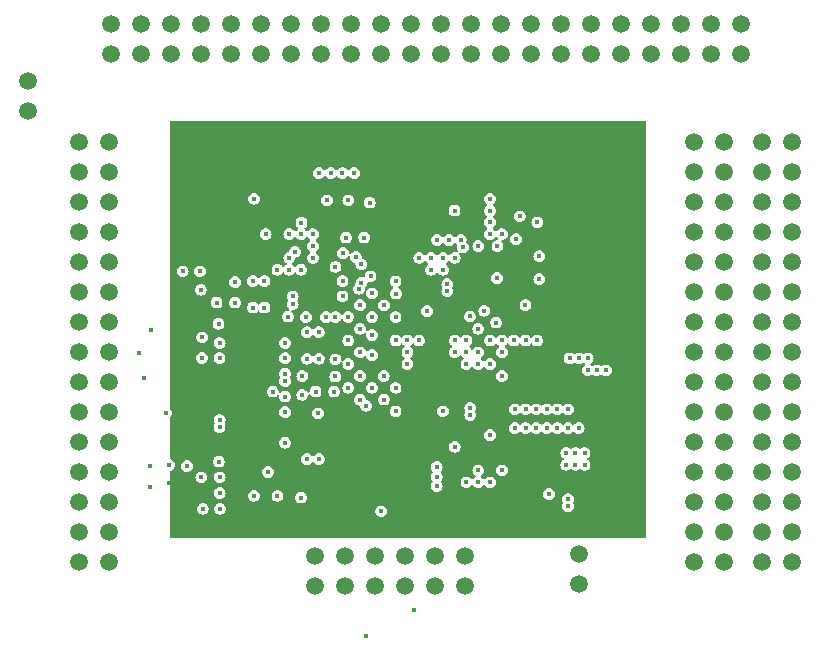
<source format=gbr>
G04 --- HEADER BEGIN --- *
G04 #@! TF.GenerationSoftware,LibrePCB,LibrePCB,1.1.0*
G04 #@! TF.CreationDate,2024-09-08T17:15:58*
G04 #@! TF.ProjectId,flasher,f4b07f79-14a2-4070-9d7d-1f686dcb10c4,v1*
G04 #@! TF.Part,Single*
G04 #@! TF.SameCoordinates*
G04 #@! TF.FileFunction,Copper,L12,Inr*
G04 #@! TF.FilePolarity,Positive*
%FSLAX66Y66*%
%MOMM*%
G01*
G75*
G04 --- HEADER END --- *
G04 --- APERTURE LIST BEGIN --- *
G04 #@! TA.AperFunction,ComponentPad*
%ADD10C,1.5*%
G04 #@! TA.AperFunction,ViaPad*
%ADD11C,0.7*%
%ADD12C,0.4*%
G04 #@! TA.AperFunction,Conductor*
%ADD13C,0.01*%
G04 #@! TD*
G04 --- APERTURE LIST END --- *
G04 --- BOARD BEGIN --- *
D10*
G04 #@! TO.N,P64_1V8*
G04 #@! TO.C,J2*
G04 #@! TO.P,J2,24,24*
X-24804000Y-10630000D03*
G04 #@! TO.N,P45_1V8*
G04 #@! TO.P,J2,2,2*
X-24804000Y17310000D03*
G04 #@! TO.N,P55_1V8*
G04 #@! TO.P,J2,18,18*
X-24804000Y-3010000D03*
G04 #@! TO.N,P53_1V8*
G04 #@! TO.P,J2,8,8*
X-24804000Y9690000D03*
G04 #@! TO.N,P68_1V8*
G04 #@! TO.P,J2,15,15*
X-27344000Y-470000D03*
G04 #@! TO.N,P61_1V8*
G04 #@! TO.P,J2,3,3*
X-27344000Y14770000D03*
G04 #@! TO.N,P72_1V8*
G04 #@! TO.P,J2,14,14*
X-24804000Y2070000D03*
G04 #@! TO.N,P43_1V8*
G04 #@! TO.P,J2,6,6*
X-24804000Y12230000D03*
G04 #@! TO.N,P49_1V8*
G04 #@! TO.P,J2,22,22*
X-24804000Y-8090000D03*
G04 #@! TO.N,P65_1V8*
G04 #@! TO.P,J2,12,12*
X-24804000Y4610000D03*
G04 #@! TO.N,P62_1V8*
G04 #@! TO.P,J2,26,26*
X-24804000Y-13170000D03*
G04 #@! TO.N,P52_1V8*
G04 #@! TO.P,J2,9,9*
X-27344000Y7150000D03*
G04 #@! TO.N,P46_1V8*
G04 #@! TO.P,J2,1,1*
X-27344000Y17310000D03*
G04 #@! TO.N,P50_1V8*
G04 #@! TO.P,J2,23,23*
X-27344000Y-10630000D03*
G04 #@! TO.N,P56_1V8*
G04 #@! TO.P,J2,13,13*
X-27344000Y2070000D03*
G04 #@! TO.N,P58_1V8*
G04 #@! TO.P,J2,19,19*
X-27344000Y-5550000D03*
G04 #@! TO.N,P59_1V8*
G04 #@! TO.P,J2,11,11*
X-27344000Y4610000D03*
G04 #@! TO.N,P54_1V8*
G04 #@! TO.P,J2,7,7*
X-27344000Y9690000D03*
G04 #@! TO.N,P44_1V8*
G04 #@! TO.P,J2,5,5*
X-27344000Y12230000D03*
G04 #@! TO.N,P60_1V8*
G04 #@! TO.P,J2,4,4*
X-24804000Y14770000D03*
G04 #@! TO.N,P66_1V8*
G04 #@! TO.P,J2,28,28*
X-24804000Y-15710000D03*
G04 #@! TO.N,P69_1V8*
G04 #@! TO.P,J2,29,29*
X-27344000Y-18250000D03*
G04 #@! TO.N,P70_1V8*
G04 #@! TO.P,J2,17,17*
X-27344000Y-3010000D03*
G04 #@! TO.N,P51_1V8*
G04 #@! TO.P,J2,30,30*
X-24804000Y-18250000D03*
G04 #@! TO.N,P71_1V8*
G04 #@! TO.P,J2,16,16*
X-24804000Y-470000D03*
G04 #@! TO.N,P47_1V8*
G04 #@! TO.P,J2,20,20*
X-24804000Y-5550000D03*
G04 #@! TO.N,P48_1V8*
G04 #@! TO.P,J2,21,21*
X-27344000Y-8090000D03*
G04 #@! TO.N,P67_1V8*
G04 #@! TO.P,J2,27,27*
X-27344000Y-15710000D03*
G04 #@! TO.N,P57_1V8*
G04 #@! TO.P,J2,10,10*
X-24804000Y7150000D03*
G04 #@! TO.N,P63_1V8*
G04 #@! TO.P,J2,25,25*
X-27344000Y-13170000D03*
G04 #@! TO.N,GND*
G04 #@! TO.C,J4*
G04 #@! TO.P,J4,2,2*
X-31589000Y19991000D03*
G04 #@! TO.N,+5V*
G04 #@! TO.P,J4,1,1*
X-31589000Y22531000D03*
G04 #@! TO.N,P38_3V3*
G04 #@! TO.C,J6*
G04 #@! TO.P,J6,26,26*
X27340000Y-13170000D03*
G04 #@! TO.N,P1_3V3*
G04 #@! TO.P,J6,4,4*
X27340000Y14770000D03*
G04 #@! TO.N,P24_3V3*
G04 #@! TO.P,J6,14,14*
X27340000Y2070000D03*
G04 #@! TO.N,P44_3V3*
G04 #@! TO.P,J6,21,21*
X24800000Y-8090000D03*
G04 #@! TO.N,P2_3V3*
G04 #@! TO.P,J6,6,6*
X27340000Y12230000D03*
G04 #@! TO.N,P26_3V3*
G04 #@! TO.P,J6,11,11*
X24800000Y4610000D03*
G04 #@! TO.N,P40_3V3*
G04 #@! TO.P,J6,28,28*
X27340000Y-15710000D03*
G04 #@! TO.N,P22_3V3*
G04 #@! TO.P,J6,16,16*
X27340000Y-470000D03*
G04 #@! TO.N,P48_3V3*
G04 #@! TO.P,J6,17,17*
X24800000Y-3010000D03*
G04 #@! TO.N,P7_3V3*
G04 #@! TO.P,J6,9,9*
X24800000Y7150000D03*
G04 #@! TO.N,P23_3V3*
G04 #@! TO.P,J6,13,13*
X24800000Y2070000D03*
G04 #@! TO.N,P3_3V3*
G04 #@! TO.P,J6,5,5*
X24800000Y12230000D03*
G04 #@! TO.N,P0_3V3*
G04 #@! TO.P,J6,2,2*
X27340000Y17310000D03*
G04 #@! TO.N,P45_3V3*
G04 #@! TO.P,J6,22,22*
X27340000Y-8090000D03*
G04 #@! TO.N,P35_3V3*
G04 #@! TO.P,J6,23,23*
X24800000Y-10630000D03*
G04 #@! TO.N,P37_3V3*
G04 #@! TO.P,J6,25,25*
X24800000Y-13170000D03*
G04 #@! TO.N,P9_3V3*
G04 #@! TO.P,J6,8,8*
X27340000Y9690000D03*
G04 #@! TO.N,P43_3V3*
G04 #@! TO.P,J6,18,18*
X27340000Y-3010000D03*
G04 #@! TO.N,P6_3V3*
G04 #@! TO.P,J6,7,7*
X24800000Y9690000D03*
G04 #@! TO.N,P49_3V3*
G04 #@! TO.P,J6,20,20*
X27340000Y-5550000D03*
G04 #@! TO.N,N/C*
G04 #@! TO.P,J6,15,15*
X24800000Y-470000D03*
G04 #@! TO.N,GND*
G04 #@! TO.P,J6,30,30*
X27340000Y-18250000D03*
G04 #@! TO.N,P5_3V3*
G04 #@! TO.P,J6,1,1*
X24800000Y17310000D03*
G04 #@! TO.N,P4_3V3*
G04 #@! TO.P,J6,3,3*
X24800000Y14770000D03*
G04 #@! TO.N,P8_3V3*
G04 #@! TO.P,J6,10,10*
X27340000Y7150000D03*
G04 #@! TO.N,P25_3V3*
G04 #@! TO.P,J6,12,12*
X27340000Y4610000D03*
G04 #@! TO.N,VCC3V3*
G04 #@! TO.P,J6,29,29*
X24800000Y-18250000D03*
G04 #@! TO.N,P42_3V3*
G04 #@! TO.P,J6,19,19*
X24800000Y-5550000D03*
G04 #@! TO.N,P41_3V3*
G04 #@! TO.P,J6,27,27*
X24800000Y-15710000D03*
G04 #@! TO.N,P36_3V3*
G04 #@! TO.P,J6,24,24*
X27340000Y-10630000D03*
G04 #@! TO.N,P29_1V8*
G04 #@! TO.C,J1*
G04 #@! TO.P,J1,42,42*
X26202000Y27340000D03*
G04 #@! TO.N,P41_1V8*
G04 #@! TO.P,J1,9,9*
X-14438000Y24800000D03*
G04 #@! TO.N,P0_1V8*
G04 #@! TO.P,J1,6,6*
X-19518000Y27340000D03*
G04 #@! TO.N,P30_1V8*
G04 #@! TO.P,J1,41,41*
X26202000Y24800000D03*
G04 #@! TO.N,P7_1V8*
G04 #@! TO.P,J1,19,19*
X-1738000Y24800000D03*
G04 #@! TO.N,P11_1V8*
G04 #@! TO.P,J1,26,26*
X5882000Y27340000D03*
G04 #@! TO.N,P1_1V8*
G04 #@! TO.P,J1,5,5*
X-19518000Y24800000D03*
G04 #@! TO.N,P40_1V8*
G04 #@! TO.P,J1,17,17*
X-4278000Y24800000D03*
G04 #@! TO.N,GND*
G04 #@! TO.P,J1,44,44*
X28742000Y27340000D03*
G04 #@! TO.N,P6_1V8*
G04 #@! TO.P,J1,8,8*
X-16978000Y27340000D03*
G04 #@! TO.N,P27_1V8*
G04 #@! TO.P,J1,40,40*
X23662000Y27340000D03*
G04 #@! TO.N,P22_1V8*
G04 #@! TO.P,J1,30,30*
X10962000Y27340000D03*
G04 #@! TO.N,P23_1V8*
G04 #@! TO.P,J1,31,31*
X13502000Y24800000D03*
G04 #@! TO.N,P34_1V8*
G04 #@! TO.P,J1,1,1*
X-24598000Y24800000D03*
G04 #@! TO.N,P21_1V8*
G04 #@! TO.P,J1,29,29*
X10962000Y24800000D03*
G04 #@! TO.N,P31_1V8*
G04 #@! TO.P,J1,34,34*
X16042000Y27340000D03*
G04 #@! TO.N,P32_1V8*
G04 #@! TO.P,J1,3,3*
X-22058000Y24800000D03*
G04 #@! TO.N,P12_1V8*
G04 #@! TO.P,J1,25,25*
X5882000Y24800000D03*
G04 #@! TO.N,P17_1V8*
G04 #@! TO.P,J1,24,24*
X3342000Y27340000D03*
G04 #@! TO.N,P33_1V8*
G04 #@! TO.P,J1,2,2*
X-24598000Y27340000D03*
G04 #@! TO.N,P20_1V8*
G04 #@! TO.P,J1,28,28*
X8422000Y27340000D03*
G04 #@! TO.N,P37_1V8*
G04 #@! TO.P,J1,16,16*
X-6818000Y27340000D03*
G04 #@! TO.N,P13_1V8*
G04 #@! TO.P,J1,22,22*
X802000Y27340000D03*
G04 #@! TO.N,P14_1V8*
G04 #@! TO.P,J1,38,38*
X21122000Y27340000D03*
G04 #@! TO.N,VCC1V8*
G04 #@! TO.P,J1,43,43*
X28742000Y24800000D03*
G04 #@! TO.N,P35_1V8*
G04 #@! TO.P,J1,13,13*
X-9358000Y24800000D03*
G04 #@! TO.N,P25_1V8*
G04 #@! TO.P,J1,33,33*
X16042000Y24800000D03*
G04 #@! TO.N,P2_1V8*
G04 #@! TO.P,J1,4,4*
X-22058000Y27340000D03*
G04 #@! TO.N,P19_1V8*
G04 #@! TO.P,J1,27,27*
X8422000Y24800000D03*
G04 #@! TO.N,P3_1V8*
G04 #@! TO.P,J1,7,7*
X-16978000Y24800000D03*
G04 #@! TO.N,P4_1V8*
G04 #@! TO.P,J1,11,11*
X-11898000Y24800000D03*
G04 #@! TO.N,P15_1V8*
G04 #@! TO.P,J1,35,35*
X18582000Y24800000D03*
G04 #@! TO.N,P8_1V8*
G04 #@! TO.P,J1,20,20*
X-1738000Y27340000D03*
G04 #@! TO.N,P28_1V8*
G04 #@! TO.P,J1,37,37*
X21122000Y24800000D03*
G04 #@! TO.N,P10_1V8*
G04 #@! TO.P,J1,21,21*
X802000Y24800000D03*
G04 #@! TO.N,P38_1V8*
G04 #@! TO.P,J1,18,18*
X-4278000Y27340000D03*
G04 #@! TO.N,P16_1V8*
G04 #@! TO.P,J1,36,36*
X18582000Y27340000D03*
G04 #@! TO.N,P18_1V8*
G04 #@! TO.P,J1,23,23*
X3342000Y24800000D03*
G04 #@! TO.N,P39_1V8*
G04 #@! TO.P,J1,15,15*
X-6818000Y24800000D03*
G04 #@! TO.N,P24_1V8*
G04 #@! TO.P,J1,32,32*
X13502000Y27340000D03*
G04 #@! TO.N,P9_1V8*
G04 #@! TO.P,J1,12,12*
X-11898000Y27340000D03*
G04 #@! TO.N,P36_1V8*
G04 #@! TO.P,J1,14,14*
X-9358000Y27340000D03*
G04 #@! TO.N,P26_1V8*
G04 #@! TO.P,J1,39,39*
X23662000Y24800000D03*
G04 #@! TO.N,P42_1V8*
G04 #@! TO.P,J1,10,10*
X-14438000Y27340000D03*
G04 #@! TO.N,GND*
G04 #@! TO.C,J8*
G04 #@! TO.P,J8,2,2*
X15040000Y-20070000D03*
G04 #@! TO.N,PROGRAM_B*
G04 #@! TO.P,J8,1,1*
X15040000Y-17530000D03*
G04 #@! TO.N,P57_3V3*
G04 #@! TO.C,J3*
G04 #@! TO.P,J3,24,24*
X33070000Y-10630000D03*
G04 #@! TO.N,P13_3V3*
G04 #@! TO.P,J3,2,2*
X33070000Y17310000D03*
G04 #@! TO.N,P33_3V3*
G04 #@! TO.P,J3,18,18*
X33070000Y-3010000D03*
G04 #@! TO.N,P11_3V3*
G04 #@! TO.P,J3,8,8*
X33070000Y9690000D03*
G04 #@! TO.N,P15_3V3*
G04 #@! TO.P,J3,15,15*
X30530000Y-470000D03*
G04 #@! TO.N,P27_3V3*
G04 #@! TO.P,J3,3,3*
X30530000Y14770000D03*
G04 #@! TO.N,P21_3V3*
G04 #@! TO.P,J3,14,14*
X33070000Y2070000D03*
G04 #@! TO.N,P10_3V3*
G04 #@! TO.P,J3,6,6*
X33070000Y12230000D03*
G04 #@! TO.N,P51_3V3*
G04 #@! TO.P,J3,22,22*
X33070000Y-8090000D03*
G04 #@! TO.N,P19_3V3*
G04 #@! TO.P,J3,12,12*
X33070000Y4610000D03*
G04 #@! TO.N,P55_3V3*
G04 #@! TO.P,J3,26,26*
X33070000Y-13170000D03*
G04 #@! TO.N,P18_3V3*
G04 #@! TO.P,J3,9,9*
X30530000Y7150000D03*
G04 #@! TO.N,N/C*
G04 #@! TO.P,J3,1,1*
X30530000Y17310000D03*
G04 #@! TO.N,P54_3V3*
G04 #@! TO.P,J3,23,23*
X30530000Y-10630000D03*
G04 #@! TO.N,P30_3V3*
G04 #@! TO.P,J3,13,13*
X30530000Y2070000D03*
G04 #@! TO.N,P29_3V3*
G04 #@! TO.P,J3,19,19*
X30530000Y-5550000D03*
G04 #@! TO.N,P20_3V3*
G04 #@! TO.P,J3,11,11*
X30530000Y4610000D03*
G04 #@! TO.N,P16_3V3*
G04 #@! TO.P,J3,7,7*
X30530000Y9690000D03*
G04 #@! TO.N,P12_3V3*
G04 #@! TO.P,J3,5,5*
X30530000Y12230000D03*
G04 #@! TO.N,P14_3V3*
G04 #@! TO.P,J3,4,4*
X33070000Y14770000D03*
G04 #@! TO.N,N/C*
G04 #@! TO.P,J3,28,28*
X33070000Y-15710000D03*
G04 #@! TO.N,P47_3V3*
G04 #@! TO.P,J3,29,29*
X30530000Y-18250000D03*
G04 #@! TO.N,P32_3V3*
G04 #@! TO.P,J3,17,17*
X30530000Y-3010000D03*
G04 #@! TO.N,P46_3V3*
G04 #@! TO.P,J3,30,30*
X33070000Y-18250000D03*
G04 #@! TO.N,P34_3V3*
G04 #@! TO.P,J3,16,16*
X33070000Y-470000D03*
G04 #@! TO.N,P31_3V3*
G04 #@! TO.P,J3,20,20*
X33070000Y-5550000D03*
G04 #@! TO.N,P50_3V3*
G04 #@! TO.P,J3,21,21*
X30530000Y-8090000D03*
G04 #@! TO.N,P52_3V3*
G04 #@! TO.P,J3,27,27*
X30530000Y-15710000D03*
G04 #@! TO.N,P17_3V3*
G04 #@! TO.P,J3,10,10*
X33070000Y7150000D03*
G04 #@! TO.N,P56_3V3*
G04 #@! TO.P,J3,25,25*
X30530000Y-13170000D03*
G04 #@! TO.N,N23*
G04 #@! TO.C,J5*
G04 #@! TO.P,J5,9,9*
X2817000Y-20270000D03*
G04 #@! TO.N,FLASH_VCC*
G04 #@! TO.P,J5,1,1*
X-7343000Y-20270000D03*
G04 #@! TO.N,GND*
G04 #@! TO.P,J5,4,4*
X-4803000Y-17730000D03*
G04 #@! TO.N,FLASH_SCK*
G04 #@! TO.P,J5,5,5*
X-2263000Y-20270000D03*
G04 #@! TO.N,VCC3V3*
G04 #@! TO.P,J5,2,2*
X-7343000Y-17730000D03*
G04 #@! TO.N,FLASH_VSS*
G04 #@! TO.P,J5,3,3*
X-4803000Y-20270000D03*
G04 #@! TO.N,CCLK*
G04 #@! TO.P,J5,6,6*
X-2263000Y-17730000D03*
G04 #@! TO.N,D0*
G04 #@! TO.P,J5,10,10*
X2817000Y-17730000D03*
G04 #@! TO.N,FLASH_CS*
G04 #@! TO.P,J5,11,11*
X5357000Y-20270000D03*
G04 #@! TO.N,FCS_B*
G04 #@! TO.P,J5,12,12*
X5357000Y-17730000D03*
G04 #@! TO.N,D1*
G04 #@! TO.P,J5,8,8*
X277000Y-17730000D03*
G04 #@! TO.N,N13*
G04 #@! TO.P,J5,7,7*
X277000Y-20270000D03*
D11*
G04 #@! TD.C*
G04 #@! TD.P*
G04 #@! TO.N,GND*
X-11651028Y-1955000D03*
D12*
X5501000Y-10676000D03*
X11200000Y9100000D03*
G04 #@! TO.N,VCC3V3*
X-4500000Y12400000D03*
G04 #@! TO.N,GND*
X-4500000Y10600000D03*
G04 #@! TO.N,P56_3V3*
X13958000Y-9994000D03*
G04 #@! TO.N,GND*
X-300000Y-6476000D03*
X-15405000Y-2275000D03*
X4499000Y-7672000D03*
G04 #@! TO.N,VCC3V3*
X-9855000Y325000D03*
G04 #@! TO.N,GND*
X11400000Y-6100000D03*
G04 #@! TO.N,VCC1V0*
X-9855000Y-8125000D03*
G04 #@! TO.N,P71_1V8*
X-8500000Y6524000D03*
G04 #@! TO.N,VCC1V0*
X9600000Y-5300000D03*
G04 #@! TO.N,P28_1V8*
X10017000Y11042000D03*
G04 #@! TO.N,P70_1V8*
X-9500000Y6524000D03*
G04 #@! TO.N,VCC1V0*
X2975000Y-11800000D03*
G04 #@! TO.N,GND*
X-14200000Y2700000D03*
G04 #@! TO.N,VCC1V8*
X-6000000Y14700000D03*
G04 #@! TO.N,VCC3V3*
X10497000Y3528000D03*
G04 #@! TO.N,GND*
X2125000Y5300000D03*
G04 #@! TO.N,VCC1V8*
X-7000000Y14700000D03*
G04 #@! TO.N,GND*
X-8400000Y-5525000D03*
G04 #@! TO.N,P36_1V8*
X3017000Y9042000D03*
G04 #@! TO.N,VCC1V0*
X-8000000Y-9525000D03*
G04 #@! TO.N,PGOOD1*
X-5700000Y-3800000D03*
G04 #@! TO.N,GND*
X-7168028Y3947000D03*
X7700000Y-10472000D03*
G04 #@! TO.N,VCC3V3*
X5825000Y-5776000D03*
G04 #@! TO.N,GND*
X7575000Y-5776000D03*
G04 #@! TO.N,VCC1V8*
X-2500000Y1000000D03*
G04 #@! TO.N,VCC1V0*
X-16948000Y-11056000D03*
G04 #@! TO.N,GND*
X12300000Y-7700000D03*
G04 #@! TO.N,SW2*
X-7000000Y-1025000D03*
G04 #@! TO.N,VCC1V0*
X14100000Y-5300000D03*
G04 #@! TO.N,MODE/SYNC/1.8V*
X-4993000Y4261000D03*
G04 #@! TO.N,VCC1V0*
X11400000Y-5300000D03*
G04 #@! TO.N,VCC1V8*
X7500000Y12524000D03*
G04 #@! TO.N,ITH2*
X-15400000Y300000D03*
G04 #@! TO.N,VFB1*
X-15405000Y-6825000D03*
G04 #@! TO.N,P59_1V8*
X-9500000Y9525000D03*
G04 #@! TO.N,GND*
X-8500000Y-14225000D03*
X7575000Y-5176000D03*
X3499000Y-4675000D03*
X-1300000Y524000D03*
X7701000Y-471000D03*
G04 #@! TO.N,INIT_B*
X-3018000Y-4993000D03*
G04 #@! TO.N,INTVCC*
X-2617000Y5959000D03*
G04 #@! TO.N,GND*
X9600000Y-6100000D03*
D11*
X-13591028Y-5905000D03*
D12*
G04 #@! TO.N,VCC1V8*
X-4500000Y-3475000D03*
G04 #@! TO.N,P16_3V3*
X14228000Y-994000D03*
G04 #@! TO.N,+5V*
X-9855000Y-5525000D03*
G04 #@! TO.N,VCC3V3*
X8501000Y-471000D03*
G04 #@! TO.N,GND*
X-7138028Y4557000D03*
X-6393000Y6771000D03*
G04 #@! TO.N,VCC1V0*
X10500000Y-5300000D03*
D11*
G04 #@! TO.N,GND*
X-12621028Y-1955000D03*
D12*
G04 #@! TO.N,P57_3V3*
X13958000Y-8994000D03*
G04 #@! TO.N,GND*
X9917000Y1242000D03*
X-18300000Y-1025000D03*
G04 #@! TO.N,P65_1V8*
X-7500000Y8524000D03*
G04 #@! TO.N,VCC1V0*
X-2501000Y4525000D03*
X15000000Y-6900000D03*
G04 #@! TO.N,VCC1V8*
X8125000Y8524000D03*
G04 #@! TO.N,FB*
X-5593000Y6771000D03*
G04 #@! TO.N,GND*
X12301000Y524000D03*
G04 #@! TO.N,VCC1V8*
X-11499000Y9522000D03*
G04 #@! TO.N,GND*
X-18270000Y-11503000D03*
X2125000Y4700000D03*
G04 #@! TO.N,P18_3V3*
X15768000Y-994000D03*
G04 #@! TO.N,VCC3V3*
X14097000Y-13514000D03*
G04 #@! TO.N,GND*
X-2775000Y-11800000D03*
X14100000Y-6100000D03*
G04 #@! TO.N,P55_3V3*
X14728000Y-9994000D03*
G04 #@! TO.N,GND*
X-6300000Y10600000D03*
G04 #@! TO.N,VCC1V0*
X-500000Y-5480000D03*
D11*
G04 #@! TO.N,GND*
X-12621028Y-4589000D03*
D12*
X-9618000Y1749000D03*
G04 #@! TO.N,D2*
X500000Y-475000D03*
X1018000Y-22282000D03*
G04 #@! TO.N,GND*
X5499000Y-2275000D03*
G04 #@! TO.N,VCC3V3*
X12500000Y-12475000D03*
G04 #@! TO.N,INT3V3*
X-8400000Y-4075000D03*
G04 #@! TO.N,SW*
X-11602000Y3314000D03*
G04 #@! TO.N,GND*
X-16295000Y1975000D03*
D11*
X-13591028Y-3273000D03*
D12*
G04 #@! TO.N,VCC3V3*
X11665000Y7674000D03*
G04 #@! TO.N,VCC1V0*
X10500000Y-6900000D03*
G04 #@! TO.N,P52_3V3*
X6500000Y-10476000D03*
G04 #@! TO.N,P68_1V8*
X-9500000Y7524000D03*
G04 #@! TO.N,GND*
X-6644028Y5197000D03*
G04 #@! TO.N,VCC3V3*
X5809000Y2564000D03*
G04 #@! TO.N,GND*
X-7300000Y2500000D03*
G04 #@! TO.N,P12_3V3*
X9500000Y524000D03*
G04 #@! TO.N,+5V*
X-7063000Y-5641000D03*
G04 #@! TO.N,VCC1V8*
X-5000000Y14700000D03*
G04 #@! TO.N,FB*
X-4953000Y7920000D03*
G04 #@! TO.N,GND*
X300000Y-5480000D03*
G04 #@! TO.N,VFB2*
X-15655000Y3735000D03*
G04 #@! TO.N,P17_3V3*
X14998000Y-994000D03*
G04 #@! TO.N,GND*
X-7000000Y13900000D03*
G04 #@! TO.N,INTVCC*
X-3400000Y5390000D03*
G04 #@! TO.N,GND*
X-19670000Y-11503000D03*
G04 #@! TO.N,+5V*
X-19934000Y-5605000D03*
G04 #@! TO.N,GND*
X10500000Y-6100000D03*
G04 #@! TO.N,VCC1V0*
X-8500000Y-12775000D03*
X-1499000Y-4476000D03*
G04 #@! TO.N,VCC1V8*
X5200000Y8427000D03*
G04 #@! TO.N,GND*
X-5613000Y-5641000D03*
G04 #@! TO.N,VCC3V3*
X5501000Y-11476000D03*
G04 #@! TO.N,PGOOD1*
X-10900000Y-3800000D03*
G04 #@! TO.N,P60_1V8*
X-8500000Y9525000D03*
G04 #@! TO.N,P34_3V3*
X8500000Y-2476000D03*
D11*
G04 #@! TO.N,GND*
X-13591028Y-4589000D03*
D12*
G04 #@! TO.N,P72_1V8*
X-9018000Y8042000D03*
G04 #@! TO.N,P40_1V8*
X4500000Y7524000D03*
G04 #@! TO.N,P37_1V8*
X4017000Y9042000D03*
G04 #@! TO.N,P41_1V8*
X2500000Y6524000D03*
G04 #@! TO.N,VCC3V3*
X-18520000Y6385000D03*
G04 #@! TO.N,P15_1V8*
X7500000Y10525000D03*
G04 #@! TO.N,VCC1V8*
X-9618000Y2549000D03*
G04 #@! TO.N,GND*
X-4500000Y-2675000D03*
G04 #@! TO.N,VFB1*
X-15377000Y-13714000D03*
G04 #@! TO.N,VCC3V3*
X-6300000Y12400000D03*
G04 #@! TO.N,D3*
X-2982000Y-24500000D03*
X500000Y524000D03*
G04 #@! TO.N,P54_3V3*
X15498000Y-9994000D03*
G04 #@! TO.N,VCC1V8*
X-19670000Y-10003000D03*
G04 #@! TO.N,VCC3V3*
X-2700000Y12200000D03*
G04 #@! TO.N,GND*
X-16948000Y-12387000D03*
G04 #@! TO.N,MODE/SYNC/1.8V*
X-3400000Y6975000D03*
G04 #@! TO.N,GND*
X-5300000Y524000D03*
X-2325000Y7600000D03*
G04 #@! TO.N,P51_3V3*
X14728000Y-8994000D03*
D11*
G04 #@! TO.N,GND*
X-12621028Y-3273000D03*
D12*
X-2700000Y10800000D03*
G04 #@! TO.N,+5V*
X-14088000Y5461000D03*
G04 #@! TO.N,VCC1V8*
X-8100000Y2500000D03*
G04 #@! TO.N,CLK_27MHZ*
X6500000Y8524000D03*
G04 #@! TO.N,CLK_29.5MHZ_RSET*
X11665000Y5724000D03*
G04 #@! TO.N,VCC1V8*
X-21270000Y-10103000D03*
G04 #@! TO.N,VCC1V0*
X-16827000Y-13714000D03*
G04 #@! TO.N,VCC3V3*
X8500000Y-10472000D03*
G04 #@! TO.N,GND*
X-10500000Y-14375000D03*
G04 #@! TO.N,P13_3V3*
X7017000Y3042000D03*
G04 #@! TO.N,GND*
X-2701000Y3525000D03*
G04 #@! TO.N,P14_3V3*
X6497000Y1522000D03*
G04 #@! TO.N,GND*
X13200000Y-6100000D03*
X-1701000Y4525000D03*
X15000000Y-7700000D03*
G04 #@! TO.N,VCC1V0*
X-1476000Y3500000D03*
G04 #@! TO.N,VCC3V3*
X11501000Y524000D03*
G04 #@! TO.N,VCC1V8*
X-10500000Y6524000D03*
G04 #@! TO.N,GND*
X8892000Y5812000D03*
X-6943000Y-2489000D03*
X13200000Y-7700000D03*
G04 #@! TO.N,BOOST2*
X-5600000Y-2525000D03*
G04 #@! TO.N,VCC1V0*
X-500000Y524000D03*
G04 #@! TO.N,GND*
X6697000Y-7472000D03*
G04 #@! TO.N,VCC1V8*
X-11300000Y-10600000D03*
G04 #@! TO.N,GND*
X-18325000Y800000D03*
G04 #@! TO.N,VCC3V3*
X-1718000Y-13938000D03*
G04 #@! TO.N,INTVCC*
X-3614000Y4911000D03*
G04 #@! TO.N,GND*
X12257000Y3528000D03*
G04 #@! TO.N,VCC1V0*
X-3500000Y1525000D03*
G04 #@! TO.N,GND*
X8500000Y10325000D03*
G04 #@! TO.N,FB*
X-5593000Y2503000D03*
G04 #@! TO.N,P38_1V8*
X5017000Y9042000D03*
G04 #@! TO.N,VCC1V8*
X8499000Y9522000D03*
X-4500000Y524000D03*
G04 #@! TO.N,GND*
X-17000000Y-6700000D03*
G04 #@! TO.N,SW2*
X-8000000Y-1025000D03*
D11*
G04 #@! TO.N,GND*
X-12621028Y-5905000D03*
D12*
G04 #@! TO.N,P35_1V8*
X1500000Y7525000D03*
G04 #@! TO.N,FB*
X-4707000Y9239000D03*
G04 #@! TO.N,GND*
X3901000Y3013000D03*
X-12299000Y9522000D03*
G04 #@! TO.N,VCC3V3*
X7497000Y-7472000D03*
G04 #@! TO.N,GND*
X-7164028Y5197000D03*
X5289000Y11524000D03*
X-3700000Y-1475000D03*
G04 #@! TO.N,CLK_3V3_29.5MHZ*
X7500000Y525000D03*
G04 #@! TO.N,GND*
X10700000Y10524000D03*
G04 #@! TO.N,VFB2*
X-15405000Y-975000D03*
G04 #@! TO.N,VCC1V8*
X2500000Y7525000D03*
X-12602000Y5564000D03*
G04 #@! TO.N,VCC3V3*
X8092000Y5812000D03*
G04 #@! TO.N,VCC1V8*
X-4000000Y14700000D03*
G04 #@! TO.N,P30_3V3*
X5500000Y524000D03*
G04 #@! TO.N,GND*
X-2775000Y-11000000D03*
G04 #@! TO.N,+5V*
X-9213000Y4261000D03*
G04 #@! TO.N,P16_1V8*
X7500000Y11524000D03*
G04 #@! TO.N,GND*
X-17000000Y-7500000D03*
X-6000000Y13900000D03*
G04 #@! TO.N,P29_3V3*
X4500000Y524000D03*
G04 #@! TO.N,P39_1V8*
X3500000Y7524000D03*
G04 #@! TO.N,GND*
X-6648028Y3947000D03*
G04 #@! TO.N,VCC1V8*
X-12500000Y12522000D03*
G04 #@! TO.N,MODE/SYNC/1.8V*
X-3875000Y7600000D03*
G04 #@! TO.N,VCC1V0*
X14100000Y-6900000D03*
G04 #@! TO.N,P46_3V3*
X7500000Y-11476000D03*
G04 #@! TO.N,VCC1V0*
X-1500000Y-2476000D03*
G04 #@! TO.N,VCC1V8*
X-7493000Y7523000D03*
G04 #@! TO.N,VCC1V0*
X-2499000Y2524000D03*
G04 #@! TO.N,VFB1*
X-15398000Y-11056000D03*
G04 #@! TO.N,GND*
X-8470000Y11307000D03*
G04 #@! TO.N,P31_3V3*
X5500000Y-475000D03*
G04 #@! TO.N,VFB1*
X-15477000Y-9723000D03*
G04 #@! TO.N,VCC3V3*
X4499000Y-8472000D03*
G04 #@! TO.N,VCC1V0*
X-10500000Y-12625000D03*
X-12500000Y-12625000D03*
G04 #@! TO.N,VCC3V3*
X-21800000Y-2650000D03*
G04 #@! TO.N,P42_1V8*
X3500000Y6524000D03*
G04 #@! TO.N,VCC1V8*
X-3157000Y9240000D03*
G04 #@! TO.N,GND*
X-9500000Y-10600000D03*
G04 #@! TO.N,VCC3V3*
X5825000Y-5176000D03*
G04 #@! TO.N,GND*
X11400000Y-7700000D03*
G04 #@! TO.N,VCC1V0*
X13200000Y-6900000D03*
G04 #@! TO.N,GND*
X5200000Y7627000D03*
X-1476000Y2700000D03*
G04 #@! TO.N,VCC3V3*
X-7000000Y1225000D03*
G04 #@! TO.N,GND*
X5806000Y1764000D03*
G04 #@! TO.N,VCC1V8*
X-6393000Y2503000D03*
G04 #@! TO.N,GND*
X-14000000Y-10600000D03*
G04 #@! TO.N,VCC1V8*
X4489000Y11524000D03*
G04 #@! TO.N,GND*
X8300000Y12524000D03*
G04 #@! TO.N,VCC3V3*
X14097000Y-12914000D03*
G04 #@! TO.N,GND*
X-12500000Y-14375000D03*
X-4300000Y-475000D03*
D11*
X-11651028Y-5905000D03*
D12*
G04 #@! TO.N,VCC1V0*
X-2500000Y-3475000D03*
G04 #@! TO.N,GND*
X-8293000Y7523000D03*
G04 #@! TO.N,P50_3V3*
X15498000Y-8994000D03*
G04 #@! TO.N,GND*
X-6503000Y7920000D03*
X-2500000Y-1500000D03*
G04 #@! TO.N,VCC1V0*
X13200000Y-5300000D03*
X-3500000Y-475000D03*
G04 #@! TO.N,GND*
X-21270000Y-11903000D03*
G04 #@! TO.N,FCS_B*
X4500000Y-476000D03*
G04 #@! TO.N,GND*
X-7664028Y4577000D03*
X-7678028Y3957000D03*
G04 #@! TO.N,SW2*
X-5600000Y-1075000D03*
G04 #@! TO.N,VCC1V0*
X-475000Y4500000D03*
G04 #@! TO.N,GND*
X-3300000Y-3475000D03*
X12300000Y-6100000D03*
G04 #@! TO.N,VCC1V0*
X-3501000Y-2475000D03*
G04 #@! TO.N,VCC1V8*
X-4500000Y2524000D03*
X9700000Y9100000D03*
G04 #@! TO.N,GND*
X-18555000Y4824000D03*
G04 #@! TO.N,VCC1V0*
X-500000Y2524000D03*
G04 #@! TO.N,VCC3V3*
X-14105000Y3735000D03*
G04 #@! TO.N,VCC1V0*
X-3500000Y-4475000D03*
G04 #@! TO.N,VFB1*
X-15398000Y-12387000D03*
G04 #@! TO.N,GND*
X-1500000Y-1676000D03*
G04 #@! TO.N,VCC1V8*
X-4500000Y-1476000D03*
G04 #@! TO.N,CCLK*
X-500000Y5524000D03*
G04 #@! TO.N,P47_3V3*
X6500000Y-11476000D03*
G04 #@! TO.N,GND*
X-3500000Y725000D03*
G04 #@! TO.N,VCC1V8*
X-2500000Y-700000D03*
G04 #@! TO.N,VCC1V0*
X2975000Y-10200000D03*
G04 #@! TO.N,P27_3V3*
X8017000Y2042000D03*
G04 #@! TO.N,VCC1V0*
X-7000000Y-9525000D03*
G04 #@! TO.N,VCC1V8*
X3875000Y4700000D03*
G04 #@! TO.N,SW2*
X-9855000Y-975000D03*
G04 #@! TO.N,VCC1V0*
X9600000Y-6900000D03*
G04 #@! TO.N,GND*
X-474000Y3700000D03*
G04 #@! TO.N,VCC1V0*
X12300000Y-5300000D03*
G04 #@! TO.N,VFB2*
X-17005000Y4824000D03*
G04 #@! TO.N,P10_3V3*
X10500000Y525000D03*
G04 #@! TO.N,ITH2*
X-16900000Y-947000D03*
G04 #@! TO.N,VCC3V3*
X3499000Y-5475000D03*
G04 #@! TO.N,P32_3V3*
X6500000Y-1476000D03*
G04 #@! TO.N,GND*
X-11700000Y12522000D03*
G04 #@! TO.N,VCC3V3*
X5499000Y-1475000D03*
G04 #@! TO.N,GND*
X-2299000Y-4476000D03*
X-500000Y1724000D03*
X6500000Y7274000D03*
X-2701000Y-2475000D03*
G04 #@! TO.N,P21_3V3*
X17308000Y-1994000D03*
G04 #@! TO.N,LED1*
X-21236000Y1392000D03*
D11*
G04 #@! TO.N,GND*
X-11651028Y-4589000D03*
D12*
G04 #@! TO.N,VCC1V0*
X12300000Y-6900000D03*
G04 #@! TO.N,+5V*
X-8393000Y-2489000D03*
G04 #@! TO.N,VCC3V3*
X1500000Y525000D03*
G04 #@! TO.N,GND*
X-18560000Y-5605000D03*
G04 #@! TO.N,VCC1V8*
X11500000Y10524000D03*
G04 #@! TO.N,GND*
X-3700000Y2525000D03*
G04 #@! TO.N,VCC1V8*
X-11602000Y5564000D03*
G04 #@! TO.N,GND*
X15847000Y-12914000D03*
X-5000000Y13900000D03*
X10500000Y-7700000D03*
G04 #@! TO.N,P15_3V3*
X6500000Y-476000D03*
G04 #@! TO.N,SW*
X-9213000Y3611000D03*
G04 #@! TO.N,VCC1V8*
X-8470000Y10507000D03*
G04 #@! TO.N,BOOST2*
X-9855000Y-2925000D03*
G04 #@! TO.N,GND*
X-2500000Y200000D03*
X-17200000Y-5605000D03*
X2500000Y8325000D03*
G04 #@! TO.N,VCC1V0*
X2975000Y-11000000D03*
G04 #@! TO.N,P19_3V3*
X15768000Y-1994000D03*
G04 #@! TO.N,GND*
X-2499000Y1724000D03*
X-11300000Y6524000D03*
X-2775000Y-10200000D03*
G04 #@! TO.N,ITH2*
X-16875000Y800000D03*
G04 #@! TO.N,P11_3V3*
X8500000Y525000D03*
G04 #@! TO.N,INT3V3*
X-7275000Y-3800000D03*
G04 #@! TO.N,VCC1V0*
X11400000Y-6900000D03*
G04 #@! TO.N,VCC1V8*
X-18170000Y-10103000D03*
G04 #@! TO.N,GND*
X15847000Y-13514000D03*
X11700000Y-12475000D03*
X2300000Y525000D03*
X9600000Y-7700000D03*
G04 #@! TO.N,VCC1V8*
X3875000Y5300000D03*
G04 #@! TO.N,GND*
X-22186000Y-558000D03*
G04 #@! TO.N,P33_3V3*
X7500000Y-1476000D03*
G04 #@! TO.N,GND*
X-1817000Y5959000D03*
G04 #@! TO.N,D0*
X500000Y-1475000D03*
G04 #@! TO.N,VCC1V0*
X-3501000Y3525000D03*
G04 #@! TO.N,PGOOD1*
X-15400000Y-6200000D03*
G04 #@! TO.N,VFB2*
X-17070000Y6385000D03*
X-15490000Y1950000D03*
G04 #@! TO.N,GND*
X14100000Y-7700000D03*
D11*
X-13591028Y-1955000D03*
D12*
G04 #@! TO.N,P20_3V3*
X16538000Y-1994000D03*
G04 #@! TO.N,+5V*
X-9855000Y-2275000D03*
G04 #@! TO.N,VCC1V0*
X-500000Y-3476000D03*
G04 #@! TO.N,GND*
X-7674028Y5197000D03*
G04 #@! TO.N,SW*
X-12602000Y3314000D03*
G04 #@! TO.N,GND*
X-4300000Y-4475000D03*
G04 #@! TO.N,FB*
X-4993000Y5561000D03*
G04 #@! TO.N,P14_1V8*
X7500000Y9524000D03*
G04 #@! TO.N,GND*
X-16927000Y-9723000D03*
X-15538000Y5461000D03*
X299000Y-3476000D03*
X-4000000Y13900000D03*
G04 #@! TO.N,INT3V3*
X-9855000Y-4225000D03*
D11*
G04 #@! TO.N,GND*
X-11651028Y-3273000D03*
D12*
G04 #@! TO.N,P61_1V8*
X-7500000Y9524000D03*
G04 #@! TO.N,VCC3V3*
X-8000000Y1225000D03*
G04 #@! TO.N,VCC1V0*
X2151000Y3013000D03*
D13*
G04 #@! TA.AperFunction,Conductor*
G04 #@! TO.N,GND*
G36*
X-19600000Y-16100001D02*
X-19580500Y-16159328D01*
X-19500001Y-16200000D01*
X-18176494Y-16200000D01*
X-18176494Y-10602145D01*
X-18292916Y-10586818D01*
X-18305463Y-10583456D01*
X-18413947Y-10538520D01*
X-18425199Y-10532024D01*
X-18518352Y-10460544D01*
X-18527544Y-10451352D01*
X-18599024Y-10358199D01*
X-18605520Y-10346947D01*
X-18650456Y-10238463D01*
X-18653818Y-10225916D01*
X-18669145Y-10109494D01*
X-18669145Y-10096506D01*
X-18653818Y-9980084D01*
X-18650456Y-9967537D01*
X-18605520Y-9859053D01*
X-18599024Y-9847801D01*
X-18527544Y-9754648D01*
X-18526494Y-9753598D01*
X-18526494Y5885855D01*
X-18642916Y5901182D01*
X-18655463Y5904544D01*
X-18763947Y5949480D01*
X-18775199Y5955976D01*
X-18868352Y6027456D01*
X-18877544Y6036648D01*
X-18949024Y6129801D01*
X-18955520Y6141053D01*
X-19000456Y6249537D01*
X-19003818Y6262084D01*
X-19019145Y6378506D01*
X-19019145Y6391494D01*
X-19003818Y6507916D01*
X-19000456Y6520463D01*
X-18955520Y6628947D01*
X-18949024Y6640199D01*
X-18877544Y6733352D01*
X-18868352Y6742544D01*
X-18775199Y6814024D01*
X-18763947Y6820520D01*
X-18655463Y6865456D01*
X-18642916Y6868818D01*
X-18526494Y6884145D01*
X-18513506Y6884145D01*
X-18397084Y6868818D01*
X-18384537Y6865456D01*
X-18276053Y6820520D01*
X-18264801Y6814024D01*
X-18171648Y6742544D01*
X-18162456Y6733352D01*
X-18090976Y6640199D01*
X-18084480Y6628947D01*
X-18039544Y6520463D01*
X-18036182Y6507916D01*
X-18020855Y6391494D01*
X-18020855Y6378506D01*
X-18036182Y6262084D01*
X-18039544Y6249537D01*
X-18084480Y6141053D01*
X-18090976Y6129801D01*
X-18162456Y6036648D01*
X-18171648Y6027456D01*
X-18264801Y5955976D01*
X-18276053Y5949480D01*
X-18384537Y5904544D01*
X-18397084Y5901182D01*
X-18513506Y5885855D01*
X-18526494Y5885855D01*
X-18526494Y-9753598D01*
X-18518352Y-9745456D01*
X-18425199Y-9673976D01*
X-18413947Y-9667480D01*
X-18305463Y-9622544D01*
X-18292916Y-9619182D01*
X-18176494Y-9603855D01*
X-18163506Y-9603855D01*
X-18047084Y-9619182D01*
X-18034537Y-9622544D01*
X-17926053Y-9667480D01*
X-17914801Y-9673976D01*
X-17821648Y-9745456D01*
X-17812456Y-9754648D01*
X-17740976Y-9847801D01*
X-17734480Y-9859053D01*
X-17689544Y-9967537D01*
X-17686182Y-9980084D01*
X-17670855Y-10096506D01*
X-17670855Y-10109494D01*
X-17686182Y-10225916D01*
X-17689544Y-10238463D01*
X-17734480Y-10346947D01*
X-17740976Y-10358199D01*
X-17812456Y-10451352D01*
X-17821648Y-10460544D01*
X-17914801Y-10532024D01*
X-17926053Y-10538520D01*
X-18034537Y-10583456D01*
X-18047084Y-10586818D01*
X-18163506Y-10602145D01*
X-18176494Y-10602145D01*
X-18176494Y-16200000D01*
X-16833494Y-16200000D01*
X-16833494Y-14213145D01*
X-16949916Y-14197818D01*
X-16962463Y-14194456D01*
X-17070947Y-14149520D01*
X-17082199Y-14143024D01*
X-17175352Y-14071544D01*
X-17184544Y-14062352D01*
X-17256024Y-13969199D01*
X-17262520Y-13957947D01*
X-17307456Y-13849463D01*
X-17310818Y-13836916D01*
X-17326145Y-13720494D01*
X-17326145Y-13707506D01*
X-17310818Y-13591084D01*
X-17307456Y-13578537D01*
X-17262520Y-13470053D01*
X-17256024Y-13458801D01*
X-17184544Y-13365648D01*
X-17175352Y-13356456D01*
X-17082199Y-13284976D01*
X-17070947Y-13278480D01*
X-16962463Y-13233544D01*
X-16954494Y-13231408D01*
X-16954494Y-11555145D01*
X-17070916Y-11539818D01*
X-17083463Y-11536456D01*
X-17191947Y-11491520D01*
X-17203199Y-11485024D01*
X-17296352Y-11413544D01*
X-17305544Y-11404352D01*
X-17377024Y-11311199D01*
X-17383520Y-11299947D01*
X-17428456Y-11191463D01*
X-17431818Y-11178916D01*
X-17447145Y-11062494D01*
X-17447145Y-11049506D01*
X-17431818Y-10933084D01*
X-17428456Y-10920537D01*
X-17383520Y-10812053D01*
X-17377024Y-10800801D01*
X-17305544Y-10707648D01*
X-17296352Y-10698456D01*
X-17203199Y-10626976D01*
X-17191947Y-10620480D01*
X-17083463Y-10575544D01*
X-17070916Y-10572182D01*
X-16954494Y-10556855D01*
X-16941506Y-10556855D01*
X-16906494Y-10561464D01*
X-16906494Y-1446145D01*
X-17022916Y-1430818D01*
X-17035463Y-1427456D01*
X-17143947Y-1382520D01*
X-17155199Y-1376024D01*
X-17248352Y-1304544D01*
X-17257544Y-1295352D01*
X-17329024Y-1202199D01*
X-17335520Y-1190947D01*
X-17380456Y-1082463D01*
X-17383818Y-1069916D01*
X-17399145Y-953494D01*
X-17399145Y-940506D01*
X-17383818Y-824084D01*
X-17380456Y-811537D01*
X-17335520Y-703053D01*
X-17329024Y-691801D01*
X-17257544Y-598648D01*
X-17248352Y-589456D01*
X-17155199Y-517976D01*
X-17143947Y-511480D01*
X-17035463Y-466544D01*
X-17022916Y-463182D01*
X-16906494Y-447855D01*
X-16893506Y-447855D01*
X-16881494Y-449436D01*
X-16881494Y300855D01*
X-16997916Y316182D01*
X-17010463Y319544D01*
X-17118947Y364480D01*
X-17130199Y370976D01*
X-17223352Y442456D01*
X-17232544Y451648D01*
X-17304024Y544801D01*
X-17310520Y556053D01*
X-17355456Y664537D01*
X-17358818Y677084D01*
X-17374145Y793506D01*
X-17374145Y806494D01*
X-17358818Y922916D01*
X-17355456Y935463D01*
X-17310520Y1043947D01*
X-17304024Y1055199D01*
X-17232544Y1148352D01*
X-17223352Y1157544D01*
X-17130199Y1229024D01*
X-17118947Y1235520D01*
X-17011494Y1280028D01*
X-17011494Y4324855D01*
X-17127916Y4340182D01*
X-17140463Y4343544D01*
X-17248947Y4388480D01*
X-17260199Y4394976D01*
X-17353352Y4466456D01*
X-17362544Y4475648D01*
X-17434024Y4568801D01*
X-17440520Y4580053D01*
X-17485456Y4688537D01*
X-17488818Y4701084D01*
X-17504145Y4817506D01*
X-17504145Y4830494D01*
X-17488818Y4946916D01*
X-17485456Y4959463D01*
X-17440520Y5067947D01*
X-17434024Y5079199D01*
X-17362544Y5172352D01*
X-17353352Y5181544D01*
X-17260199Y5253024D01*
X-17248947Y5259520D01*
X-17140463Y5304456D01*
X-17127916Y5307818D01*
X-17076494Y5314587D01*
X-17076494Y5885855D01*
X-17192916Y5901182D01*
X-17205463Y5904544D01*
X-17313947Y5949480D01*
X-17325199Y5955976D01*
X-17418352Y6027456D01*
X-17427544Y6036648D01*
X-17499024Y6129801D01*
X-17505520Y6141053D01*
X-17550456Y6249537D01*
X-17553818Y6262084D01*
X-17569145Y6378506D01*
X-17569145Y6391494D01*
X-17553818Y6507916D01*
X-17550456Y6520463D01*
X-17505520Y6628947D01*
X-17499024Y6640199D01*
X-17427544Y6733352D01*
X-17418352Y6742544D01*
X-17325199Y6814024D01*
X-17313947Y6820520D01*
X-17205463Y6865456D01*
X-17192916Y6868818D01*
X-17076494Y6884145D01*
X-17063506Y6884145D01*
X-16947084Y6868818D01*
X-16934537Y6865456D01*
X-16826053Y6820520D01*
X-16814801Y6814024D01*
X-16721648Y6742544D01*
X-16712456Y6733352D01*
X-16640976Y6640199D01*
X-16634480Y6628947D01*
X-16589544Y6520463D01*
X-16586182Y6507916D01*
X-16570855Y6391494D01*
X-16570855Y6378506D01*
X-16586182Y6262084D01*
X-16589544Y6249537D01*
X-16634480Y6141053D01*
X-16640976Y6129801D01*
X-16712456Y6036648D01*
X-16721648Y6027456D01*
X-16814801Y5955976D01*
X-16826053Y5949480D01*
X-16934537Y5904544D01*
X-16947084Y5901182D01*
X-17063506Y5885855D01*
X-17076494Y5885855D01*
X-17076494Y5314587D01*
X-17011494Y5323145D01*
X-16998506Y5323145D01*
X-16882084Y5307818D01*
X-16869537Y5304456D01*
X-16761053Y5259520D01*
X-16749801Y5253024D01*
X-16656648Y5181544D01*
X-16647456Y5172352D01*
X-16575976Y5079199D01*
X-16569480Y5067947D01*
X-16524544Y4959463D01*
X-16521182Y4946916D01*
X-16505855Y4830494D01*
X-16505855Y4817506D01*
X-16521182Y4701084D01*
X-16524544Y4688537D01*
X-16569480Y4580053D01*
X-16575976Y4568801D01*
X-16647456Y4475648D01*
X-16656648Y4466456D01*
X-16749801Y4394976D01*
X-16761053Y4388480D01*
X-16869537Y4343544D01*
X-16882084Y4340182D01*
X-16998506Y4324855D01*
X-17011494Y4324855D01*
X-17011494Y1280028D01*
X-17010463Y1280456D01*
X-16997916Y1283818D01*
X-16881494Y1299145D01*
X-16868506Y1299145D01*
X-16752084Y1283818D01*
X-16739537Y1280456D01*
X-16631053Y1235520D01*
X-16619801Y1229024D01*
X-16526648Y1157544D01*
X-16517456Y1148352D01*
X-16445976Y1055199D01*
X-16439480Y1043947D01*
X-16394544Y935463D01*
X-16391182Y922916D01*
X-16375855Y806494D01*
X-16375855Y793506D01*
X-16391182Y677084D01*
X-16394544Y664537D01*
X-16439480Y556053D01*
X-16445976Y544801D01*
X-16517456Y451648D01*
X-16526648Y442456D01*
X-16619801Y370976D01*
X-16631053Y364480D01*
X-16739537Y319544D01*
X-16752084Y316182D01*
X-16868506Y300855D01*
X-16881494Y300855D01*
X-16881494Y-449436D01*
X-16777084Y-463182D01*
X-16764537Y-466544D01*
X-16656053Y-511480D01*
X-16644801Y-517976D01*
X-16551648Y-589456D01*
X-16542456Y-598648D01*
X-16470976Y-691801D01*
X-16464480Y-703053D01*
X-16419544Y-811537D01*
X-16416182Y-824084D01*
X-16400855Y-940506D01*
X-16400855Y-953494D01*
X-16416182Y-1069916D01*
X-16419544Y-1082463D01*
X-16464480Y-1190947D01*
X-16470976Y-1202199D01*
X-16542456Y-1295352D01*
X-16551648Y-1304544D01*
X-16644801Y-1376024D01*
X-16656053Y-1382520D01*
X-16764537Y-1427456D01*
X-16777084Y-1430818D01*
X-16893506Y-1446145D01*
X-16906494Y-1446145D01*
X-16906494Y-10561464D01*
X-16825084Y-10572182D01*
X-16812537Y-10575544D01*
X-16704053Y-10620480D01*
X-16692801Y-10626976D01*
X-16599648Y-10698456D01*
X-16590456Y-10707648D01*
X-16518976Y-10800801D01*
X-16512480Y-10812053D01*
X-16467544Y-10920537D01*
X-16464182Y-10933084D01*
X-16448855Y-11049506D01*
X-16448855Y-11062494D01*
X-16464182Y-11178916D01*
X-16467544Y-11191463D01*
X-16512480Y-11299947D01*
X-16518976Y-11311199D01*
X-16590456Y-11404352D01*
X-16599648Y-11413544D01*
X-16692801Y-11485024D01*
X-16704053Y-11491520D01*
X-16812537Y-11536456D01*
X-16825084Y-11539818D01*
X-16941506Y-11555145D01*
X-16954494Y-11555145D01*
X-16954494Y-13231408D01*
X-16949916Y-13230182D01*
X-16833494Y-13214855D01*
X-16820506Y-13214855D01*
X-16704084Y-13230182D01*
X-16691537Y-13233544D01*
X-16583053Y-13278480D01*
X-16571801Y-13284976D01*
X-16478648Y-13356456D01*
X-16469456Y-13365648D01*
X-16397976Y-13458801D01*
X-16391480Y-13470053D01*
X-16346544Y-13578537D01*
X-16343182Y-13591084D01*
X-16327855Y-13707506D01*
X-16327855Y-13720494D01*
X-16343182Y-13836916D01*
X-16346544Y-13849463D01*
X-16391480Y-13957947D01*
X-16397976Y-13969199D01*
X-16469456Y-14062352D01*
X-16478648Y-14071544D01*
X-16571801Y-14143024D01*
X-16583053Y-14149520D01*
X-16691537Y-14194456D01*
X-16704084Y-14197818D01*
X-16820506Y-14213145D01*
X-16833494Y-14213145D01*
X-16833494Y-16200000D01*
X-15383494Y-16200000D01*
X-15383494Y-14213145D01*
X-15499916Y-14197818D01*
X-15512463Y-14194456D01*
X-15620947Y-14149520D01*
X-15632199Y-14143024D01*
X-15725352Y-14071544D01*
X-15734544Y-14062352D01*
X-15806024Y-13969199D01*
X-15812520Y-13957947D01*
X-15857456Y-13849463D01*
X-15860818Y-13836916D01*
X-15876145Y-13720494D01*
X-15876145Y-13707506D01*
X-15860818Y-13591084D01*
X-15857456Y-13578537D01*
X-15812520Y-13470053D01*
X-15806024Y-13458801D01*
X-15734544Y-13365648D01*
X-15725352Y-13356456D01*
X-15632199Y-13284976D01*
X-15620947Y-13278480D01*
X-15512463Y-13233544D01*
X-15499916Y-13230182D01*
X-15404494Y-13217619D01*
X-15404494Y-12886145D01*
X-15520916Y-12870818D01*
X-15533463Y-12867456D01*
X-15641947Y-12822520D01*
X-15653199Y-12816024D01*
X-15746352Y-12744544D01*
X-15755544Y-12735352D01*
X-15827024Y-12642199D01*
X-15833520Y-12630947D01*
X-15878456Y-12522463D01*
X-15881818Y-12509916D01*
X-15897145Y-12393494D01*
X-15897145Y-12380506D01*
X-15881818Y-12264084D01*
X-15878456Y-12251537D01*
X-15833520Y-12143053D01*
X-15827024Y-12131801D01*
X-15755544Y-12038648D01*
X-15746352Y-12029456D01*
X-15653199Y-11957976D01*
X-15641947Y-11951480D01*
X-15533463Y-11906544D01*
X-15520916Y-11903182D01*
X-15404494Y-11887855D01*
X-15404494Y-11555145D01*
X-15520916Y-11539818D01*
X-15533463Y-11536456D01*
X-15641947Y-11491520D01*
X-15653199Y-11485024D01*
X-15746352Y-11413544D01*
X-15755544Y-11404352D01*
X-15827024Y-11311199D01*
X-15833520Y-11299947D01*
X-15878456Y-11191463D01*
X-15881818Y-11178916D01*
X-15897145Y-11062494D01*
X-15897145Y-11049506D01*
X-15881818Y-10933084D01*
X-15878456Y-10920537D01*
X-15833520Y-10812053D01*
X-15827024Y-10800801D01*
X-15755544Y-10707648D01*
X-15746352Y-10698456D01*
X-15653199Y-10626976D01*
X-15641947Y-10620480D01*
X-15533463Y-10575544D01*
X-15520916Y-10572182D01*
X-15483494Y-10567255D01*
X-15483494Y-10222145D01*
X-15599916Y-10206818D01*
X-15612463Y-10203456D01*
X-15720947Y-10158520D01*
X-15732199Y-10152024D01*
X-15825352Y-10080544D01*
X-15834544Y-10071352D01*
X-15906024Y-9978199D01*
X-15912520Y-9966947D01*
X-15957456Y-9858463D01*
X-15960818Y-9845916D01*
X-15976145Y-9729494D01*
X-15976145Y-9716506D01*
X-15960818Y-9600084D01*
X-15957456Y-9587537D01*
X-15912520Y-9479053D01*
X-15906024Y-9467801D01*
X-15834544Y-9374648D01*
X-15825352Y-9365456D01*
X-15732199Y-9293976D01*
X-15720947Y-9287480D01*
X-15612463Y-9242544D01*
X-15599916Y-9239182D01*
X-15483494Y-9223855D01*
X-15470506Y-9223855D01*
X-15411494Y-9231623D01*
X-15411494Y-7324145D01*
X-15527916Y-7308818D01*
X-15540463Y-7305456D01*
X-15648947Y-7260520D01*
X-15660199Y-7254024D01*
X-15753352Y-7182544D01*
X-15762544Y-7173352D01*
X-15834024Y-7080199D01*
X-15840520Y-7068947D01*
X-15885456Y-6960463D01*
X-15888818Y-6947916D01*
X-15904145Y-6831494D01*
X-15904145Y-6818506D01*
X-15888818Y-6702084D01*
X-15885456Y-6689537D01*
X-15840520Y-6581053D01*
X-15830746Y-6564124D01*
X-15831847Y-6563488D01*
X-15813444Y-6510944D01*
X-15826822Y-6459011D01*
X-15835523Y-6443941D01*
X-15880456Y-6335463D01*
X-15883818Y-6322916D01*
X-15899145Y-6206494D01*
X-15899145Y-6193506D01*
X-15883818Y-6077084D01*
X-15880456Y-6064537D01*
X-15835520Y-5956053D01*
X-15829024Y-5944801D01*
X-15757544Y-5851648D01*
X-15748352Y-5842456D01*
X-15655199Y-5770976D01*
X-15643947Y-5764480D01*
X-15535463Y-5719544D01*
X-15522916Y-5716182D01*
X-15411494Y-5701513D01*
X-15411494Y-1474145D01*
X-15527916Y-1458818D01*
X-15540463Y-1455456D01*
X-15648947Y-1410520D01*
X-15660199Y-1404024D01*
X-15753352Y-1332544D01*
X-15762544Y-1323352D01*
X-15834024Y-1230199D01*
X-15840520Y-1218947D01*
X-15885456Y-1110463D01*
X-15888818Y-1097916D01*
X-15904145Y-981494D01*
X-15904145Y-968506D01*
X-15888818Y-852084D01*
X-15885456Y-839537D01*
X-15840520Y-731053D01*
X-15834024Y-719801D01*
X-15762544Y-626648D01*
X-15753352Y-617456D01*
X-15660199Y-545976D01*
X-15648947Y-539480D01*
X-15540463Y-494544D01*
X-15527916Y-491182D01*
X-15411494Y-475855D01*
X-15406494Y-475855D01*
X-15406494Y-199145D01*
X-15522916Y-183818D01*
X-15535463Y-180456D01*
X-15643947Y-135520D01*
X-15655199Y-129024D01*
X-15748352Y-57544D01*
X-15757544Y-48352D01*
X-15829024Y44801D01*
X-15835520Y56053D01*
X-15880456Y164537D01*
X-15883818Y177084D01*
X-15899145Y293506D01*
X-15899145Y306494D01*
X-15883818Y422916D01*
X-15880456Y435463D01*
X-15835520Y543947D01*
X-15829024Y555199D01*
X-15757544Y648352D01*
X-15748352Y657544D01*
X-15655199Y729024D01*
X-15643947Y735520D01*
X-15535463Y780456D01*
X-15522916Y783818D01*
X-15496494Y787296D01*
X-15496494Y1450855D01*
X-15612916Y1466182D01*
X-15625463Y1469544D01*
X-15733947Y1514480D01*
X-15745199Y1520976D01*
X-15838352Y1592456D01*
X-15847544Y1601648D01*
X-15919024Y1694801D01*
X-15925520Y1706053D01*
X-15970456Y1814537D01*
X-15973818Y1827084D01*
X-15989145Y1943506D01*
X-15989145Y1956494D01*
X-15973818Y2072916D01*
X-15970456Y2085463D01*
X-15925520Y2193947D01*
X-15919024Y2205199D01*
X-15847544Y2298352D01*
X-15838352Y2307544D01*
X-15745199Y2379024D01*
X-15733947Y2385520D01*
X-15661494Y2415531D01*
X-15661494Y3235855D01*
X-15777916Y3251182D01*
X-15790463Y3254544D01*
X-15898947Y3299480D01*
X-15910199Y3305976D01*
X-16003352Y3377456D01*
X-16012544Y3386648D01*
X-16084024Y3479801D01*
X-16090520Y3491053D01*
X-16135456Y3599537D01*
X-16138818Y3612084D01*
X-16154145Y3728506D01*
X-16154145Y3741494D01*
X-16138818Y3857916D01*
X-16135456Y3870463D01*
X-16090520Y3978947D01*
X-16084024Y3990199D01*
X-16012544Y4083352D01*
X-16003352Y4092544D01*
X-15910199Y4164024D01*
X-15898947Y4170520D01*
X-15790463Y4215456D01*
X-15777916Y4218818D01*
X-15661494Y4234145D01*
X-15648506Y4234145D01*
X-15532084Y4218818D01*
X-15519537Y4215456D01*
X-15411053Y4170520D01*
X-15399801Y4164024D01*
X-15306648Y4092544D01*
X-15297456Y4083352D01*
X-15225976Y3990199D01*
X-15219480Y3978947D01*
X-15174544Y3870463D01*
X-15171182Y3857916D01*
X-15155855Y3741494D01*
X-15155855Y3728506D01*
X-15171182Y3612084D01*
X-15174544Y3599537D01*
X-15219480Y3491053D01*
X-15225976Y3479801D01*
X-15297456Y3386648D01*
X-15306648Y3377456D01*
X-15399801Y3305976D01*
X-15411053Y3299480D01*
X-15519537Y3254544D01*
X-15532084Y3251182D01*
X-15648506Y3235855D01*
X-15661494Y3235855D01*
X-15661494Y2415531D01*
X-15625463Y2430456D01*
X-15612916Y2433818D01*
X-15496494Y2449145D01*
X-15483506Y2449145D01*
X-15367084Y2433818D01*
X-15354537Y2430456D01*
X-15246053Y2385520D01*
X-15234801Y2379024D01*
X-15141648Y2307544D01*
X-15132456Y2298352D01*
X-15060976Y2205199D01*
X-15054480Y2193947D01*
X-15009544Y2085463D01*
X-15006182Y2072916D01*
X-14990855Y1956494D01*
X-14990855Y1943506D01*
X-15006182Y1827084D01*
X-15009544Y1814537D01*
X-15054480Y1706053D01*
X-15060976Y1694801D01*
X-15132456Y1601648D01*
X-15141648Y1592456D01*
X-15234801Y1520976D01*
X-15246053Y1514480D01*
X-15354537Y1469544D01*
X-15367084Y1466182D01*
X-15483506Y1450855D01*
X-15496494Y1450855D01*
X-15496494Y787296D01*
X-15406494Y799145D01*
X-15393506Y799145D01*
X-15277084Y783818D01*
X-15264537Y780456D01*
X-15156053Y735520D01*
X-15144801Y729024D01*
X-15051648Y657544D01*
X-15042456Y648352D01*
X-14970976Y555199D01*
X-14964480Y543947D01*
X-14919544Y435463D01*
X-14916182Y422916D01*
X-14900855Y306494D01*
X-14900855Y293506D01*
X-14916182Y177084D01*
X-14919544Y164537D01*
X-14964480Y56053D01*
X-14970976Y44801D01*
X-15042456Y-48352D01*
X-15051648Y-57544D01*
X-15144801Y-129024D01*
X-15156053Y-135520D01*
X-15264537Y-180456D01*
X-15277084Y-183818D01*
X-15393506Y-199145D01*
X-15406494Y-199145D01*
X-15406494Y-475855D01*
X-15398506Y-475855D01*
X-15282084Y-491182D01*
X-15269537Y-494544D01*
X-15161053Y-539480D01*
X-15149801Y-545976D01*
X-15056648Y-617456D01*
X-15047456Y-626648D01*
X-14975976Y-719801D01*
X-14969480Y-731053D01*
X-14924544Y-839537D01*
X-14921182Y-852084D01*
X-14905855Y-968506D01*
X-14905855Y-981494D01*
X-14921182Y-1097916D01*
X-14924544Y-1110463D01*
X-14969480Y-1218947D01*
X-14975976Y-1230199D01*
X-15047456Y-1323352D01*
X-15056648Y-1332544D01*
X-15149801Y-1404024D01*
X-15161053Y-1410520D01*
X-15269537Y-1455456D01*
X-15282084Y-1458818D01*
X-15398506Y-1474145D01*
X-15411494Y-1474145D01*
X-15411494Y-5701513D01*
X-15406494Y-5700855D01*
X-15393506Y-5700855D01*
X-15277084Y-5716182D01*
X-15264537Y-5719544D01*
X-15156053Y-5764480D01*
X-15144801Y-5770976D01*
X-15051648Y-5842456D01*
X-15042456Y-5851648D01*
X-14970976Y-5944801D01*
X-14964480Y-5956053D01*
X-14919544Y-6064537D01*
X-14916182Y-6077084D01*
X-14900855Y-6193506D01*
X-14900855Y-6206494D01*
X-14916182Y-6322916D01*
X-14919544Y-6335463D01*
X-14964480Y-6443947D01*
X-14974254Y-6460876D01*
X-14973153Y-6461512D01*
X-14991556Y-6514056D01*
X-14978178Y-6565989D01*
X-14969477Y-6581059D01*
X-14924544Y-6689537D01*
X-14921182Y-6702084D01*
X-14905855Y-6818506D01*
X-14905855Y-6831494D01*
X-14921182Y-6947916D01*
X-14924544Y-6960463D01*
X-14969480Y-7068947D01*
X-14975976Y-7080199D01*
X-15047456Y-7173352D01*
X-15056648Y-7182544D01*
X-15149801Y-7254024D01*
X-15161053Y-7260520D01*
X-15269537Y-7305456D01*
X-15282084Y-7308818D01*
X-15398506Y-7324145D01*
X-15411494Y-7324145D01*
X-15411494Y-9231623D01*
X-15354084Y-9239182D01*
X-15341537Y-9242544D01*
X-15233053Y-9287480D01*
X-15221801Y-9293976D01*
X-15128648Y-9365456D01*
X-15119456Y-9374648D01*
X-15047976Y-9467801D01*
X-15041480Y-9479053D01*
X-14996544Y-9587537D01*
X-14993182Y-9600084D01*
X-14977855Y-9716506D01*
X-14977855Y-9729494D01*
X-14993182Y-9845916D01*
X-14996544Y-9858463D01*
X-15041480Y-9966947D01*
X-15047976Y-9978199D01*
X-15119456Y-10071352D01*
X-15128648Y-10080544D01*
X-15221801Y-10152024D01*
X-15233053Y-10158520D01*
X-15341537Y-10203456D01*
X-15354084Y-10206818D01*
X-15470506Y-10222145D01*
X-15483494Y-10222145D01*
X-15483494Y-10567255D01*
X-15404494Y-10556855D01*
X-15391506Y-10556855D01*
X-15275084Y-10572182D01*
X-15262537Y-10575544D01*
X-15154053Y-10620480D01*
X-15142801Y-10626976D01*
X-15049648Y-10698456D01*
X-15040456Y-10707648D01*
X-14968976Y-10800801D01*
X-14962480Y-10812053D01*
X-14917544Y-10920537D01*
X-14914182Y-10933084D01*
X-14898855Y-11049506D01*
X-14898855Y-11062494D01*
X-14914182Y-11178916D01*
X-14917544Y-11191463D01*
X-14962480Y-11299947D01*
X-14968976Y-11311199D01*
X-15040456Y-11404352D01*
X-15049648Y-11413544D01*
X-15142801Y-11485024D01*
X-15154053Y-11491520D01*
X-15262537Y-11536456D01*
X-15275084Y-11539818D01*
X-15391506Y-11555145D01*
X-15404494Y-11555145D01*
X-15404494Y-11887855D01*
X-15391506Y-11887855D01*
X-15275084Y-11903182D01*
X-15262537Y-11906544D01*
X-15154053Y-11951480D01*
X-15142801Y-11957976D01*
X-15049648Y-12029456D01*
X-15040456Y-12038648D01*
X-14968976Y-12131801D01*
X-14962480Y-12143053D01*
X-14917544Y-12251537D01*
X-14914182Y-12264084D01*
X-14898855Y-12380506D01*
X-14898855Y-12393494D01*
X-14914182Y-12509916D01*
X-14917544Y-12522463D01*
X-14962480Y-12630947D01*
X-14968976Y-12642199D01*
X-15040456Y-12735352D01*
X-15049648Y-12744544D01*
X-15142801Y-12816024D01*
X-15154053Y-12822520D01*
X-15262537Y-12867456D01*
X-15275084Y-12870818D01*
X-15391506Y-12886145D01*
X-15404494Y-12886145D01*
X-15404494Y-13217619D01*
X-15383494Y-13214855D01*
X-15370506Y-13214855D01*
X-15254084Y-13230182D01*
X-15241537Y-13233544D01*
X-15133053Y-13278480D01*
X-15121801Y-13284976D01*
X-15028648Y-13356456D01*
X-15019456Y-13365648D01*
X-14947976Y-13458801D01*
X-14941480Y-13470053D01*
X-14896544Y-13578537D01*
X-14893182Y-13591084D01*
X-14877855Y-13707506D01*
X-14877855Y-13720494D01*
X-14893182Y-13836916D01*
X-14896544Y-13849463D01*
X-14941480Y-13957947D01*
X-14947976Y-13969199D01*
X-15019456Y-14062352D01*
X-15028648Y-14071544D01*
X-15121801Y-14143024D01*
X-15133053Y-14149520D01*
X-15241537Y-14194456D01*
X-15254084Y-14197818D01*
X-15370506Y-14213145D01*
X-15383494Y-14213145D01*
X-15383494Y-16200000D01*
X-14111494Y-16200000D01*
X-14111494Y3235855D01*
X-14227916Y3251182D01*
X-14240463Y3254544D01*
X-14348947Y3299480D01*
X-14360199Y3305976D01*
X-14453352Y3377456D01*
X-14462544Y3386648D01*
X-14534024Y3479801D01*
X-14540520Y3491053D01*
X-14585456Y3599537D01*
X-14588818Y3612084D01*
X-14604145Y3728506D01*
X-14604145Y3741494D01*
X-14588818Y3857916D01*
X-14585456Y3870463D01*
X-14540520Y3978947D01*
X-14534024Y3990199D01*
X-14462544Y4083352D01*
X-14453352Y4092544D01*
X-14360199Y4164024D01*
X-14348947Y4170520D01*
X-14240463Y4215456D01*
X-14227916Y4218818D01*
X-14111494Y4234145D01*
X-14098506Y4234145D01*
X-14094494Y4233616D01*
X-14094494Y4961855D01*
X-14210916Y4977182D01*
X-14223463Y4980544D01*
X-14331947Y5025480D01*
X-14343199Y5031976D01*
X-14436352Y5103456D01*
X-14445544Y5112648D01*
X-14517024Y5205801D01*
X-14523520Y5217053D01*
X-14568456Y5325537D01*
X-14571818Y5338084D01*
X-14587145Y5454506D01*
X-14587145Y5467494D01*
X-14571818Y5583916D01*
X-14568456Y5596463D01*
X-14523520Y5704947D01*
X-14517024Y5716199D01*
X-14445544Y5809352D01*
X-14436352Y5818544D01*
X-14343199Y5890024D01*
X-14331947Y5896520D01*
X-14223463Y5941456D01*
X-14210916Y5944818D01*
X-14094494Y5960145D01*
X-14081506Y5960145D01*
X-13965084Y5944818D01*
X-13952537Y5941456D01*
X-13844053Y5896520D01*
X-13832801Y5890024D01*
X-13739648Y5818544D01*
X-13730456Y5809352D01*
X-13658976Y5716199D01*
X-13652480Y5704947D01*
X-13607544Y5596463D01*
X-13604182Y5583916D01*
X-13588855Y5467494D01*
X-13588855Y5454506D01*
X-13604182Y5338084D01*
X-13607544Y5325537D01*
X-13652480Y5217053D01*
X-13658976Y5205801D01*
X-13730456Y5112648D01*
X-13739648Y5103456D01*
X-13832801Y5031976D01*
X-13844053Y5025480D01*
X-13952537Y4980544D01*
X-13965084Y4977182D01*
X-14081506Y4961855D01*
X-14094494Y4961855D01*
X-14094494Y4233616D01*
X-13982084Y4218818D01*
X-13969537Y4215456D01*
X-13861053Y4170520D01*
X-13849801Y4164024D01*
X-13756648Y4092544D01*
X-13747456Y4083352D01*
X-13675976Y3990199D01*
X-13669480Y3978947D01*
X-13624544Y3870463D01*
X-13621182Y3857916D01*
X-13605855Y3741494D01*
X-13605855Y3728506D01*
X-13621182Y3612084D01*
X-13624544Y3599537D01*
X-13669480Y3491053D01*
X-13675976Y3479801D01*
X-13747456Y3386648D01*
X-13756648Y3377456D01*
X-13849801Y3305976D01*
X-13861053Y3299480D01*
X-13969537Y3254544D01*
X-13982084Y3251182D01*
X-14098506Y3235855D01*
X-14111494Y3235855D01*
X-14111494Y-16200000D01*
X-12506494Y-16200000D01*
X-12506494Y-13124145D01*
X-12622916Y-13108818D01*
X-12635463Y-13105456D01*
X-12743947Y-13060520D01*
X-12755199Y-13054024D01*
X-12848352Y-12982544D01*
X-12857544Y-12973352D01*
X-12929024Y-12880199D01*
X-12935520Y-12868947D01*
X-12980456Y-12760463D01*
X-12983818Y-12747916D01*
X-12999145Y-12631494D01*
X-12999145Y-12618506D01*
X-12983818Y-12502084D01*
X-12980456Y-12489537D01*
X-12935520Y-12381053D01*
X-12929024Y-12369801D01*
X-12857544Y-12276648D01*
X-12848352Y-12267456D01*
X-12755199Y-12195976D01*
X-12743947Y-12189480D01*
X-12635463Y-12144544D01*
X-12622916Y-12141182D01*
X-12608494Y-12139283D01*
X-12608494Y2814855D01*
X-12724916Y2830182D01*
X-12737463Y2833544D01*
X-12845947Y2878480D01*
X-12857199Y2884976D01*
X-12950352Y2956456D01*
X-12959544Y2965648D01*
X-13031024Y3058801D01*
X-13037520Y3070053D01*
X-13082456Y3178537D01*
X-13085818Y3191084D01*
X-13101145Y3307506D01*
X-13101145Y3320494D01*
X-13085818Y3436916D01*
X-13082456Y3449463D01*
X-13037520Y3557947D01*
X-13031024Y3569199D01*
X-12959544Y3662352D01*
X-12950352Y3671544D01*
X-12857199Y3743024D01*
X-12845947Y3749520D01*
X-12737463Y3794456D01*
X-12724916Y3797818D01*
X-12608494Y3813145D01*
X-12608494Y5064855D01*
X-12724916Y5080182D01*
X-12737463Y5083544D01*
X-12845947Y5128480D01*
X-12857199Y5134976D01*
X-12950352Y5206456D01*
X-12959544Y5215648D01*
X-13031024Y5308801D01*
X-13037520Y5320053D01*
X-13082456Y5428537D01*
X-13085818Y5441084D01*
X-13101145Y5557506D01*
X-13101145Y5570494D01*
X-13085818Y5686916D01*
X-13082456Y5699463D01*
X-13037520Y5807947D01*
X-13031024Y5819199D01*
X-12959544Y5912352D01*
X-12950352Y5921544D01*
X-12857199Y5993024D01*
X-12845947Y5999520D01*
X-12737463Y6044456D01*
X-12724916Y6047818D01*
X-12608494Y6063145D01*
X-12595506Y6063145D01*
X-12506494Y6051426D01*
X-12506494Y12022855D01*
X-12622916Y12038182D01*
X-12635463Y12041544D01*
X-12743947Y12086480D01*
X-12755199Y12092976D01*
X-12848352Y12164456D01*
X-12857544Y12173648D01*
X-12929024Y12266801D01*
X-12935520Y12278053D01*
X-12980456Y12386537D01*
X-12983818Y12399084D01*
X-12999145Y12515506D01*
X-12999145Y12528494D01*
X-12983818Y12644916D01*
X-12980456Y12657463D01*
X-12935520Y12765947D01*
X-12929024Y12777199D01*
X-12857544Y12870352D01*
X-12848352Y12879544D01*
X-12755199Y12951024D01*
X-12743947Y12957520D01*
X-12635463Y13002456D01*
X-12622916Y13005818D01*
X-12506494Y13021145D01*
X-12493506Y13021145D01*
X-12377084Y13005818D01*
X-12364537Y13002456D01*
X-12256053Y12957520D01*
X-12244801Y12951024D01*
X-12151648Y12879544D01*
X-12142456Y12870352D01*
X-12070976Y12777199D01*
X-12064480Y12765947D01*
X-12019544Y12657463D01*
X-12016182Y12644916D01*
X-12000855Y12528494D01*
X-12000855Y12515506D01*
X-12016182Y12399084D01*
X-12019544Y12386537D01*
X-12064480Y12278053D01*
X-12070976Y12266801D01*
X-12142456Y12173648D01*
X-12151648Y12164456D01*
X-12244801Y12092976D01*
X-12256053Y12086480D01*
X-12364537Y12041544D01*
X-12377084Y12038182D01*
X-12493506Y12022855D01*
X-12506494Y12022855D01*
X-12506494Y6051426D01*
X-12479084Y6047818D01*
X-12466537Y6044456D01*
X-12358053Y5999520D01*
X-12346801Y5993024D01*
X-12253648Y5921544D01*
X-12244456Y5912352D01*
X-12181334Y5830091D01*
X-12129747Y5794895D01*
X-12067339Y5797167D01*
X-12022666Y5830091D01*
X-11959544Y5912352D01*
X-11950352Y5921544D01*
X-11857199Y5993024D01*
X-11845947Y5999520D01*
X-11737463Y6044456D01*
X-11724916Y6047818D01*
X-11608494Y6063145D01*
X-11595506Y6063145D01*
X-11505494Y6051294D01*
X-11505494Y9022855D01*
X-11621916Y9038182D01*
X-11634463Y9041544D01*
X-11742947Y9086480D01*
X-11754199Y9092976D01*
X-11847352Y9164456D01*
X-11856544Y9173648D01*
X-11928024Y9266801D01*
X-11934520Y9278053D01*
X-11979456Y9386537D01*
X-11982818Y9399084D01*
X-11998145Y9515506D01*
X-11998145Y9528494D01*
X-11982818Y9644916D01*
X-11979456Y9657463D01*
X-11934520Y9765947D01*
X-11928024Y9777199D01*
X-11856544Y9870352D01*
X-11847352Y9879544D01*
X-11754199Y9951024D01*
X-11742947Y9957520D01*
X-11634463Y10002456D01*
X-11621916Y10005818D01*
X-11505494Y10021145D01*
X-11492506Y10021145D01*
X-11376084Y10005818D01*
X-11363537Y10002456D01*
X-11255053Y9957520D01*
X-11243801Y9951024D01*
X-11150648Y9879544D01*
X-11141456Y9870352D01*
X-11069976Y9777199D01*
X-11063480Y9765947D01*
X-11018544Y9657463D01*
X-11015182Y9644916D01*
X-10999855Y9528494D01*
X-10999855Y9515506D01*
X-11015182Y9399084D01*
X-11018544Y9386537D01*
X-11063480Y9278053D01*
X-11069976Y9266801D01*
X-11141456Y9173648D01*
X-11150648Y9164456D01*
X-11243801Y9092976D01*
X-11255053Y9086480D01*
X-11363537Y9041544D01*
X-11376084Y9038182D01*
X-11492506Y9022855D01*
X-11505494Y9022855D01*
X-11505494Y6051294D01*
X-11479084Y6047818D01*
X-11466537Y6044456D01*
X-11358053Y5999520D01*
X-11346801Y5993024D01*
X-11253648Y5921544D01*
X-11244456Y5912352D01*
X-11172976Y5819199D01*
X-11166480Y5807947D01*
X-11121544Y5699463D01*
X-11118182Y5686916D01*
X-11102855Y5570494D01*
X-11102855Y5557506D01*
X-11118182Y5441084D01*
X-11121544Y5428537D01*
X-11166480Y5320053D01*
X-11172976Y5308801D01*
X-11244456Y5215648D01*
X-11253648Y5206456D01*
X-11346801Y5134976D01*
X-11358053Y5128480D01*
X-11466537Y5083544D01*
X-11479084Y5080182D01*
X-11595506Y5064855D01*
X-11608494Y5064855D01*
X-11724916Y5080182D01*
X-11737463Y5083544D01*
X-11845947Y5128480D01*
X-11857199Y5134976D01*
X-11950352Y5206456D01*
X-11959544Y5215648D01*
X-12022666Y5297909D01*
X-12074253Y5333105D01*
X-12136661Y5330833D01*
X-12181334Y5297909D01*
X-12244456Y5215648D01*
X-12253648Y5206456D01*
X-12346801Y5134976D01*
X-12358053Y5128480D01*
X-12466537Y5083544D01*
X-12479084Y5080182D01*
X-12595506Y5064855D01*
X-12608494Y5064855D01*
X-12608494Y3813145D01*
X-12595506Y3813145D01*
X-12479084Y3797818D01*
X-12466537Y3794456D01*
X-12358053Y3749520D01*
X-12346801Y3743024D01*
X-12253648Y3671544D01*
X-12244456Y3662352D01*
X-12181334Y3580091D01*
X-12129747Y3544895D01*
X-12067339Y3547167D01*
X-12022666Y3580091D01*
X-11959544Y3662352D01*
X-11950352Y3671544D01*
X-11857199Y3743024D01*
X-11845947Y3749520D01*
X-11737463Y3794456D01*
X-11724916Y3797818D01*
X-11608494Y3813145D01*
X-11595506Y3813145D01*
X-11479084Y3797818D01*
X-11466537Y3794456D01*
X-11358053Y3749520D01*
X-11346801Y3743024D01*
X-11253648Y3671544D01*
X-11244456Y3662352D01*
X-11172976Y3569199D01*
X-11166480Y3557947D01*
X-11121544Y3449463D01*
X-11118182Y3436916D01*
X-11102855Y3320494D01*
X-11102855Y3307506D01*
X-11118182Y3191084D01*
X-11121544Y3178537D01*
X-11166480Y3070053D01*
X-11172976Y3058801D01*
X-11244456Y2965648D01*
X-11253648Y2956456D01*
X-11346801Y2884976D01*
X-11358053Y2878480D01*
X-11466537Y2833544D01*
X-11479084Y2830182D01*
X-11595506Y2814855D01*
X-11608494Y2814855D01*
X-11724916Y2830182D01*
X-11737463Y2833544D01*
X-11845947Y2878480D01*
X-11857199Y2884976D01*
X-11950352Y2956456D01*
X-11959544Y2965648D01*
X-12022666Y3047909D01*
X-12074253Y3083105D01*
X-12136661Y3080833D01*
X-12181334Y3047909D01*
X-12244456Y2965648D01*
X-12253648Y2956456D01*
X-12346801Y2884976D01*
X-12358053Y2878480D01*
X-12466537Y2833544D01*
X-12479084Y2830182D01*
X-12595506Y2814855D01*
X-12608494Y2814855D01*
X-12608494Y-12139283D01*
X-12506494Y-12125855D01*
X-12493506Y-12125855D01*
X-12377084Y-12141182D01*
X-12364537Y-12144544D01*
X-12256053Y-12189480D01*
X-12244801Y-12195976D01*
X-12151648Y-12267456D01*
X-12142456Y-12276648D01*
X-12070976Y-12369801D01*
X-12064480Y-12381053D01*
X-12019544Y-12489537D01*
X-12016182Y-12502084D01*
X-12000855Y-12618506D01*
X-12000855Y-12631494D01*
X-12016182Y-12747916D01*
X-12019544Y-12760463D01*
X-12064480Y-12868947D01*
X-12070976Y-12880199D01*
X-12142456Y-12973352D01*
X-12151648Y-12982544D01*
X-12244801Y-13054024D01*
X-12256053Y-13060520D01*
X-12364537Y-13105456D01*
X-12377084Y-13108818D01*
X-12493506Y-13124145D01*
X-12506494Y-13124145D01*
X-12506494Y-16200000D01*
X-11306494Y-16200000D01*
X-11306494Y-11099145D01*
X-11422916Y-11083818D01*
X-11435463Y-11080456D01*
X-11543947Y-11035520D01*
X-11555199Y-11029024D01*
X-11648352Y-10957544D01*
X-11657544Y-10948352D01*
X-11729024Y-10855199D01*
X-11735520Y-10843947D01*
X-11780456Y-10735463D01*
X-11783818Y-10722916D01*
X-11799145Y-10606494D01*
X-11799145Y-10593506D01*
X-11783818Y-10477084D01*
X-11780456Y-10464537D01*
X-11735520Y-10356053D01*
X-11729024Y-10344801D01*
X-11657544Y-10251648D01*
X-11648352Y-10242456D01*
X-11555199Y-10170976D01*
X-11543947Y-10164480D01*
X-11435463Y-10119544D01*
X-11422916Y-10116182D01*
X-11306494Y-10100855D01*
X-11293506Y-10100855D01*
X-11177084Y-10116182D01*
X-11164537Y-10119544D01*
X-11056053Y-10164480D01*
X-11044801Y-10170976D01*
X-10951648Y-10242456D01*
X-10942456Y-10251648D01*
X-10870976Y-10344801D01*
X-10864480Y-10356053D01*
X-10819544Y-10464537D01*
X-10816182Y-10477084D01*
X-10800855Y-10593506D01*
X-10800855Y-10606494D01*
X-10816182Y-10722916D01*
X-10819544Y-10735463D01*
X-10864480Y-10843947D01*
X-10870976Y-10855199D01*
X-10942456Y-10948352D01*
X-10951648Y-10957544D01*
X-11044801Y-11029024D01*
X-11056053Y-11035520D01*
X-11164537Y-11080456D01*
X-11177084Y-11083818D01*
X-11293506Y-11099145D01*
X-11306494Y-11099145D01*
X-11306494Y-16200000D01*
X-10506494Y-16200000D01*
X-10506494Y-13124145D01*
X-10622916Y-13108818D01*
X-10635463Y-13105456D01*
X-10743947Y-13060520D01*
X-10755199Y-13054024D01*
X-10848352Y-12982544D01*
X-10857544Y-12973352D01*
X-10929024Y-12880199D01*
X-10935520Y-12868947D01*
X-10980456Y-12760463D01*
X-10983818Y-12747916D01*
X-10999145Y-12631494D01*
X-10999145Y-12618506D01*
X-10983818Y-12502084D01*
X-10980456Y-12489537D01*
X-10935520Y-12381053D01*
X-10929024Y-12369801D01*
X-10857544Y-12276648D01*
X-10848352Y-12267456D01*
X-10755199Y-12195976D01*
X-10743947Y-12189480D01*
X-10635463Y-12144544D01*
X-10622916Y-12141182D01*
X-10506494Y-12125855D01*
X-10493506Y-12125855D01*
X-10377084Y-12141182D01*
X-10364537Y-12144544D01*
X-10256053Y-12189480D01*
X-10244801Y-12195976D01*
X-10151648Y-12267456D01*
X-10142456Y-12276648D01*
X-10070976Y-12369801D01*
X-10064480Y-12381053D01*
X-10019544Y-12489537D01*
X-10016182Y-12502084D01*
X-10000855Y-12618506D01*
X-10000855Y-12631494D01*
X-10016182Y-12747916D01*
X-10019544Y-12760463D01*
X-10064480Y-12868947D01*
X-10070976Y-12880199D01*
X-10142456Y-12973352D01*
X-10151648Y-12982544D01*
X-10244801Y-13054024D01*
X-10256053Y-13060520D01*
X-10364537Y-13105456D01*
X-10377084Y-13108818D01*
X-10493506Y-13124145D01*
X-10506494Y-13124145D01*
X-10506494Y-16200000D01*
X-9861494Y-16200000D01*
X-9861494Y-8624145D01*
X-9977916Y-8608818D01*
X-9990463Y-8605456D01*
X-10098947Y-8560520D01*
X-10110199Y-8554024D01*
X-10203352Y-8482544D01*
X-10212544Y-8473352D01*
X-10284024Y-8380199D01*
X-10290520Y-8368947D01*
X-10335456Y-8260463D01*
X-10338818Y-8247916D01*
X-10354145Y-8131494D01*
X-10354145Y-8118506D01*
X-10338818Y-8002084D01*
X-10335456Y-7989537D01*
X-10290520Y-7881053D01*
X-10284024Y-7869801D01*
X-10212544Y-7776648D01*
X-10203352Y-7767456D01*
X-10110199Y-7695976D01*
X-10098947Y-7689480D01*
X-9990463Y-7644544D01*
X-9977916Y-7641182D01*
X-9861494Y-7625855D01*
X-9861494Y-6024145D01*
X-9977916Y-6008818D01*
X-9990463Y-6005456D01*
X-10098947Y-5960520D01*
X-10110199Y-5954024D01*
X-10203352Y-5882544D01*
X-10212544Y-5873352D01*
X-10284024Y-5780199D01*
X-10290520Y-5768947D01*
X-10335456Y-5660463D01*
X-10338818Y-5647916D01*
X-10354145Y-5531494D01*
X-10354145Y-5518506D01*
X-10338818Y-5402084D01*
X-10335456Y-5389537D01*
X-10290520Y-5281053D01*
X-10284024Y-5269801D01*
X-10212544Y-5176648D01*
X-10203352Y-5167456D01*
X-10110199Y-5095976D01*
X-10098947Y-5089480D01*
X-9990463Y-5044544D01*
X-9977916Y-5041182D01*
X-9861494Y-5025855D01*
X-9861494Y-4724145D01*
X-9977916Y-4708818D01*
X-9990463Y-4705456D01*
X-10098947Y-4660520D01*
X-10110199Y-4654024D01*
X-10203352Y-4582544D01*
X-10212544Y-4573352D01*
X-10284024Y-4480199D01*
X-10290520Y-4468947D01*
X-10335456Y-4360463D01*
X-10338818Y-4347916D01*
X-10354145Y-4231494D01*
X-10354145Y-4218501D01*
X-10352709Y-4207595D01*
X-10364297Y-4146230D01*
X-10410032Y-4103707D01*
X-10472077Y-4096609D01*
X-10531186Y-4133664D01*
X-10542459Y-4148355D01*
X-10551648Y-4157544D01*
X-10644801Y-4229024D01*
X-10656053Y-4235520D01*
X-10764537Y-4280456D01*
X-10777084Y-4283818D01*
X-10893506Y-4299145D01*
X-10906494Y-4299145D01*
X-11022916Y-4283818D01*
X-11035463Y-4280456D01*
X-11143947Y-4235520D01*
X-11155199Y-4229024D01*
X-11248352Y-4157544D01*
X-11257544Y-4148352D01*
X-11329024Y-4055199D01*
X-11335520Y-4043947D01*
X-11380456Y-3935463D01*
X-11383818Y-3922916D01*
X-11399145Y-3806494D01*
X-11399145Y-3793506D01*
X-11383818Y-3677084D01*
X-11380456Y-3664537D01*
X-11335520Y-3556053D01*
X-11329024Y-3544801D01*
X-11257544Y-3451648D01*
X-11248352Y-3442456D01*
X-11155199Y-3370976D01*
X-11143947Y-3364480D01*
X-11035463Y-3319544D01*
X-11022916Y-3316182D01*
X-10906494Y-3300855D01*
X-10893506Y-3300855D01*
X-10777084Y-3316182D01*
X-10764537Y-3319544D01*
X-10656053Y-3364480D01*
X-10644801Y-3370976D01*
X-10551648Y-3442456D01*
X-10542456Y-3451648D01*
X-10506494Y-3498513D01*
X-10506494Y6024855D01*
X-10622916Y6040182D01*
X-10635463Y6043544D01*
X-10743947Y6088480D01*
X-10755199Y6094976D01*
X-10848352Y6166456D01*
X-10857544Y6175648D01*
X-10929024Y6268801D01*
X-10935520Y6280053D01*
X-10980456Y6388537D01*
X-10983818Y6401084D01*
X-10999145Y6517506D01*
X-10999145Y6530494D01*
X-10983818Y6646916D01*
X-10980456Y6659463D01*
X-10935520Y6767947D01*
X-10929024Y6779199D01*
X-10857544Y6872352D01*
X-10848352Y6881544D01*
X-10755199Y6953024D01*
X-10743947Y6959520D01*
X-10635463Y7004456D01*
X-10622916Y7007818D01*
X-10506494Y7023145D01*
X-10493506Y7023145D01*
X-10377084Y7007818D01*
X-10364537Y7004456D01*
X-10256053Y6959520D01*
X-10244801Y6953024D01*
X-10151648Y6881544D01*
X-10142456Y6872352D01*
X-10079334Y6790091D01*
X-10027747Y6754895D01*
X-9965339Y6757167D01*
X-9920666Y6790091D01*
X-9857544Y6872352D01*
X-9848352Y6881544D01*
X-9766091Y6944666D01*
X-9730895Y6996253D01*
X-9733167Y7058661D01*
X-9766091Y7103334D01*
X-9848352Y7166456D01*
X-9857544Y7175648D01*
X-9929024Y7268801D01*
X-9935520Y7280053D01*
X-9980456Y7388537D01*
X-9983818Y7401084D01*
X-9999145Y7517506D01*
X-9999145Y7530494D01*
X-9983818Y7646916D01*
X-9980456Y7659463D01*
X-9935520Y7767947D01*
X-9929024Y7779199D01*
X-9857544Y7872352D01*
X-9848352Y7881544D01*
X-9755199Y7953024D01*
X-9743947Y7959520D01*
X-9635463Y8004456D01*
X-9622915Y8007818D01*
X-9596806Y8011255D01*
X-9540531Y8038331D01*
X-9510713Y8097347D01*
X-9501818Y8164916D01*
X-9498456Y8177463D01*
X-9453520Y8285947D01*
X-9447024Y8297199D01*
X-9375544Y8390352D01*
X-9366352Y8399544D01*
X-9273199Y8471024D01*
X-9261947Y8477520D01*
X-9153463Y8522456D01*
X-9140916Y8525818D01*
X-9024494Y8541145D01*
X-9011506Y8541145D01*
X-8895084Y8525818D01*
X-8882537Y8522456D01*
X-8774053Y8477520D01*
X-8762801Y8471024D01*
X-8669648Y8399544D01*
X-8660456Y8390352D01*
X-8588976Y8297199D01*
X-8582480Y8285947D01*
X-8537544Y8177463D01*
X-8534182Y8164916D01*
X-8518855Y8048494D01*
X-8518855Y8035506D01*
X-8534182Y7919084D01*
X-8537544Y7906537D01*
X-8582480Y7798053D01*
X-8588976Y7786801D01*
X-8660456Y7693648D01*
X-8669648Y7684456D01*
X-8762801Y7612976D01*
X-8774053Y7606480D01*
X-8882537Y7561544D01*
X-8895085Y7558182D01*
X-8921194Y7554745D01*
X-8977469Y7527669D01*
X-9007287Y7468653D01*
X-9016182Y7401084D01*
X-9019544Y7388537D01*
X-9064480Y7280053D01*
X-9070976Y7268801D01*
X-9142456Y7175648D01*
X-9151648Y7166456D01*
X-9233909Y7103334D01*
X-9269105Y7051747D01*
X-9266833Y6989339D01*
X-9233909Y6944666D01*
X-9151648Y6881544D01*
X-9142456Y6872352D01*
X-9079334Y6790091D01*
X-9027747Y6754895D01*
X-8965339Y6757167D01*
X-8920666Y6790091D01*
X-8857544Y6872352D01*
X-8848352Y6881544D01*
X-8755199Y6953024D01*
X-8743947Y6959520D01*
X-8635463Y7004456D01*
X-8622916Y7007818D01*
X-8506494Y7023145D01*
X-8493506Y7023145D01*
X-8377084Y7007818D01*
X-8364537Y7004456D01*
X-8256053Y6959520D01*
X-8244801Y6953024D01*
X-8151648Y6881544D01*
X-8142456Y6872352D01*
X-8070976Y6779199D01*
X-8064480Y6767947D01*
X-8019544Y6659463D01*
X-8016182Y6646916D01*
X-8000855Y6530494D01*
X-8000855Y6517506D01*
X-8016182Y6401084D01*
X-8019544Y6388537D01*
X-8064480Y6280053D01*
X-8070976Y6268801D01*
X-8142456Y6175648D01*
X-8151648Y6166456D01*
X-8244801Y6094976D01*
X-8256053Y6088480D01*
X-8364537Y6043544D01*
X-8377084Y6040182D01*
X-8493506Y6024855D01*
X-8506494Y6024855D01*
X-8622916Y6040182D01*
X-8635463Y6043544D01*
X-8743947Y6088480D01*
X-8755199Y6094976D01*
X-8848352Y6166456D01*
X-8857544Y6175648D01*
X-8920666Y6257909D01*
X-8972253Y6293105D01*
X-9034661Y6290833D01*
X-9079334Y6257909D01*
X-9142456Y6175648D01*
X-9151648Y6166456D01*
X-9244801Y6094976D01*
X-9256053Y6088480D01*
X-9364537Y6043544D01*
X-9377084Y6040182D01*
X-9493506Y6024855D01*
X-9506494Y6024855D01*
X-9622916Y6040182D01*
X-9635463Y6043544D01*
X-9743947Y6088480D01*
X-9755199Y6094976D01*
X-9848352Y6166456D01*
X-9857544Y6175648D01*
X-9920666Y6257909D01*
X-9972253Y6293105D01*
X-10034661Y6290833D01*
X-10079334Y6257909D01*
X-10142456Y6175648D01*
X-10151648Y6166456D01*
X-10244801Y6094976D01*
X-10256053Y6088480D01*
X-10364537Y6043544D01*
X-10377084Y6040182D01*
X-10493506Y6024855D01*
X-10506494Y6024855D01*
X-10506494Y-3498513D01*
X-10470976Y-3544801D01*
X-10464480Y-3556053D01*
X-10419544Y-3664537D01*
X-10416182Y-3677084D01*
X-10400855Y-3793506D01*
X-10400855Y-3806499D01*
X-10402291Y-3817405D01*
X-10390703Y-3878770D01*
X-10344968Y-3921293D01*
X-10282923Y-3928391D01*
X-10223814Y-3891336D01*
X-10212541Y-3876645D01*
X-10203352Y-3867456D01*
X-10110199Y-3795976D01*
X-10098947Y-3789480D01*
X-9990463Y-3744544D01*
X-9977916Y-3741182D01*
X-9861494Y-3725855D01*
X-9861494Y-3424145D01*
X-9977916Y-3408818D01*
X-9990463Y-3405456D01*
X-10098947Y-3360520D01*
X-10110199Y-3354024D01*
X-10203352Y-3282544D01*
X-10212544Y-3273352D01*
X-10284024Y-3180199D01*
X-10290520Y-3168947D01*
X-10335456Y-3060463D01*
X-10338818Y-3047916D01*
X-10354145Y-2931494D01*
X-10354145Y-2918506D01*
X-10338818Y-2802084D01*
X-10335456Y-2789537D01*
X-10290520Y-2681053D01*
X-10284026Y-2669806D01*
X-10277175Y-2660877D01*
X-10256529Y-2601939D01*
X-10277175Y-2539123D01*
X-10284026Y-2530194D01*
X-10290520Y-2518947D01*
X-10335456Y-2410463D01*
X-10338818Y-2397916D01*
X-10354145Y-2281494D01*
X-10354145Y-2268506D01*
X-10338818Y-2152084D01*
X-10335456Y-2139537D01*
X-10290520Y-2031053D01*
X-10284024Y-2019801D01*
X-10212544Y-1926648D01*
X-10203352Y-1917456D01*
X-10110199Y-1845976D01*
X-10098947Y-1839480D01*
X-9990463Y-1794544D01*
X-9977916Y-1791182D01*
X-9861494Y-1775855D01*
X-9861494Y-1474145D01*
X-9977916Y-1458818D01*
X-9990463Y-1455456D01*
X-10098947Y-1410520D01*
X-10110199Y-1404024D01*
X-10203352Y-1332544D01*
X-10212544Y-1323352D01*
X-10284024Y-1230199D01*
X-10290520Y-1218947D01*
X-10335456Y-1110463D01*
X-10338818Y-1097916D01*
X-10354145Y-981494D01*
X-10354145Y-968506D01*
X-10338818Y-852084D01*
X-10335456Y-839537D01*
X-10290520Y-731053D01*
X-10284024Y-719801D01*
X-10212544Y-626648D01*
X-10203352Y-617456D01*
X-10110199Y-545976D01*
X-10098947Y-539480D01*
X-9990463Y-494544D01*
X-9977916Y-491182D01*
X-9861494Y-475855D01*
X-9861494Y-174145D01*
X-9977916Y-158818D01*
X-9990463Y-155456D01*
X-10098947Y-110520D01*
X-10110199Y-104024D01*
X-10203352Y-32544D01*
X-10212544Y-23352D01*
X-10284024Y69801D01*
X-10290520Y81053D01*
X-10335456Y189537D01*
X-10338818Y202084D01*
X-10354145Y318506D01*
X-10354145Y331494D01*
X-10338818Y447916D01*
X-10335456Y460463D01*
X-10290520Y568947D01*
X-10284024Y580199D01*
X-10212544Y673352D01*
X-10203352Y682544D01*
X-10110199Y754024D01*
X-10098947Y760520D01*
X-9990463Y805456D01*
X-9977916Y808818D01*
X-9861494Y824145D01*
X-9848506Y824145D01*
X-9732084Y808818D01*
X-9719537Y805456D01*
X-9624494Y766087D01*
X-9624494Y2049855D01*
X-9740916Y2065182D01*
X-9753463Y2068544D01*
X-9861947Y2113480D01*
X-9873199Y2119976D01*
X-9966352Y2191456D01*
X-9975544Y2200648D01*
X-10047024Y2293801D01*
X-10053520Y2305053D01*
X-10098456Y2413537D01*
X-10101818Y2426084D01*
X-10117145Y2542506D01*
X-10117145Y2555494D01*
X-10101818Y2671916D01*
X-10098456Y2684463D01*
X-10053520Y2792947D01*
X-10047024Y2804199D01*
X-9975544Y2897352D01*
X-9966352Y2906544D01*
X-9873199Y2978024D01*
X-9861947Y2984520D01*
X-9753463Y3029456D01*
X-9740916Y3032818D01*
X-9624494Y3048145D01*
X-9611505Y3048145D01*
X-9597992Y3046366D01*
X-9536627Y3057956D01*
X-9494105Y3103692D01*
X-9487008Y3165737D01*
X-9524064Y3224845D01*
X-9561357Y3253461D01*
X-9570544Y3262648D01*
X-9642024Y3355801D01*
X-9648520Y3367053D01*
X-9693456Y3475537D01*
X-9696818Y3488084D01*
X-9712145Y3604506D01*
X-9712145Y3617494D01*
X-9696818Y3733916D01*
X-9693456Y3746463D01*
X-9648520Y3854947D01*
X-9642026Y3866194D01*
X-9635175Y3875123D01*
X-9614529Y3934061D01*
X-9635175Y3996877D01*
X-9642026Y4005806D01*
X-9648520Y4017053D01*
X-9693456Y4125537D01*
X-9696818Y4138084D01*
X-9712145Y4254506D01*
X-9712145Y4267494D01*
X-9696818Y4383916D01*
X-9693456Y4396463D01*
X-9648520Y4504947D01*
X-9642024Y4516199D01*
X-9570544Y4609352D01*
X-9561352Y4618544D01*
X-9468199Y4690024D01*
X-9456947Y4696520D01*
X-9348463Y4741456D01*
X-9335916Y4744818D01*
X-9219494Y4760145D01*
X-9206506Y4760145D01*
X-9090084Y4744818D01*
X-9077537Y4741456D01*
X-8969053Y4696520D01*
X-8957801Y4690024D01*
X-8864648Y4618544D01*
X-8855456Y4609352D01*
X-8783976Y4516199D01*
X-8777480Y4504947D01*
X-8732544Y4396463D01*
X-8729182Y4383916D01*
X-8713855Y4267494D01*
X-8713855Y4254506D01*
X-8729182Y4138084D01*
X-8732544Y4125537D01*
X-8777480Y4017053D01*
X-8783974Y4005806D01*
X-8790825Y3996877D01*
X-8811471Y3937939D01*
X-8790825Y3875123D01*
X-8783974Y3866194D01*
X-8777480Y3854947D01*
X-8732544Y3746463D01*
X-8729182Y3733916D01*
X-8713855Y3617494D01*
X-8713855Y3604506D01*
X-8729182Y3488084D01*
X-8732544Y3475537D01*
X-8777480Y3367053D01*
X-8783976Y3355801D01*
X-8855456Y3262648D01*
X-8864648Y3253456D01*
X-8957801Y3181976D01*
X-8969053Y3175480D01*
X-9077537Y3130544D01*
X-9090084Y3127182D01*
X-9206506Y3111855D01*
X-9219495Y3111855D01*
X-9233008Y3113634D01*
X-9294373Y3102044D01*
X-9336895Y3056308D01*
X-9343992Y2994263D01*
X-9306936Y2935155D01*
X-9269643Y2906539D01*
X-9260456Y2897352D01*
X-9188976Y2804199D01*
X-9182480Y2792947D01*
X-9137544Y2684463D01*
X-9134182Y2671916D01*
X-9118855Y2555494D01*
X-9118855Y2542506D01*
X-9134182Y2426084D01*
X-9137544Y2413537D01*
X-9182480Y2305053D01*
X-9188976Y2293801D01*
X-9260456Y2200648D01*
X-9269648Y2191456D01*
X-9362801Y2119976D01*
X-9374053Y2113480D01*
X-9482537Y2068544D01*
X-9495084Y2065182D01*
X-9611506Y2049855D01*
X-9624494Y2049855D01*
X-9624494Y766087D01*
X-9611053Y760520D01*
X-9599801Y754024D01*
X-9506648Y682544D01*
X-9497456Y673352D01*
X-9425976Y580199D01*
X-9419480Y568947D01*
X-9374544Y460463D01*
X-9371182Y447916D01*
X-9355855Y331494D01*
X-9355855Y318506D01*
X-9371182Y202084D01*
X-9374544Y189537D01*
X-9419480Y81053D01*
X-9425976Y69801D01*
X-9497456Y-23352D01*
X-9506648Y-32544D01*
X-9599801Y-104024D01*
X-9611053Y-110520D01*
X-9719537Y-155456D01*
X-9732084Y-158818D01*
X-9848506Y-174145D01*
X-9861494Y-174145D01*
X-9861494Y-475855D01*
X-9848506Y-475855D01*
X-9732084Y-491182D01*
X-9719537Y-494544D01*
X-9611053Y-539480D01*
X-9599801Y-545976D01*
X-9506648Y-617456D01*
X-9497456Y-626648D01*
X-9425976Y-719801D01*
X-9419480Y-731053D01*
X-9374544Y-839537D01*
X-9371182Y-852084D01*
X-9355855Y-968506D01*
X-9355855Y-981494D01*
X-9371182Y-1097916D01*
X-9374544Y-1110463D01*
X-9419480Y-1218947D01*
X-9425976Y-1230199D01*
X-9497456Y-1323352D01*
X-9506648Y-1332544D01*
X-9599801Y-1404024D01*
X-9611053Y-1410520D01*
X-9719537Y-1455456D01*
X-9732084Y-1458818D01*
X-9848506Y-1474145D01*
X-9861494Y-1474145D01*
X-9861494Y-1775855D01*
X-9848506Y-1775855D01*
X-9732084Y-1791182D01*
X-9719537Y-1794544D01*
X-9611053Y-1839480D01*
X-9599801Y-1845976D01*
X-9506648Y-1917456D01*
X-9497456Y-1926648D01*
X-9425976Y-2019801D01*
X-9419480Y-2031053D01*
X-9374544Y-2139537D01*
X-9371182Y-2152084D01*
X-9355855Y-2268506D01*
X-9355855Y-2281494D01*
X-9371182Y-2397916D01*
X-9374544Y-2410463D01*
X-9419480Y-2518947D01*
X-9425974Y-2530194D01*
X-9432825Y-2539123D01*
X-9453471Y-2598061D01*
X-9432825Y-2660877D01*
X-9425974Y-2669806D01*
X-9419480Y-2681053D01*
X-9374544Y-2789537D01*
X-9371182Y-2802084D01*
X-9355855Y-2918506D01*
X-9355855Y-2931494D01*
X-9371182Y-3047916D01*
X-9374544Y-3060463D01*
X-9419480Y-3168947D01*
X-9425976Y-3180199D01*
X-9497456Y-3273352D01*
X-9506648Y-3282544D01*
X-9599801Y-3354024D01*
X-9611053Y-3360520D01*
X-9719537Y-3405456D01*
X-9732084Y-3408818D01*
X-9848506Y-3424145D01*
X-9861494Y-3424145D01*
X-9861494Y-3725855D01*
X-9848506Y-3725855D01*
X-9732084Y-3741182D01*
X-9719537Y-3744544D01*
X-9611053Y-3789480D01*
X-9599801Y-3795976D01*
X-9506648Y-3867456D01*
X-9497456Y-3876648D01*
X-9425976Y-3969801D01*
X-9419480Y-3981053D01*
X-9374544Y-4089537D01*
X-9371182Y-4102084D01*
X-9355855Y-4218506D01*
X-9355855Y-4231494D01*
X-9371182Y-4347916D01*
X-9374544Y-4360463D01*
X-9419480Y-4468947D01*
X-9425976Y-4480199D01*
X-9497456Y-4573352D01*
X-9506648Y-4582544D01*
X-9599801Y-4654024D01*
X-9611053Y-4660520D01*
X-9719537Y-4705456D01*
X-9732084Y-4708818D01*
X-9848506Y-4724145D01*
X-9861494Y-4724145D01*
X-9861494Y-5025855D01*
X-9848506Y-5025855D01*
X-9732084Y-5041182D01*
X-9719537Y-5044544D01*
X-9611053Y-5089480D01*
X-9599801Y-5095976D01*
X-9506648Y-5167456D01*
X-9497456Y-5176648D01*
X-9425976Y-5269801D01*
X-9419480Y-5281053D01*
X-9374544Y-5389537D01*
X-9371182Y-5402084D01*
X-9355855Y-5518506D01*
X-9355855Y-5531494D01*
X-9371182Y-5647916D01*
X-9374544Y-5660463D01*
X-9419480Y-5768947D01*
X-9425976Y-5780199D01*
X-9497456Y-5873352D01*
X-9506648Y-5882544D01*
X-9599801Y-5954024D01*
X-9611053Y-5960520D01*
X-9719537Y-6005456D01*
X-9732084Y-6008818D01*
X-9848506Y-6024145D01*
X-9861494Y-6024145D01*
X-9861494Y-7625855D01*
X-9848506Y-7625855D01*
X-9732084Y-7641182D01*
X-9719537Y-7644544D01*
X-9611053Y-7689480D01*
X-9599801Y-7695976D01*
X-9506648Y-7767456D01*
X-9497456Y-7776648D01*
X-9425976Y-7869801D01*
X-9419480Y-7881053D01*
X-9374544Y-7989537D01*
X-9371182Y-8002084D01*
X-9355855Y-8118506D01*
X-9355855Y-8131494D01*
X-9371182Y-8247916D01*
X-9374544Y-8260463D01*
X-9419480Y-8368947D01*
X-9425976Y-8380199D01*
X-9497456Y-8473352D01*
X-9506648Y-8482544D01*
X-9599801Y-8554024D01*
X-9611053Y-8560520D01*
X-9719537Y-8605456D01*
X-9732084Y-8608818D01*
X-9848506Y-8624145D01*
X-9861494Y-8624145D01*
X-9861494Y-16200000D01*
X-8506494Y-16200000D01*
X-8506494Y-13274145D01*
X-8622916Y-13258818D01*
X-8635463Y-13255456D01*
X-8743947Y-13210520D01*
X-8755199Y-13204024D01*
X-8848352Y-13132544D01*
X-8857544Y-13123352D01*
X-8929024Y-13030199D01*
X-8935520Y-13018947D01*
X-8980456Y-12910463D01*
X-8983818Y-12897916D01*
X-8999145Y-12781494D01*
X-8999145Y-12768506D01*
X-8983818Y-12652084D01*
X-8980456Y-12639537D01*
X-8935520Y-12531053D01*
X-8929024Y-12519801D01*
X-8857544Y-12426648D01*
X-8848352Y-12417456D01*
X-8755199Y-12345976D01*
X-8743947Y-12339480D01*
X-8635463Y-12294544D01*
X-8622916Y-12291182D01*
X-8506494Y-12275855D01*
X-8493506Y-12275855D01*
X-8377084Y-12291182D01*
X-8364537Y-12294544D01*
X-8256053Y-12339480D01*
X-8244801Y-12345976D01*
X-8151648Y-12417456D01*
X-8142456Y-12426648D01*
X-8070976Y-12519801D01*
X-8064480Y-12531053D01*
X-8019544Y-12639537D01*
X-8016182Y-12652084D01*
X-8006494Y-12725672D01*
X-8006494Y-10024145D01*
X-8122916Y-10008818D01*
X-8135463Y-10005456D01*
X-8243947Y-9960520D01*
X-8255199Y-9954024D01*
X-8348352Y-9882544D01*
X-8357544Y-9873352D01*
X-8429024Y-9780199D01*
X-8435520Y-9768947D01*
X-8480456Y-9660463D01*
X-8483818Y-9647916D01*
X-8499145Y-9531494D01*
X-8499145Y-9518506D01*
X-8483818Y-9402084D01*
X-8480456Y-9389537D01*
X-8435520Y-9281053D01*
X-8429024Y-9269801D01*
X-8406494Y-9240439D01*
X-8406494Y-4574145D01*
X-8522916Y-4558818D01*
X-8535463Y-4555456D01*
X-8643947Y-4510520D01*
X-8655199Y-4504024D01*
X-8748352Y-4432544D01*
X-8757544Y-4423352D01*
X-8829024Y-4330199D01*
X-8835520Y-4318947D01*
X-8880456Y-4210463D01*
X-8883818Y-4197916D01*
X-8899145Y-4081494D01*
X-8899145Y-4068506D01*
X-8883818Y-3952084D01*
X-8880456Y-3939537D01*
X-8835520Y-3831053D01*
X-8829024Y-3819801D01*
X-8757544Y-3726648D01*
X-8748352Y-3717456D01*
X-8655199Y-3645976D01*
X-8643947Y-3639480D01*
X-8535463Y-3594544D01*
X-8522916Y-3591182D01*
X-8406494Y-3575855D01*
X-8399494Y-3575855D01*
X-8399494Y-2988145D01*
X-8515916Y-2972818D01*
X-8528463Y-2969456D01*
X-8636947Y-2924520D01*
X-8648199Y-2918024D01*
X-8741352Y-2846544D01*
X-8750544Y-2837352D01*
X-8822024Y-2744199D01*
X-8828520Y-2732947D01*
X-8873456Y-2624463D01*
X-8876818Y-2611916D01*
X-8892145Y-2495494D01*
X-8892145Y-2482506D01*
X-8876818Y-2366084D01*
X-8873456Y-2353537D01*
X-8828520Y-2245053D01*
X-8822024Y-2233801D01*
X-8750544Y-2140648D01*
X-8741352Y-2131456D01*
X-8648199Y-2059976D01*
X-8636947Y-2053480D01*
X-8528463Y-2008544D01*
X-8515916Y-2005182D01*
X-8399494Y-1989855D01*
X-8386506Y-1989855D01*
X-8270084Y-2005182D01*
X-8257537Y-2008544D01*
X-8149053Y-2053480D01*
X-8137801Y-2059976D01*
X-8044648Y-2131456D01*
X-8035456Y-2140648D01*
X-8006494Y-2178391D01*
X-8006494Y-1524145D01*
X-8122916Y-1508818D01*
X-8135463Y-1505456D01*
X-8243947Y-1460520D01*
X-8255199Y-1454024D01*
X-8348352Y-1382544D01*
X-8357544Y-1373352D01*
X-8429024Y-1280199D01*
X-8435520Y-1268947D01*
X-8480456Y-1160463D01*
X-8483818Y-1147916D01*
X-8499145Y-1031494D01*
X-8499145Y-1018506D01*
X-8483818Y-902084D01*
X-8480456Y-889537D01*
X-8435520Y-781053D01*
X-8429024Y-769801D01*
X-8357544Y-676648D01*
X-8348352Y-667456D01*
X-8255199Y-595976D01*
X-8243947Y-589480D01*
X-8135463Y-544544D01*
X-8122916Y-541182D01*
X-8006494Y-525855D01*
X-8006494Y725855D01*
X-8122916Y741182D01*
X-8135463Y744544D01*
X-8243947Y789480D01*
X-8255199Y795976D01*
X-8348352Y867456D01*
X-8357544Y876648D01*
X-8429024Y969801D01*
X-8435520Y981053D01*
X-8480456Y1089537D01*
X-8483818Y1102084D01*
X-8499145Y1218506D01*
X-8499145Y1231494D01*
X-8483818Y1347916D01*
X-8480456Y1360463D01*
X-8435520Y1468947D01*
X-8429024Y1480199D01*
X-8357544Y1573352D01*
X-8348352Y1582544D01*
X-8255199Y1654024D01*
X-8243947Y1660520D01*
X-8135463Y1705456D01*
X-8122916Y1708818D01*
X-8106494Y1710979D01*
X-8106494Y2000855D01*
X-8222916Y2016182D01*
X-8235463Y2019544D01*
X-8343947Y2064480D01*
X-8355199Y2070976D01*
X-8448352Y2142456D01*
X-8457544Y2151648D01*
X-8529024Y2244801D01*
X-8535520Y2256053D01*
X-8580456Y2364537D01*
X-8583818Y2377084D01*
X-8599145Y2493506D01*
X-8599145Y2506494D01*
X-8583818Y2622916D01*
X-8580456Y2635463D01*
X-8535520Y2743947D01*
X-8529024Y2755199D01*
X-8457544Y2848352D01*
X-8448352Y2857544D01*
X-8355199Y2929024D01*
X-8343947Y2935520D01*
X-8235463Y2980456D01*
X-8222916Y2983818D01*
X-8106494Y2999145D01*
X-8093506Y2999145D01*
X-7977084Y2983818D01*
X-7964537Y2980456D01*
X-7856053Y2935520D01*
X-7844801Y2929024D01*
X-7751648Y2857544D01*
X-7742456Y2848352D01*
X-7670976Y2755199D01*
X-7664480Y2743947D01*
X-7619544Y2635463D01*
X-7616182Y2622916D01*
X-7600855Y2506494D01*
X-7600855Y2493506D01*
X-7616182Y2377084D01*
X-7619544Y2364537D01*
X-7664480Y2256053D01*
X-7670976Y2244801D01*
X-7742456Y2151648D01*
X-7751648Y2142456D01*
X-7844801Y2070976D01*
X-7856053Y2064480D01*
X-7964537Y2019544D01*
X-7977084Y2016182D01*
X-8093506Y2000855D01*
X-8106494Y2000855D01*
X-8106494Y1710979D01*
X-8006494Y1724145D01*
X-7993506Y1724145D01*
X-7877084Y1708818D01*
X-7864537Y1705456D01*
X-7756053Y1660520D01*
X-7744801Y1654024D01*
X-7651648Y1582544D01*
X-7642456Y1573352D01*
X-7579334Y1491091D01*
X-7527747Y1455895D01*
X-7499494Y1456923D01*
X-7499494Y7023855D01*
X-7615916Y7039182D01*
X-7628463Y7042544D01*
X-7736947Y7087480D01*
X-7748199Y7093976D01*
X-7841352Y7165456D01*
X-7850544Y7174648D01*
X-7922024Y7267801D01*
X-7928520Y7279053D01*
X-7973456Y7387537D01*
X-7976818Y7400084D01*
X-7992145Y7516506D01*
X-7992145Y7529494D01*
X-7976818Y7645916D01*
X-7973456Y7658463D01*
X-7928520Y7766947D01*
X-7922024Y7778199D01*
X-7850544Y7871352D01*
X-7841352Y7880544D01*
X-7761939Y7941480D01*
X-7726743Y7993066D01*
X-7729015Y8055475D01*
X-7761939Y8100148D01*
X-7848352Y8166456D01*
X-7857544Y8175648D01*
X-7929024Y8268801D01*
X-7935520Y8280053D01*
X-7980456Y8388537D01*
X-7983818Y8401084D01*
X-7999145Y8517506D01*
X-7999145Y8530494D01*
X-7983818Y8646916D01*
X-7980456Y8659463D01*
X-7935520Y8767947D01*
X-7929024Y8779199D01*
X-7857544Y8872352D01*
X-7848352Y8881544D01*
X-7766091Y8944666D01*
X-7730895Y8996253D01*
X-7733167Y9058661D01*
X-7766091Y9103334D01*
X-7848352Y9166456D01*
X-7857544Y9175648D01*
X-7921050Y9258409D01*
X-7972637Y9293605D01*
X-8035045Y9291333D01*
X-8079718Y9258409D01*
X-8142456Y9176648D01*
X-8151648Y9167456D01*
X-8244801Y9095976D01*
X-8256053Y9089480D01*
X-8364537Y9044544D01*
X-8377084Y9041182D01*
X-8493506Y9025855D01*
X-8506494Y9025855D01*
X-8622916Y9041182D01*
X-8635463Y9044544D01*
X-8743947Y9089480D01*
X-8755199Y9095976D01*
X-8848352Y9167456D01*
X-8857544Y9176648D01*
X-8920666Y9258909D01*
X-8972253Y9294105D01*
X-9034661Y9291833D01*
X-9079334Y9258909D01*
X-9142456Y9176648D01*
X-9151648Y9167456D01*
X-9244801Y9095976D01*
X-9256053Y9089480D01*
X-9364537Y9044544D01*
X-9377084Y9041182D01*
X-9493506Y9025855D01*
X-9506494Y9025855D01*
X-9622916Y9041182D01*
X-9635463Y9044544D01*
X-9743947Y9089480D01*
X-9755199Y9095976D01*
X-9848352Y9167456D01*
X-9857544Y9176648D01*
X-9929024Y9269801D01*
X-9935520Y9281053D01*
X-9980456Y9389537D01*
X-9983818Y9402084D01*
X-9999145Y9518506D01*
X-9999145Y9531494D01*
X-9983818Y9647916D01*
X-9980456Y9660463D01*
X-9935520Y9768947D01*
X-9929024Y9780199D01*
X-9857544Y9873352D01*
X-9848352Y9882544D01*
X-9755199Y9954024D01*
X-9743947Y9960520D01*
X-9635463Y10005456D01*
X-9622916Y10008818D01*
X-9506494Y10024145D01*
X-9493506Y10024145D01*
X-9377084Y10008818D01*
X-9364537Y10005456D01*
X-9256053Y9960520D01*
X-9244801Y9954024D01*
X-9151648Y9882544D01*
X-9142456Y9873352D01*
X-9079334Y9791091D01*
X-9027747Y9755895D01*
X-8965339Y9758167D01*
X-8920666Y9791091D01*
X-8857544Y9873352D01*
X-8848352Y9882544D01*
X-8762820Y9948176D01*
X-8727624Y9999763D01*
X-8729896Y10062171D01*
X-8762820Y10106844D01*
X-8818352Y10149456D01*
X-8827544Y10158648D01*
X-8899024Y10251801D01*
X-8905520Y10263053D01*
X-8950456Y10371537D01*
X-8953818Y10384084D01*
X-8969145Y10500506D01*
X-8969145Y10513494D01*
X-8953818Y10629916D01*
X-8950456Y10642463D01*
X-8905520Y10750947D01*
X-8899024Y10762199D01*
X-8827544Y10855352D01*
X-8818352Y10864544D01*
X-8725199Y10936024D01*
X-8713947Y10942520D01*
X-8605463Y10987456D01*
X-8592916Y10990818D01*
X-8476494Y11006145D01*
X-8463506Y11006145D01*
X-8347084Y10990818D01*
X-8334537Y10987456D01*
X-8226053Y10942520D01*
X-8214801Y10936024D01*
X-8121648Y10864544D01*
X-8112456Y10855352D01*
X-8040976Y10762199D01*
X-8034480Y10750947D01*
X-7989544Y10642463D01*
X-7986182Y10629916D01*
X-7970855Y10513494D01*
X-7970855Y10500506D01*
X-7986182Y10384084D01*
X-7989544Y10371537D01*
X-8034480Y10263053D01*
X-8040976Y10251801D01*
X-8112456Y10158648D01*
X-8121648Y10149456D01*
X-8207180Y10083824D01*
X-8242376Y10032237D01*
X-8240104Y9969829D01*
X-8207180Y9925156D01*
X-8151648Y9882544D01*
X-8142456Y9873352D01*
X-8078950Y9790591D01*
X-8027363Y9755395D01*
X-7964955Y9757667D01*
X-7920282Y9790591D01*
X-7857544Y9872352D01*
X-7848352Y9881544D01*
X-7755199Y9953024D01*
X-7743947Y9959520D01*
X-7635463Y10004456D01*
X-7622916Y10007818D01*
X-7506494Y10023145D01*
X-7493506Y10023145D01*
X-7377084Y10007818D01*
X-7364537Y10004456D01*
X-7256053Y9959520D01*
X-7244801Y9953024D01*
X-7151648Y9881544D01*
X-7142456Y9872352D01*
X-7070976Y9779199D01*
X-7064480Y9767947D01*
X-7019544Y9659463D01*
X-7016182Y9646916D01*
X-7006494Y9573327D01*
X-7006494Y14200855D01*
X-7122916Y14216182D01*
X-7135463Y14219544D01*
X-7243947Y14264480D01*
X-7255199Y14270976D01*
X-7348352Y14342456D01*
X-7357544Y14351648D01*
X-7429024Y14444801D01*
X-7435520Y14456053D01*
X-7480456Y14564537D01*
X-7483818Y14577084D01*
X-7499145Y14693506D01*
X-7499145Y14706494D01*
X-7483818Y14822916D01*
X-7480456Y14835463D01*
X-7435520Y14943947D01*
X-7429024Y14955199D01*
X-7357544Y15048352D01*
X-7348352Y15057544D01*
X-7255199Y15129024D01*
X-7243947Y15135520D01*
X-7135463Y15180456D01*
X-7122916Y15183818D01*
X-7006494Y15199145D01*
X-6993506Y15199145D01*
X-6877084Y15183818D01*
X-6864537Y15180456D01*
X-6756053Y15135520D01*
X-6744801Y15129024D01*
X-6651648Y15057544D01*
X-6642456Y15048352D01*
X-6579334Y14966091D01*
X-6527747Y14930895D01*
X-6465339Y14933167D01*
X-6420666Y14966091D01*
X-6357544Y15048352D01*
X-6348352Y15057544D01*
X-6255199Y15129024D01*
X-6243947Y15135520D01*
X-6135463Y15180456D01*
X-6122916Y15183818D01*
X-6006494Y15199145D01*
X-5993506Y15199145D01*
X-5877084Y15183818D01*
X-5864537Y15180456D01*
X-5756053Y15135520D01*
X-5744801Y15129024D01*
X-5651648Y15057544D01*
X-5642456Y15048352D01*
X-5579334Y14966091D01*
X-5527747Y14930895D01*
X-5465339Y14933167D01*
X-5420666Y14966091D01*
X-5357544Y15048352D01*
X-5348352Y15057544D01*
X-5255199Y15129024D01*
X-5243947Y15135520D01*
X-5135463Y15180456D01*
X-5122916Y15183818D01*
X-5006494Y15199145D01*
X-4993506Y15199145D01*
X-4877084Y15183818D01*
X-4864537Y15180456D01*
X-4756053Y15135520D01*
X-4744801Y15129024D01*
X-4651648Y15057544D01*
X-4642456Y15048352D01*
X-4579334Y14966091D01*
X-4527747Y14930895D01*
X-4465339Y14933167D01*
X-4420666Y14966091D01*
X-4357544Y15048352D01*
X-4348352Y15057544D01*
X-4255199Y15129024D01*
X-4243947Y15135520D01*
X-4135463Y15180456D01*
X-4122916Y15183818D01*
X-4006494Y15199145D01*
X-3993506Y15199145D01*
X-3877084Y15183818D01*
X-3864537Y15180456D01*
X-3756053Y15135520D01*
X-3744801Y15129024D01*
X-3651648Y15057544D01*
X-3642456Y15048352D01*
X-3570976Y14955199D01*
X-3564480Y14943947D01*
X-3519544Y14835463D01*
X-3516182Y14822916D01*
X-3500855Y14706494D01*
X-3500855Y14693506D01*
X-3516182Y14577084D01*
X-3519544Y14564537D01*
X-3564480Y14456053D01*
X-3570976Y14444801D01*
X-3642456Y14351648D01*
X-3651648Y14342456D01*
X-3744801Y14270976D01*
X-3756053Y14264480D01*
X-3864537Y14219544D01*
X-3877084Y14216182D01*
X-3993506Y14200855D01*
X-4006494Y14200855D01*
X-4122916Y14216182D01*
X-4135463Y14219544D01*
X-4243947Y14264480D01*
X-4255199Y14270976D01*
X-4348352Y14342456D01*
X-4357544Y14351648D01*
X-4420666Y14433909D01*
X-4472253Y14469105D01*
X-4534661Y14466833D01*
X-4579334Y14433909D01*
X-4642456Y14351648D01*
X-4651648Y14342456D01*
X-4744801Y14270976D01*
X-4756053Y14264480D01*
X-4864537Y14219544D01*
X-4877084Y14216182D01*
X-4993506Y14200855D01*
X-5006494Y14200855D01*
X-5122916Y14216182D01*
X-5135463Y14219544D01*
X-5243947Y14264480D01*
X-5255199Y14270976D01*
X-5348352Y14342456D01*
X-5357544Y14351648D01*
X-5420666Y14433909D01*
X-5472253Y14469105D01*
X-5534661Y14466833D01*
X-5579334Y14433909D01*
X-5642456Y14351648D01*
X-5651648Y14342456D01*
X-5744801Y14270976D01*
X-5756053Y14264480D01*
X-5864537Y14219544D01*
X-5877084Y14216182D01*
X-5993506Y14200855D01*
X-6006494Y14200855D01*
X-6122916Y14216182D01*
X-6135463Y14219544D01*
X-6243947Y14264480D01*
X-6255199Y14270976D01*
X-6348352Y14342456D01*
X-6357544Y14351648D01*
X-6420666Y14433909D01*
X-6472253Y14469105D01*
X-6534661Y14466833D01*
X-6579334Y14433909D01*
X-6642456Y14351648D01*
X-6651648Y14342456D01*
X-6744801Y14270976D01*
X-6756053Y14264480D01*
X-6864537Y14219544D01*
X-6877084Y14216182D01*
X-6993506Y14200855D01*
X-7006494Y14200855D01*
X-7006494Y9573327D01*
X-7000855Y9530494D01*
X-7000855Y9517506D01*
X-7016182Y9401084D01*
X-7019544Y9388537D01*
X-7064480Y9280053D01*
X-7070976Y9268801D01*
X-7142456Y9175648D01*
X-7151648Y9166456D01*
X-7233909Y9103334D01*
X-7269105Y9051747D01*
X-7266833Y8989339D01*
X-7233909Y8944666D01*
X-7151648Y8881544D01*
X-7142456Y8872352D01*
X-7070976Y8779199D01*
X-7064480Y8767947D01*
X-7019544Y8659463D01*
X-7016182Y8646916D01*
X-7000855Y8530494D01*
X-7000855Y8517506D01*
X-7016182Y8401084D01*
X-7019544Y8388537D01*
X-7064480Y8280053D01*
X-7070976Y8268801D01*
X-7142456Y8175648D01*
X-7151648Y8166456D01*
X-7231061Y8105520D01*
X-7266257Y8053934D01*
X-7263985Y7991525D01*
X-7231061Y7946852D01*
X-7144648Y7880544D01*
X-7135456Y7871352D01*
X-7063976Y7778199D01*
X-7057480Y7766947D01*
X-7012544Y7658463D01*
X-7009182Y7645916D01*
X-6993855Y7529494D01*
X-6993855Y7516506D01*
X-7009182Y7400084D01*
X-7012544Y7387537D01*
X-7057480Y7279053D01*
X-7063976Y7267801D01*
X-7135456Y7174648D01*
X-7144648Y7165456D01*
X-7237801Y7093976D01*
X-7249053Y7087480D01*
X-7357537Y7042544D01*
X-7370084Y7039182D01*
X-7486506Y7023855D01*
X-7499494Y7023855D01*
X-7499494Y1456923D01*
X-7465339Y1458167D01*
X-7420666Y1491091D01*
X-7357544Y1573352D01*
X-7348352Y1582544D01*
X-7255199Y1654024D01*
X-7243947Y1660520D01*
X-7135463Y1705456D01*
X-7122916Y1708818D01*
X-7006494Y1724145D01*
X-6993506Y1724145D01*
X-6877084Y1708818D01*
X-6864537Y1705456D01*
X-6756053Y1660520D01*
X-6744801Y1654024D01*
X-6651648Y1582544D01*
X-6642456Y1573352D01*
X-6570976Y1480199D01*
X-6564480Y1468947D01*
X-6519544Y1360463D01*
X-6516182Y1347916D01*
X-6500855Y1231494D01*
X-6500855Y1218506D01*
X-6516182Y1102084D01*
X-6519544Y1089537D01*
X-6564480Y981053D01*
X-6570976Y969801D01*
X-6642456Y876648D01*
X-6651648Y867456D01*
X-6744801Y795976D01*
X-6756053Y789480D01*
X-6864537Y744544D01*
X-6877084Y741182D01*
X-6993506Y725855D01*
X-7006494Y725855D01*
X-7122916Y741182D01*
X-7135463Y744544D01*
X-7243947Y789480D01*
X-7255199Y795976D01*
X-7348352Y867456D01*
X-7357544Y876648D01*
X-7420666Y958909D01*
X-7472253Y994105D01*
X-7534661Y991833D01*
X-7579334Y958909D01*
X-7642456Y876648D01*
X-7651648Y867456D01*
X-7744801Y795976D01*
X-7756053Y789480D01*
X-7864537Y744544D01*
X-7877084Y741182D01*
X-7993506Y725855D01*
X-8006494Y725855D01*
X-8006494Y-525855D01*
X-7993506Y-525855D01*
X-7877084Y-541182D01*
X-7864537Y-544544D01*
X-7756053Y-589480D01*
X-7744801Y-595976D01*
X-7651648Y-667456D01*
X-7642456Y-676648D01*
X-7579334Y-758909D01*
X-7527747Y-794105D01*
X-7465339Y-791833D01*
X-7420666Y-758909D01*
X-7357544Y-676648D01*
X-7348352Y-667456D01*
X-7255199Y-595976D01*
X-7243947Y-589480D01*
X-7135463Y-544544D01*
X-7122916Y-541182D01*
X-7006494Y-525855D01*
X-6993506Y-525855D01*
X-6877084Y-541182D01*
X-6864537Y-544544D01*
X-6756053Y-589480D01*
X-6744801Y-595976D01*
X-6651648Y-667456D01*
X-6642456Y-676648D01*
X-6570976Y-769801D01*
X-6564480Y-781053D01*
X-6519544Y-889537D01*
X-6516182Y-902084D01*
X-6500855Y-1018506D01*
X-6500855Y-1031494D01*
X-6516182Y-1147916D01*
X-6519544Y-1160463D01*
X-6564480Y-1268947D01*
X-6570976Y-1280199D01*
X-6642456Y-1373352D01*
X-6651648Y-1382544D01*
X-6744801Y-1454024D01*
X-6756053Y-1460520D01*
X-6864537Y-1505456D01*
X-6877084Y-1508818D01*
X-6993506Y-1524145D01*
X-7006494Y-1524145D01*
X-7122916Y-1508818D01*
X-7135463Y-1505456D01*
X-7243947Y-1460520D01*
X-7255199Y-1454024D01*
X-7348352Y-1382544D01*
X-7357544Y-1373352D01*
X-7420666Y-1291091D01*
X-7472253Y-1255895D01*
X-7534661Y-1258167D01*
X-7579334Y-1291091D01*
X-7642456Y-1373352D01*
X-7651648Y-1382544D01*
X-7744801Y-1454024D01*
X-7756053Y-1460520D01*
X-7864537Y-1505456D01*
X-7877084Y-1508818D01*
X-7993506Y-1524145D01*
X-8006494Y-1524145D01*
X-8006494Y-2178391D01*
X-7963976Y-2233801D01*
X-7957480Y-2245053D01*
X-7912544Y-2353537D01*
X-7909182Y-2366084D01*
X-7893855Y-2482506D01*
X-7893855Y-2495494D01*
X-7909182Y-2611916D01*
X-7912544Y-2624463D01*
X-7957480Y-2732947D01*
X-7963976Y-2744199D01*
X-8035456Y-2837352D01*
X-8044648Y-2846544D01*
X-8137801Y-2918024D01*
X-8149053Y-2924520D01*
X-8257537Y-2969456D01*
X-8270084Y-2972818D01*
X-8386506Y-2988145D01*
X-8399494Y-2988145D01*
X-8399494Y-3575855D01*
X-8393506Y-3575855D01*
X-8277084Y-3591182D01*
X-8264537Y-3594544D01*
X-8156053Y-3639480D01*
X-8144801Y-3645976D01*
X-8051648Y-3717456D01*
X-8042456Y-3726648D01*
X-7970976Y-3819801D01*
X-7961201Y-3836732D01*
X-7958652Y-3835260D01*
X-7925815Y-3873448D01*
X-7864946Y-3887408D01*
X-7807664Y-3862534D01*
X-7779348Y-3799428D01*
X-7775000Y-3800000D01*
X-7758818Y-3677084D01*
X-7755456Y-3664537D01*
X-7710520Y-3556053D01*
X-7704024Y-3544801D01*
X-7632544Y-3451648D01*
X-7623352Y-3442456D01*
X-7530199Y-3370976D01*
X-7518947Y-3364480D01*
X-7410463Y-3319544D01*
X-7397916Y-3316182D01*
X-7281494Y-3300855D01*
X-7268506Y-3300855D01*
X-7152084Y-3316182D01*
X-7139537Y-3319544D01*
X-7031053Y-3364480D01*
X-7019801Y-3370976D01*
X-6926648Y-3442456D01*
X-6917456Y-3451648D01*
X-6845976Y-3544801D01*
X-6839480Y-3556053D01*
X-6794544Y-3664537D01*
X-6791182Y-3677084D01*
X-6775855Y-3793506D01*
X-6775855Y-3806494D01*
X-6791182Y-3922916D01*
X-6794544Y-3935463D01*
X-6839480Y-4043947D01*
X-6845976Y-4055199D01*
X-6917456Y-4148352D01*
X-6926648Y-4157544D01*
X-7019801Y-4229024D01*
X-7031053Y-4235520D01*
X-7139537Y-4280456D01*
X-7152084Y-4283818D01*
X-7268506Y-4299145D01*
X-7281494Y-4299145D01*
X-7397916Y-4283818D01*
X-7410463Y-4280456D01*
X-7518947Y-4235520D01*
X-7530199Y-4229024D01*
X-7623352Y-4157544D01*
X-7632544Y-4148352D01*
X-7704024Y-4055199D01*
X-7713799Y-4038268D01*
X-7716348Y-4039740D01*
X-7749185Y-4001552D01*
X-7810054Y-3987592D01*
X-7867336Y-4012466D01*
X-7895652Y-4075572D01*
X-7900000Y-4075000D01*
X-7916182Y-4197916D01*
X-7919544Y-4210463D01*
X-7964480Y-4318947D01*
X-7970976Y-4330199D01*
X-8042456Y-4423352D01*
X-8051648Y-4432544D01*
X-8144801Y-4504024D01*
X-8156053Y-4510520D01*
X-8264537Y-4555456D01*
X-8277084Y-4558818D01*
X-8393506Y-4574145D01*
X-8406494Y-4574145D01*
X-8406494Y-9240439D01*
X-8357544Y-9176648D01*
X-8348352Y-9167456D01*
X-8255199Y-9095976D01*
X-8243947Y-9089480D01*
X-8135463Y-9044544D01*
X-8122916Y-9041182D01*
X-8006494Y-9025855D01*
X-7993506Y-9025855D01*
X-7877084Y-9041182D01*
X-7864537Y-9044544D01*
X-7756053Y-9089480D01*
X-7744801Y-9095976D01*
X-7651648Y-9167456D01*
X-7642456Y-9176648D01*
X-7579334Y-9258909D01*
X-7527747Y-9294105D01*
X-7465339Y-9291833D01*
X-7420666Y-9258909D01*
X-7357544Y-9176648D01*
X-7348352Y-9167456D01*
X-7255199Y-9095976D01*
X-7243947Y-9089480D01*
X-7135463Y-9044544D01*
X-7122916Y-9041182D01*
X-7069494Y-9034148D01*
X-7069494Y-6140145D01*
X-7185916Y-6124818D01*
X-7198463Y-6121456D01*
X-7306947Y-6076520D01*
X-7318199Y-6070024D01*
X-7411352Y-5998544D01*
X-7420544Y-5989352D01*
X-7492024Y-5896199D01*
X-7498520Y-5884947D01*
X-7543456Y-5776463D01*
X-7546818Y-5763916D01*
X-7562145Y-5647494D01*
X-7562145Y-5634506D01*
X-7546818Y-5518084D01*
X-7543456Y-5505537D01*
X-7498520Y-5397053D01*
X-7492024Y-5385801D01*
X-7420544Y-5292648D01*
X-7411352Y-5283456D01*
X-7318199Y-5211976D01*
X-7306947Y-5205480D01*
X-7198463Y-5160544D01*
X-7185916Y-5157182D01*
X-7069494Y-5141855D01*
X-7056506Y-5141855D01*
X-6940084Y-5157182D01*
X-6927537Y-5160544D01*
X-6819053Y-5205480D01*
X-6807801Y-5211976D01*
X-6714648Y-5283456D01*
X-6705456Y-5292648D01*
X-6633976Y-5385801D01*
X-6627480Y-5397053D01*
X-6582544Y-5505537D01*
X-6579182Y-5518084D01*
X-6563855Y-5634506D01*
X-6563855Y-5647494D01*
X-6579182Y-5763916D01*
X-6582544Y-5776463D01*
X-6627480Y-5884947D01*
X-6633976Y-5896199D01*
X-6705456Y-5989352D01*
X-6714648Y-5998544D01*
X-6807801Y-6070024D01*
X-6819053Y-6076520D01*
X-6927537Y-6121456D01*
X-6940084Y-6124818D01*
X-7056506Y-6140145D01*
X-7069494Y-6140145D01*
X-7069494Y-9034148D01*
X-7006494Y-9025855D01*
X-6993506Y-9025855D01*
X-6877084Y-9041182D01*
X-6864537Y-9044544D01*
X-6756053Y-9089480D01*
X-6744801Y-9095976D01*
X-6651648Y-9167456D01*
X-6642456Y-9176648D01*
X-6570976Y-9269801D01*
X-6564480Y-9281053D01*
X-6519544Y-9389537D01*
X-6516182Y-9402084D01*
X-6500855Y-9518506D01*
X-6500855Y-9531494D01*
X-6516182Y-9647916D01*
X-6519544Y-9660463D01*
X-6564480Y-9768947D01*
X-6570976Y-9780199D01*
X-6642456Y-9873352D01*
X-6651648Y-9882544D01*
X-6744801Y-9954024D01*
X-6756053Y-9960520D01*
X-6864537Y-10005456D01*
X-6877084Y-10008818D01*
X-6993506Y-10024145D01*
X-7006494Y-10024145D01*
X-7122916Y-10008818D01*
X-7135463Y-10005456D01*
X-7243947Y-9960520D01*
X-7255199Y-9954024D01*
X-7348352Y-9882544D01*
X-7357544Y-9873352D01*
X-7420666Y-9791091D01*
X-7472253Y-9755895D01*
X-7534661Y-9758167D01*
X-7579334Y-9791091D01*
X-7642456Y-9873352D01*
X-7651648Y-9882544D01*
X-7744801Y-9954024D01*
X-7756053Y-9960520D01*
X-7864537Y-10005456D01*
X-7877084Y-10008818D01*
X-7993506Y-10024145D01*
X-8006494Y-10024145D01*
X-8006494Y-12725672D01*
X-8000855Y-12768506D01*
X-8000855Y-12781494D01*
X-8016182Y-12897916D01*
X-8019544Y-12910463D01*
X-8064480Y-13018947D01*
X-8070976Y-13030199D01*
X-8142456Y-13123352D01*
X-8151648Y-13132544D01*
X-8244801Y-13204024D01*
X-8256053Y-13210520D01*
X-8364537Y-13255456D01*
X-8377084Y-13258818D01*
X-8493506Y-13274145D01*
X-8506494Y-13274145D01*
X-8506494Y-16200000D01*
X-6399494Y-16200000D01*
X-6399494Y2003855D01*
X-6515916Y2019182D01*
X-6528463Y2022544D01*
X-6636947Y2067480D01*
X-6648199Y2073976D01*
X-6741352Y2145456D01*
X-6750544Y2154648D01*
X-6822024Y2247801D01*
X-6828520Y2259053D01*
X-6873456Y2367537D01*
X-6876818Y2380084D01*
X-6892145Y2496506D01*
X-6892145Y2509494D01*
X-6876818Y2625916D01*
X-6873456Y2638463D01*
X-6828520Y2746947D01*
X-6822024Y2758199D01*
X-6750544Y2851352D01*
X-6741352Y2860544D01*
X-6648199Y2932024D01*
X-6636947Y2938520D01*
X-6528463Y2983456D01*
X-6515916Y2986818D01*
X-6399494Y3002145D01*
X-6386506Y3002145D01*
X-6306494Y2991611D01*
X-6306494Y11900855D01*
X-6422916Y11916182D01*
X-6435463Y11919544D01*
X-6543947Y11964480D01*
X-6555199Y11970976D01*
X-6648352Y12042456D01*
X-6657544Y12051648D01*
X-6729024Y12144801D01*
X-6735520Y12156053D01*
X-6780456Y12264537D01*
X-6783818Y12277084D01*
X-6799145Y12393506D01*
X-6799145Y12406494D01*
X-6783818Y12522916D01*
X-6780456Y12535463D01*
X-6735520Y12643947D01*
X-6729024Y12655199D01*
X-6657544Y12748352D01*
X-6648352Y12757544D01*
X-6555199Y12829024D01*
X-6543947Y12835520D01*
X-6435463Y12880456D01*
X-6422916Y12883818D01*
X-6306494Y12899145D01*
X-6293506Y12899145D01*
X-6177084Y12883818D01*
X-6164537Y12880456D01*
X-6056053Y12835520D01*
X-6044801Y12829024D01*
X-5951648Y12757544D01*
X-5942456Y12748352D01*
X-5870976Y12655199D01*
X-5864480Y12643947D01*
X-5819544Y12535463D01*
X-5816182Y12522916D01*
X-5800855Y12406494D01*
X-5800855Y12393506D01*
X-5816182Y12277084D01*
X-5819544Y12264537D01*
X-5864480Y12156053D01*
X-5870976Y12144801D01*
X-5942456Y12051648D01*
X-5951648Y12042456D01*
X-6044801Y11970976D01*
X-6056053Y11964480D01*
X-6164537Y11919544D01*
X-6177084Y11916182D01*
X-6293506Y11900855D01*
X-6306494Y11900855D01*
X-6306494Y2991611D01*
X-6270084Y2986818D01*
X-6257537Y2983456D01*
X-6149053Y2938520D01*
X-6137801Y2932024D01*
X-6053876Y2867625D01*
X-5994938Y2846979D01*
X-5932124Y2867625D01*
X-5848199Y2932024D01*
X-5836947Y2938520D01*
X-5728463Y2983456D01*
X-5715916Y2986818D01*
X-5599494Y3002145D01*
X-5599494Y6271855D01*
X-5715916Y6287182D01*
X-5728463Y6290544D01*
X-5836947Y6335480D01*
X-5848199Y6341976D01*
X-5941352Y6413456D01*
X-5950544Y6422648D01*
X-6022024Y6515801D01*
X-6028520Y6527053D01*
X-6073456Y6635537D01*
X-6076818Y6648084D01*
X-6092145Y6764506D01*
X-6092145Y6777494D01*
X-6076818Y6893916D01*
X-6073456Y6906463D01*
X-6028520Y7014947D01*
X-6022024Y7026199D01*
X-5950544Y7119352D01*
X-5941352Y7128544D01*
X-5848199Y7200024D01*
X-5836947Y7206520D01*
X-5728463Y7251456D01*
X-5715916Y7254818D01*
X-5599494Y7270145D01*
X-5586506Y7270145D01*
X-5470084Y7254818D01*
X-5457537Y7251456D01*
X-5349053Y7206520D01*
X-5337801Y7200024D01*
X-5244648Y7128544D01*
X-5235456Y7119352D01*
X-5163976Y7026199D01*
X-5157480Y7014947D01*
X-5112544Y6906463D01*
X-5109182Y6893916D01*
X-5093855Y6777494D01*
X-5093855Y6764506D01*
X-5109182Y6648084D01*
X-5112544Y6635537D01*
X-5157480Y6527053D01*
X-5163976Y6515801D01*
X-5235456Y6422648D01*
X-5244648Y6413456D01*
X-5337801Y6341976D01*
X-5349053Y6335480D01*
X-5457537Y6290544D01*
X-5470084Y6287182D01*
X-5586506Y6271855D01*
X-5599494Y6271855D01*
X-5599494Y3002145D01*
X-5586506Y3002145D01*
X-5470084Y2986818D01*
X-5457537Y2983456D01*
X-5349053Y2938520D01*
X-5337801Y2932024D01*
X-5244648Y2860544D01*
X-5235456Y2851352D01*
X-5163976Y2758199D01*
X-5157479Y2746946D01*
X-5143236Y2712560D01*
X-5102516Y2665211D01*
X-5041647Y2651253D01*
X-4999494Y2669559D01*
X-4999494Y3761855D01*
X-5115916Y3777182D01*
X-5128463Y3780544D01*
X-5236947Y3825480D01*
X-5248199Y3831976D01*
X-5341352Y3903456D01*
X-5350544Y3912648D01*
X-5422024Y4005801D01*
X-5428520Y4017053D01*
X-5473456Y4125537D01*
X-5476818Y4138084D01*
X-5492145Y4254506D01*
X-5492145Y4267494D01*
X-5476818Y4383916D01*
X-5473456Y4396463D01*
X-5428520Y4504947D01*
X-5422024Y4516199D01*
X-5350544Y4609352D01*
X-5341352Y4618544D01*
X-5248199Y4690024D01*
X-5236947Y4696520D01*
X-5128463Y4741456D01*
X-5115916Y4744818D01*
X-4999494Y4760145D01*
X-4999494Y5061855D01*
X-5115916Y5077182D01*
X-5128463Y5080544D01*
X-5236947Y5125480D01*
X-5248199Y5131976D01*
X-5341352Y5203456D01*
X-5350544Y5212648D01*
X-5422024Y5305801D01*
X-5428520Y5317053D01*
X-5473456Y5425537D01*
X-5476818Y5438084D01*
X-5492145Y5554506D01*
X-5492145Y5567494D01*
X-5476818Y5683916D01*
X-5473456Y5696463D01*
X-5428520Y5804947D01*
X-5422024Y5816199D01*
X-5350544Y5909352D01*
X-5341352Y5918544D01*
X-5248199Y5990024D01*
X-5236947Y5996520D01*
X-5128463Y6041456D01*
X-5115916Y6044818D01*
X-4999494Y6060145D01*
X-4986506Y6060145D01*
X-4870084Y6044818D01*
X-4857537Y6041456D01*
X-4749053Y5996520D01*
X-4737801Y5990024D01*
X-4644648Y5918544D01*
X-4635456Y5909352D01*
X-4563976Y5816199D01*
X-4557480Y5804947D01*
X-4512544Y5696463D01*
X-4509182Y5683916D01*
X-4493855Y5567494D01*
X-4493855Y5554506D01*
X-4509182Y5438084D01*
X-4512544Y5425537D01*
X-4557480Y5317053D01*
X-4563976Y5305801D01*
X-4635456Y5212648D01*
X-4644648Y5203456D01*
X-4737801Y5131976D01*
X-4749053Y5125480D01*
X-4857537Y5080544D01*
X-4870084Y5077182D01*
X-4986506Y5061855D01*
X-4999494Y5061855D01*
X-4999494Y4760145D01*
X-4986506Y4760145D01*
X-4870084Y4744818D01*
X-4857537Y4741456D01*
X-4749053Y4696520D01*
X-4737801Y4690024D01*
X-4644648Y4618544D01*
X-4635456Y4609352D01*
X-4563976Y4516199D01*
X-4557480Y4504947D01*
X-4512544Y4396463D01*
X-4509182Y4383916D01*
X-4493855Y4267494D01*
X-4493855Y4254506D01*
X-4509182Y4138084D01*
X-4512544Y4125537D01*
X-4557480Y4017053D01*
X-4563976Y4005801D01*
X-4635456Y3912648D01*
X-4644648Y3903456D01*
X-4737801Y3831976D01*
X-4749053Y3825480D01*
X-4857537Y3780544D01*
X-4870084Y3777182D01*
X-4986506Y3761855D01*
X-4999494Y3761855D01*
X-4999494Y2669559D01*
X-4984366Y2676130D01*
X-4958462Y2712560D01*
X-4935520Y2767947D01*
X-4929024Y2779199D01*
X-4857544Y2872352D01*
X-4848352Y2881544D01*
X-4755199Y2953024D01*
X-4743947Y2959520D01*
X-4635463Y3004456D01*
X-4622916Y3007818D01*
X-4506494Y3023145D01*
X-4493506Y3023145D01*
X-4377084Y3007818D01*
X-4364537Y3004456D01*
X-4256053Y2959520D01*
X-4244801Y2953024D01*
X-4151648Y2881544D01*
X-4142456Y2872352D01*
X-4070976Y2779199D01*
X-4064480Y2767947D01*
X-4019544Y2659463D01*
X-4016182Y2646916D01*
X-4000855Y2530494D01*
X-4000855Y2517506D01*
X-4016182Y2401084D01*
X-4019544Y2388537D01*
X-4064480Y2280053D01*
X-4070976Y2268801D01*
X-4142456Y2175648D01*
X-4151648Y2166456D01*
X-4244801Y2094976D01*
X-4256053Y2088480D01*
X-4364537Y2043544D01*
X-4377084Y2040182D01*
X-4493506Y2024855D01*
X-4506494Y2024855D01*
X-4622916Y2040182D01*
X-4635463Y2043544D01*
X-4743947Y2088480D01*
X-4755199Y2094976D01*
X-4848352Y2166456D01*
X-4857544Y2175648D01*
X-4929024Y2268801D01*
X-4935521Y2280054D01*
X-4949764Y2314440D01*
X-4990484Y2361789D01*
X-5051353Y2375747D01*
X-5108634Y2350870D01*
X-5134538Y2314440D01*
X-5157480Y2259053D01*
X-5163976Y2247801D01*
X-5235456Y2154648D01*
X-5244648Y2145456D01*
X-5337801Y2073976D01*
X-5349053Y2067480D01*
X-5457537Y2022544D01*
X-5470084Y2019182D01*
X-5586506Y2003855D01*
X-5599494Y2003855D01*
X-5715916Y2019182D01*
X-5728463Y2022544D01*
X-5836947Y2067480D01*
X-5848199Y2073976D01*
X-5932124Y2138375D01*
X-5991062Y2159021D01*
X-6053876Y2138375D01*
X-6137801Y2073976D01*
X-6149053Y2067480D01*
X-6257537Y2022544D01*
X-6270084Y2019182D01*
X-6386506Y2003855D01*
X-6399494Y2003855D01*
X-6399494Y-16200000D01*
X-5706494Y-16200000D01*
X-5706494Y-4299145D01*
X-5822916Y-4283818D01*
X-5835463Y-4280456D01*
X-5943947Y-4235520D01*
X-5955199Y-4229024D01*
X-6048352Y-4157544D01*
X-6057544Y-4148352D01*
X-6129024Y-4055199D01*
X-6135520Y-4043947D01*
X-6180456Y-3935463D01*
X-6183818Y-3922916D01*
X-6199145Y-3806494D01*
X-6199145Y-3793506D01*
X-6183818Y-3677084D01*
X-6180456Y-3664537D01*
X-6135520Y-3556053D01*
X-6129024Y-3544801D01*
X-6057544Y-3451648D01*
X-6048352Y-3442456D01*
X-5955199Y-3370976D01*
X-5943947Y-3364480D01*
X-5835463Y-3319544D01*
X-5822916Y-3316182D01*
X-5706494Y-3300855D01*
X-5693506Y-3300855D01*
X-5606494Y-3312310D01*
X-5606494Y-3024145D01*
X-5722916Y-3008818D01*
X-5735463Y-3005456D01*
X-5843947Y-2960520D01*
X-5855199Y-2954024D01*
X-5948352Y-2882544D01*
X-5957544Y-2873352D01*
X-6029024Y-2780199D01*
X-6035520Y-2768947D01*
X-6080456Y-2660463D01*
X-6083818Y-2647916D01*
X-6099145Y-2531494D01*
X-6099145Y-2518506D01*
X-6083818Y-2402084D01*
X-6080456Y-2389537D01*
X-6035520Y-2281053D01*
X-6029024Y-2269801D01*
X-5957544Y-2176648D01*
X-5948352Y-2167456D01*
X-5855199Y-2095976D01*
X-5843947Y-2089480D01*
X-5735463Y-2044544D01*
X-5722916Y-2041182D01*
X-5606494Y-2025855D01*
X-5593506Y-2025855D01*
X-5477084Y-2041182D01*
X-5464537Y-2044544D01*
X-5356053Y-2089480D01*
X-5344801Y-2095976D01*
X-5251648Y-2167456D01*
X-5242456Y-2176648D01*
X-5170976Y-2269801D01*
X-5164480Y-2281053D01*
X-5119544Y-2389537D01*
X-5116182Y-2402084D01*
X-5100855Y-2518506D01*
X-5100855Y-2531494D01*
X-5116182Y-2647916D01*
X-5119544Y-2660463D01*
X-5164480Y-2768947D01*
X-5170976Y-2780199D01*
X-5242456Y-2873352D01*
X-5251648Y-2882544D01*
X-5344801Y-2954024D01*
X-5356053Y-2960520D01*
X-5464537Y-3005456D01*
X-5477084Y-3008818D01*
X-5593506Y-3024145D01*
X-5606494Y-3024145D01*
X-5606494Y-3312310D01*
X-5577084Y-3316182D01*
X-5564537Y-3319544D01*
X-5456053Y-3364480D01*
X-5444801Y-3370976D01*
X-5351648Y-3442456D01*
X-5342456Y-3451648D01*
X-5270976Y-3544801D01*
X-5264480Y-3556053D01*
X-5219544Y-3664537D01*
X-5216182Y-3677084D01*
X-5200855Y-3793506D01*
X-5200855Y-3806494D01*
X-5216182Y-3922916D01*
X-5219544Y-3935463D01*
X-5264480Y-4043947D01*
X-5270976Y-4055199D01*
X-5342456Y-4148352D01*
X-5351648Y-4157544D01*
X-5444801Y-4229024D01*
X-5456053Y-4235520D01*
X-5564537Y-4280456D01*
X-5577084Y-4283818D01*
X-5693506Y-4299145D01*
X-5706494Y-4299145D01*
X-5706494Y-16200000D01*
X-4506494Y-16200000D01*
X-4506494Y-3974145D01*
X-4622916Y-3958818D01*
X-4635463Y-3955456D01*
X-4743947Y-3910520D01*
X-4755199Y-3904024D01*
X-4848352Y-3832544D01*
X-4857544Y-3823352D01*
X-4929024Y-3730199D01*
X-4935520Y-3718947D01*
X-4980456Y-3610463D01*
X-4983818Y-3597916D01*
X-4999145Y-3481494D01*
X-4999145Y-3468506D01*
X-4983818Y-3352084D01*
X-4980456Y-3339537D01*
X-4935520Y-3231053D01*
X-4929024Y-3219801D01*
X-4857544Y-3126648D01*
X-4848352Y-3117456D01*
X-4755199Y-3045976D01*
X-4743947Y-3039480D01*
X-4635463Y-2994544D01*
X-4622916Y-2991182D01*
X-4506494Y-2975855D01*
X-4506494Y-1975145D01*
X-4622916Y-1959818D01*
X-4635463Y-1956456D01*
X-4743947Y-1911520D01*
X-4755199Y-1905024D01*
X-4848352Y-1833544D01*
X-4857544Y-1824352D01*
X-4929024Y-1731199D01*
X-4935520Y-1719947D01*
X-4980456Y-1611463D01*
X-4983818Y-1598916D01*
X-4999145Y-1482494D01*
X-4999145Y-1469505D01*
X-4990132Y-1401043D01*
X-5001722Y-1339678D01*
X-5047458Y-1297156D01*
X-5109503Y-1290059D01*
X-5168610Y-1327115D01*
X-5242456Y-1423352D01*
X-5251648Y-1432544D01*
X-5344801Y-1504024D01*
X-5356053Y-1510520D01*
X-5464537Y-1555456D01*
X-5477084Y-1558818D01*
X-5593506Y-1574145D01*
X-5606494Y-1574145D01*
X-5722916Y-1558818D01*
X-5735463Y-1555456D01*
X-5843947Y-1510520D01*
X-5855199Y-1504024D01*
X-5948352Y-1432544D01*
X-5957544Y-1423352D01*
X-6029024Y-1330199D01*
X-6035520Y-1318947D01*
X-6080456Y-1210463D01*
X-6083818Y-1197916D01*
X-6099145Y-1081494D01*
X-6099145Y-1068506D01*
X-6083818Y-952084D01*
X-6080456Y-939537D01*
X-6035520Y-831053D01*
X-6029024Y-819801D01*
X-5957544Y-726648D01*
X-5948352Y-717456D01*
X-5855199Y-645976D01*
X-5843947Y-639480D01*
X-5735463Y-594544D01*
X-5722916Y-591182D01*
X-5606494Y-575855D01*
X-5593506Y-575855D01*
X-5477084Y-591182D01*
X-5464537Y-594544D01*
X-5356053Y-639480D01*
X-5344801Y-645976D01*
X-5251648Y-717456D01*
X-5242456Y-726648D01*
X-5170976Y-819801D01*
X-5164480Y-831053D01*
X-5119544Y-939537D01*
X-5116182Y-952084D01*
X-5100855Y-1068506D01*
X-5100855Y-1081495D01*
X-5109868Y-1149957D01*
X-5098278Y-1211322D01*
X-5052542Y-1253844D01*
X-4990497Y-1260941D01*
X-4931390Y-1223885D01*
X-4857544Y-1127648D01*
X-4848352Y-1118456D01*
X-4755199Y-1046976D01*
X-4743947Y-1040480D01*
X-4635463Y-995544D01*
X-4622916Y-992182D01*
X-4506494Y-976855D01*
X-4506494Y24855D01*
X-4622916Y40182D01*
X-4635463Y43544D01*
X-4743947Y88480D01*
X-4755199Y94976D01*
X-4848352Y166456D01*
X-4857544Y175648D01*
X-4929024Y268801D01*
X-4935520Y280053D01*
X-4980456Y388537D01*
X-4983818Y401084D01*
X-4999145Y517506D01*
X-4999145Y530494D01*
X-4983818Y646916D01*
X-4980456Y659463D01*
X-4935520Y767947D01*
X-4929024Y779199D01*
X-4857544Y872352D01*
X-4848352Y881544D01*
X-4755199Y953024D01*
X-4743947Y959520D01*
X-4635463Y1004456D01*
X-4622916Y1007818D01*
X-4506494Y1023145D01*
X-4493506Y1023145D01*
X-4377084Y1007818D01*
X-4364537Y1004456D01*
X-4256053Y959520D01*
X-4244801Y953024D01*
X-4151648Y881544D01*
X-4142456Y872352D01*
X-4070976Y779199D01*
X-4064480Y767947D01*
X-4019544Y659463D01*
X-4016182Y646916D01*
X-4000855Y530494D01*
X-4000855Y517506D01*
X-4016182Y401084D01*
X-4019544Y388537D01*
X-4064480Y280053D01*
X-4070976Y268801D01*
X-4142456Y175648D01*
X-4151648Y166456D01*
X-4244801Y94976D01*
X-4256053Y88480D01*
X-4364537Y43544D01*
X-4377084Y40182D01*
X-4493506Y24855D01*
X-4506494Y24855D01*
X-4506494Y-976855D01*
X-4493506Y-976855D01*
X-4377084Y-992182D01*
X-4364537Y-995544D01*
X-4256053Y-1040480D01*
X-4244801Y-1046976D01*
X-4151648Y-1118456D01*
X-4142456Y-1127648D01*
X-4070976Y-1220801D01*
X-4064480Y-1232053D01*
X-4019544Y-1340537D01*
X-4016182Y-1353084D01*
X-4000855Y-1469506D01*
X-4000855Y-1482494D01*
X-4016182Y-1598916D01*
X-4019544Y-1611463D01*
X-4064480Y-1719947D01*
X-4070976Y-1731199D01*
X-4142456Y-1824352D01*
X-4151648Y-1833544D01*
X-4244801Y-1905024D01*
X-4256053Y-1911520D01*
X-4364537Y-1956456D01*
X-4377084Y-1959818D01*
X-4493506Y-1975145D01*
X-4506494Y-1975145D01*
X-4506494Y-2975855D01*
X-4493506Y-2975855D01*
X-4377084Y-2991182D01*
X-4364537Y-2994544D01*
X-4256053Y-3039480D01*
X-4244801Y-3045976D01*
X-4151648Y-3117456D01*
X-4142456Y-3126648D01*
X-4070976Y-3219801D01*
X-4064480Y-3231053D01*
X-4019544Y-3339537D01*
X-4016182Y-3352084D01*
X-4000855Y-3468506D01*
X-4000855Y-3481494D01*
X-4016182Y-3597916D01*
X-4019544Y-3610463D01*
X-4064480Y-3718947D01*
X-4070976Y-3730199D01*
X-4142456Y-3823352D01*
X-4151648Y-3832544D01*
X-4244801Y-3904024D01*
X-4256053Y-3910520D01*
X-4364537Y-3955456D01*
X-4377084Y-3958818D01*
X-4493506Y-3974145D01*
X-4506494Y-3974145D01*
X-4506494Y-16200000D01*
X-3024494Y-16200000D01*
X-3024494Y-5492145D01*
X-3140916Y-5476818D01*
X-3153463Y-5473456D01*
X-3261947Y-5428520D01*
X-3273199Y-5422024D01*
X-3366352Y-5350544D01*
X-3375544Y-5341352D01*
X-3447024Y-5248199D01*
X-3453520Y-5236947D01*
X-3498456Y-5128463D01*
X-3501818Y-5115916D01*
X-3510713Y-5048347D01*
X-3537790Y-4992073D01*
X-3596806Y-4962255D01*
X-3622915Y-4958818D01*
X-3635463Y-4955456D01*
X-3743947Y-4910520D01*
X-3755199Y-4904024D01*
X-3848352Y-4832544D01*
X-3857544Y-4823352D01*
X-3929024Y-4730199D01*
X-3935520Y-4718947D01*
X-3980456Y-4610463D01*
X-3983818Y-4597916D01*
X-3999145Y-4481494D01*
X-3999145Y-4468506D01*
X-3983818Y-4352084D01*
X-3980456Y-4339537D01*
X-3935520Y-4231053D01*
X-3929024Y-4219801D01*
X-3857544Y-4126648D01*
X-3848352Y-4117456D01*
X-3755199Y-4045976D01*
X-3743947Y-4039480D01*
X-3635463Y-3994544D01*
X-3622916Y-3991182D01*
X-3507494Y-3975986D01*
X-3507494Y-2974145D01*
X-3623916Y-2958818D01*
X-3636463Y-2955456D01*
X-3744947Y-2910520D01*
X-3756199Y-2904024D01*
X-3849352Y-2832544D01*
X-3858544Y-2823352D01*
X-3930024Y-2730199D01*
X-3936520Y-2718947D01*
X-3981456Y-2610463D01*
X-3984818Y-2597916D01*
X-4000145Y-2481494D01*
X-4000145Y-2468506D01*
X-3984818Y-2352084D01*
X-3981456Y-2339537D01*
X-3936520Y-2231053D01*
X-3930024Y-2219801D01*
X-3858544Y-2126648D01*
X-3849352Y-2117456D01*
X-3756199Y-2045976D01*
X-3744947Y-2039480D01*
X-3636463Y-1994544D01*
X-3623916Y-1991182D01*
X-3507494Y-1975855D01*
X-3494506Y-1975855D01*
X-3378084Y-1991182D01*
X-3365537Y-1994544D01*
X-3257053Y-2039480D01*
X-3245801Y-2045976D01*
X-3152648Y-2117456D01*
X-3143456Y-2126648D01*
X-3071976Y-2219801D01*
X-3065480Y-2231053D01*
X-3020544Y-2339537D01*
X-3017182Y-2352084D01*
X-3001855Y-2468506D01*
X-3001855Y-2481494D01*
X-3017182Y-2597916D01*
X-3020544Y-2610463D01*
X-3065480Y-2718947D01*
X-3071976Y-2730199D01*
X-3143456Y-2823352D01*
X-3152648Y-2832544D01*
X-3245801Y-2904024D01*
X-3257053Y-2910520D01*
X-3365537Y-2955456D01*
X-3378084Y-2958818D01*
X-3494506Y-2974145D01*
X-3507494Y-2974145D01*
X-3507494Y-3975986D01*
X-3506494Y-3975855D01*
X-3493506Y-3975855D01*
X-3377084Y-3991182D01*
X-3364537Y-3994544D01*
X-3256053Y-4039480D01*
X-3244801Y-4045976D01*
X-3151648Y-4117456D01*
X-3142456Y-4126648D01*
X-3070976Y-4219801D01*
X-3064480Y-4231053D01*
X-3019544Y-4339537D01*
X-3016182Y-4352084D01*
X-3007287Y-4419653D01*
X-2980210Y-4475927D01*
X-2921194Y-4505745D01*
X-2895085Y-4509182D01*
X-2882537Y-4512544D01*
X-2774053Y-4557480D01*
X-2762801Y-4563976D01*
X-2669648Y-4635456D01*
X-2660456Y-4644648D01*
X-2588976Y-4737801D01*
X-2582480Y-4749053D01*
X-2537544Y-4857537D01*
X-2534182Y-4870084D01*
X-2518855Y-4986506D01*
X-2518855Y-4999494D01*
X-2534182Y-5115916D01*
X-2537544Y-5128463D01*
X-2582480Y-5236947D01*
X-2588976Y-5248199D01*
X-2660456Y-5341352D01*
X-2669648Y-5350544D01*
X-2762801Y-5422024D01*
X-2774053Y-5428520D01*
X-2882537Y-5473456D01*
X-2895084Y-5476818D01*
X-3011506Y-5492145D01*
X-3024494Y-5492145D01*
X-3024494Y-16200000D01*
X-2506494Y-16200000D01*
X-2506494Y-3974145D01*
X-2622916Y-3958818D01*
X-2635463Y-3955456D01*
X-2743947Y-3910520D01*
X-2755199Y-3904024D01*
X-2848352Y-3832544D01*
X-2857544Y-3823352D01*
X-2929024Y-3730199D01*
X-2935520Y-3718947D01*
X-2980456Y-3610463D01*
X-2983818Y-3597916D01*
X-2999145Y-3481494D01*
X-2999145Y-3468506D01*
X-2983818Y-3352084D01*
X-2980456Y-3339537D01*
X-2935520Y-3231053D01*
X-2929024Y-3219801D01*
X-2857544Y-3126648D01*
X-2848352Y-3117456D01*
X-2755199Y-3045976D01*
X-2743947Y-3039480D01*
X-2635463Y-2994544D01*
X-2622916Y-2991182D01*
X-2506494Y-2975855D01*
X-2506494Y-1199145D01*
X-2622916Y-1183818D01*
X-2635463Y-1180456D01*
X-2743947Y-1135520D01*
X-2755199Y-1129024D01*
X-2848352Y-1057544D01*
X-2857544Y-1048352D01*
X-2929024Y-955199D01*
X-2935520Y-943947D01*
X-2974224Y-850507D01*
X-3014943Y-803158D01*
X-3075813Y-789200D01*
X-3134799Y-821743D01*
X-3137823Y-818719D01*
X-3151648Y-832544D01*
X-3244801Y-904024D01*
X-3256053Y-910520D01*
X-3364537Y-955456D01*
X-3377084Y-958818D01*
X-3493506Y-974145D01*
X-3506494Y-974145D01*
X-3622916Y-958818D01*
X-3635463Y-955456D01*
X-3743947Y-910520D01*
X-3755199Y-904024D01*
X-3848352Y-832544D01*
X-3857544Y-823352D01*
X-3929024Y-730199D01*
X-3935520Y-718947D01*
X-3980456Y-610463D01*
X-3983818Y-597916D01*
X-3999145Y-481494D01*
X-3999145Y-468506D01*
X-3983818Y-352084D01*
X-3980456Y-339537D01*
X-3935520Y-231053D01*
X-3929024Y-219801D01*
X-3857544Y-126648D01*
X-3848352Y-117456D01*
X-3755199Y-45976D01*
X-3743947Y-39480D01*
X-3635463Y5456D01*
X-3622916Y8818D01*
X-3506494Y24145D01*
X-3493506Y24145D01*
X-3377084Y8818D01*
X-3364537Y5456D01*
X-3256053Y-39480D01*
X-3244801Y-45976D01*
X-3151648Y-117456D01*
X-3142456Y-126648D01*
X-3070976Y-219801D01*
X-3064480Y-231053D01*
X-3025776Y-324493D01*
X-2985057Y-371842D01*
X-2924187Y-385800D01*
X-2865201Y-353257D01*
X-2862177Y-356281D01*
X-2848352Y-342456D01*
X-2755199Y-270976D01*
X-2743947Y-264480D01*
X-2635463Y-219544D01*
X-2622916Y-216182D01*
X-2506494Y-200855D01*
X-2506494Y500855D01*
X-2622916Y516182D01*
X-2635463Y519544D01*
X-2743947Y564480D01*
X-2755199Y570976D01*
X-2848352Y642456D01*
X-2857544Y651648D01*
X-2929024Y744801D01*
X-2935520Y756053D01*
X-2980456Y864537D01*
X-2983818Y877084D01*
X-2999145Y993506D01*
X-2999145Y1006501D01*
X-2989948Y1076359D01*
X-3001537Y1137724D01*
X-3047273Y1180247D01*
X-3109318Y1187344D01*
X-3149967Y1168746D01*
X-3244801Y1095976D01*
X-3256053Y1089480D01*
X-3364537Y1044544D01*
X-3377084Y1041182D01*
X-3493506Y1025855D01*
X-3506494Y1025855D01*
X-3622916Y1041182D01*
X-3635463Y1044544D01*
X-3743947Y1089480D01*
X-3755199Y1095976D01*
X-3848352Y1167456D01*
X-3857544Y1176648D01*
X-3929024Y1269801D01*
X-3935520Y1281053D01*
X-3980456Y1389537D01*
X-3983818Y1402084D01*
X-3999145Y1518506D01*
X-3999145Y1531494D01*
X-3983818Y1647916D01*
X-3980456Y1660463D01*
X-3935520Y1768947D01*
X-3929024Y1780199D01*
X-3857544Y1873352D01*
X-3848352Y1882544D01*
X-3755199Y1954024D01*
X-3743947Y1960520D01*
X-3635463Y2005456D01*
X-3622916Y2008818D01*
X-3507494Y2024013D01*
X-3507494Y3025855D01*
X-3623916Y3041182D01*
X-3636463Y3044544D01*
X-3744947Y3089480D01*
X-3756199Y3095976D01*
X-3849352Y3167456D01*
X-3858544Y3176648D01*
X-3930024Y3269801D01*
X-3936520Y3281053D01*
X-3981456Y3389537D01*
X-3984818Y3402084D01*
X-4000145Y3518506D01*
X-4000145Y3531494D01*
X-3984818Y3647916D01*
X-3981456Y3660463D01*
X-3936520Y3768947D01*
X-3930024Y3780199D01*
X-3858544Y3873352D01*
X-3849352Y3882544D01*
X-3756199Y3954024D01*
X-3744947Y3960520D01*
X-3636463Y4005456D01*
X-3623916Y4008818D01*
X-3507494Y4024145D01*
X-3494506Y4024145D01*
X-3378084Y4008818D01*
X-3365537Y4005456D01*
X-3257053Y3960520D01*
X-3245801Y3954024D01*
X-3152648Y3882544D01*
X-3143456Y3873352D01*
X-3071976Y3780199D01*
X-3065480Y3768947D01*
X-3020544Y3660463D01*
X-3017182Y3647916D01*
X-3001855Y3531494D01*
X-3001855Y3518506D01*
X-3017182Y3402084D01*
X-3020544Y3389537D01*
X-3065480Y3281053D01*
X-3071976Y3269801D01*
X-3143456Y3176648D01*
X-3152648Y3167456D01*
X-3245801Y3095976D01*
X-3257053Y3089480D01*
X-3365537Y3044544D01*
X-3378084Y3041182D01*
X-3494506Y3025855D01*
X-3507494Y3025855D01*
X-3507494Y2024013D01*
X-3506494Y2024145D01*
X-3493506Y2024145D01*
X-3377084Y2008818D01*
X-3364537Y2005456D01*
X-3256053Y1960520D01*
X-3244801Y1954024D01*
X-3151648Y1882544D01*
X-3142456Y1873352D01*
X-3070976Y1780199D01*
X-3064480Y1768947D01*
X-3019544Y1660463D01*
X-3016182Y1647916D01*
X-3000855Y1531494D01*
X-3000855Y1518499D01*
X-3010052Y1448641D01*
X-2998463Y1387276D01*
X-2952727Y1344753D01*
X-2890682Y1337656D01*
X-2850033Y1356254D01*
X-2755199Y1429024D01*
X-2743947Y1435520D01*
X-2635463Y1480456D01*
X-2622916Y1483818D01*
X-2506494Y1499145D01*
X-2505494Y1499145D01*
X-2505494Y2024855D01*
X-2621916Y2040182D01*
X-2634463Y2043544D01*
X-2742947Y2088480D01*
X-2754199Y2094976D01*
X-2847352Y2166456D01*
X-2856544Y2175648D01*
X-2928024Y2268801D01*
X-2934520Y2280053D01*
X-2979456Y2388537D01*
X-2982818Y2401084D01*
X-2998145Y2517506D01*
X-2998145Y2530494D01*
X-2982818Y2646916D01*
X-2979456Y2659463D01*
X-2934520Y2767947D01*
X-2928024Y2779199D01*
X-2856544Y2872352D01*
X-2847352Y2881544D01*
X-2754199Y2953024D01*
X-2742947Y2959520D01*
X-2634463Y3004456D01*
X-2621916Y3007818D01*
X-2507494Y3022881D01*
X-2507494Y4025855D01*
X-2623916Y4041182D01*
X-2636463Y4044544D01*
X-2744947Y4089480D01*
X-2756199Y4095976D01*
X-2849352Y4167456D01*
X-2858544Y4176648D01*
X-2930024Y4269801D01*
X-2936520Y4281053D01*
X-2981456Y4389537D01*
X-2984818Y4402084D01*
X-3000145Y4518506D01*
X-3000145Y4531495D01*
X-2989969Y4608792D01*
X-3001559Y4670157D01*
X-3047295Y4712679D01*
X-3109340Y4719776D01*
X-3175715Y4671843D01*
X-3184978Y4655799D01*
X-3256456Y4562648D01*
X-3265648Y4553456D01*
X-3358801Y4481976D01*
X-3370053Y4475480D01*
X-3478537Y4430544D01*
X-3491084Y4427182D01*
X-3607506Y4411855D01*
X-3620494Y4411855D01*
X-3736916Y4427182D01*
X-3749463Y4430544D01*
X-3857947Y4475480D01*
X-3869199Y4481976D01*
X-3962352Y4553456D01*
X-3971544Y4562648D01*
X-4043024Y4655801D01*
X-4049520Y4667053D01*
X-4094456Y4775537D01*
X-4097818Y4788084D01*
X-4113145Y4904506D01*
X-4113145Y4917494D01*
X-4097818Y5033916D01*
X-4094456Y5046463D01*
X-4049520Y5154947D01*
X-4043024Y5166199D01*
X-3971544Y5259352D01*
X-3962355Y5268541D01*
X-3937000Y5287997D01*
X-3901805Y5339584D01*
X-3898734Y5380384D01*
X-3899144Y5383500D01*
X-3899145Y5396496D01*
X-3883818Y5512916D01*
X-3880456Y5525463D01*
X-3835520Y5633947D01*
X-3829024Y5645199D01*
X-3757544Y5738352D01*
X-3748352Y5747544D01*
X-3655199Y5819024D01*
X-3643947Y5825520D01*
X-3535463Y5870456D01*
X-3522916Y5873818D01*
X-3406494Y5889145D01*
X-3406494Y6475855D01*
X-3522916Y6491182D01*
X-3535463Y6494544D01*
X-3643947Y6539480D01*
X-3655199Y6545976D01*
X-3748352Y6617456D01*
X-3757544Y6626648D01*
X-3829024Y6719801D01*
X-3835520Y6731053D01*
X-3880456Y6839537D01*
X-3883818Y6852084D01*
X-3899145Y6968506D01*
X-3899145Y6981499D01*
X-3896451Y7001960D01*
X-3908039Y7063325D01*
X-3982541Y7114157D01*
X-3997909Y7116180D01*
X-4010463Y7119544D01*
X-4118947Y7164480D01*
X-4130199Y7170976D01*
X-4223352Y7242456D01*
X-4232544Y7251648D01*
X-4304024Y7344801D01*
X-4310520Y7356053D01*
X-4355456Y7464537D01*
X-4358818Y7477084D01*
X-4372587Y7581674D01*
X-4399664Y7637949D01*
X-4454847Y7667185D01*
X-4516615Y7657982D01*
X-4551065Y7629499D01*
X-4595459Y7571645D01*
X-4604648Y7562456D01*
X-4697801Y7490976D01*
X-4709053Y7484480D01*
X-4817537Y7439544D01*
X-4830084Y7436182D01*
X-4946506Y7420855D01*
X-4959494Y7420855D01*
X-5075916Y7436182D01*
X-5088463Y7439544D01*
X-5196947Y7484480D01*
X-5208199Y7490976D01*
X-5301352Y7562456D01*
X-5310544Y7571648D01*
X-5382024Y7664801D01*
X-5388520Y7676053D01*
X-5433456Y7784537D01*
X-5436818Y7797084D01*
X-5452145Y7913506D01*
X-5452145Y7926494D01*
X-5436818Y8042916D01*
X-5433456Y8055463D01*
X-5388520Y8163947D01*
X-5382024Y8175199D01*
X-5310544Y8268352D01*
X-5301352Y8277544D01*
X-5208199Y8349024D01*
X-5196947Y8355520D01*
X-5088463Y8400456D01*
X-5075916Y8403818D01*
X-4959494Y8419145D01*
X-4946506Y8419145D01*
X-4830084Y8403818D01*
X-4817537Y8400456D01*
X-4713494Y8357359D01*
X-4713494Y8739855D01*
X-4829916Y8755182D01*
X-4842463Y8758544D01*
X-4950947Y8803480D01*
X-4962199Y8809976D01*
X-5055352Y8881456D01*
X-5064544Y8890648D01*
X-5136024Y8983801D01*
X-5142520Y8995053D01*
X-5187456Y9103537D01*
X-5190818Y9116084D01*
X-5206145Y9232506D01*
X-5206145Y9245494D01*
X-5190818Y9361916D01*
X-5187456Y9374463D01*
X-5142520Y9482947D01*
X-5136024Y9494199D01*
X-5064544Y9587352D01*
X-5055352Y9596544D01*
X-4962199Y9668024D01*
X-4950947Y9674520D01*
X-4842463Y9719456D01*
X-4829916Y9722818D01*
X-4713494Y9738145D01*
X-4700506Y9738145D01*
X-4584084Y9722818D01*
X-4571537Y9719456D01*
X-4506494Y9692514D01*
X-4506494Y11900855D01*
X-4622916Y11916182D01*
X-4635463Y11919544D01*
X-4743947Y11964480D01*
X-4755199Y11970976D01*
X-4848352Y12042456D01*
X-4857544Y12051648D01*
X-4929024Y12144801D01*
X-4935520Y12156053D01*
X-4980456Y12264537D01*
X-4983818Y12277084D01*
X-4999145Y12393506D01*
X-4999145Y12406494D01*
X-4983818Y12522916D01*
X-4980456Y12535463D01*
X-4935520Y12643947D01*
X-4929024Y12655199D01*
X-4857544Y12748352D01*
X-4848352Y12757544D01*
X-4755199Y12829024D01*
X-4743947Y12835520D01*
X-4635463Y12880456D01*
X-4622916Y12883818D01*
X-4506494Y12899145D01*
X-4493506Y12899145D01*
X-4377084Y12883818D01*
X-4364537Y12880456D01*
X-4256053Y12835520D01*
X-4244801Y12829024D01*
X-4151648Y12757544D01*
X-4142456Y12748352D01*
X-4070976Y12655199D01*
X-4064480Y12643947D01*
X-4019544Y12535463D01*
X-4016182Y12522916D01*
X-4000855Y12406494D01*
X-4000855Y12393506D01*
X-4016182Y12277084D01*
X-4019544Y12264537D01*
X-4064480Y12156053D01*
X-4070976Y12144801D01*
X-4142456Y12051648D01*
X-4151648Y12042456D01*
X-4244801Y11970976D01*
X-4256053Y11964480D01*
X-4364537Y11919544D01*
X-4377084Y11916182D01*
X-4493506Y11900855D01*
X-4506494Y11900855D01*
X-4506494Y9692514D01*
X-4463053Y9674520D01*
X-4451801Y9668024D01*
X-4358648Y9596544D01*
X-4349456Y9587352D01*
X-4277976Y9494199D01*
X-4271480Y9482947D01*
X-4226544Y9374463D01*
X-4223182Y9361916D01*
X-4207855Y9245494D01*
X-4207855Y9232506D01*
X-4223182Y9116084D01*
X-4226544Y9103537D01*
X-4271480Y8995053D01*
X-4277976Y8983801D01*
X-4349456Y8890648D01*
X-4358648Y8881456D01*
X-4451801Y8809976D01*
X-4463053Y8803480D01*
X-4571537Y8758544D01*
X-4584084Y8755182D01*
X-4700506Y8739855D01*
X-4713494Y8739855D01*
X-4713494Y8357359D01*
X-4709053Y8355520D01*
X-4697801Y8349024D01*
X-4604648Y8277544D01*
X-4595456Y8268352D01*
X-4523976Y8175199D01*
X-4517480Y8163947D01*
X-4472544Y8055463D01*
X-4469182Y8042916D01*
X-4455413Y7938326D01*
X-4428336Y7882051D01*
X-4373153Y7852815D01*
X-4311385Y7862018D01*
X-4276935Y7890501D01*
X-4232541Y7948355D01*
X-4223352Y7957544D01*
X-4130199Y8029024D01*
X-4118947Y8035520D01*
X-4010463Y8080456D01*
X-3997916Y8083818D01*
X-3881494Y8099145D01*
X-3868506Y8099145D01*
X-3752084Y8083818D01*
X-3739537Y8080456D01*
X-3631053Y8035520D01*
X-3619801Y8029024D01*
X-3526648Y7957544D01*
X-3517456Y7948352D01*
X-3445976Y7855199D01*
X-3439480Y7843947D01*
X-3394544Y7735463D01*
X-3391182Y7722916D01*
X-3375855Y7606494D01*
X-3375855Y7593501D01*
X-3378549Y7573040D01*
X-3366961Y7511675D01*
X-3292459Y7460843D01*
X-3277091Y7458820D01*
X-3264537Y7455456D01*
X-3163494Y7413602D01*
X-3163494Y8740855D01*
X-3279916Y8756182D01*
X-3292463Y8759544D01*
X-3400947Y8804480D01*
X-3412199Y8810976D01*
X-3505352Y8882456D01*
X-3514544Y8891648D01*
X-3586024Y8984801D01*
X-3592520Y8996053D01*
X-3637456Y9104537D01*
X-3640818Y9117084D01*
X-3656145Y9233506D01*
X-3656145Y9246494D01*
X-3640818Y9362916D01*
X-3637456Y9375463D01*
X-3592520Y9483947D01*
X-3586024Y9495199D01*
X-3514544Y9588352D01*
X-3505352Y9597544D01*
X-3412199Y9669024D01*
X-3400947Y9675520D01*
X-3292463Y9720456D01*
X-3279916Y9723818D01*
X-3163494Y9739145D01*
X-3150506Y9739145D01*
X-3034084Y9723818D01*
X-3021537Y9720456D01*
X-2913053Y9675520D01*
X-2901801Y9669024D01*
X-2808648Y9597544D01*
X-2799456Y9588352D01*
X-2727976Y9495199D01*
X-2721480Y9483947D01*
X-2706494Y9447767D01*
X-2706494Y11700855D01*
X-2822916Y11716182D01*
X-2835463Y11719544D01*
X-2943947Y11764480D01*
X-2955199Y11770976D01*
X-3048352Y11842456D01*
X-3057544Y11851648D01*
X-3129024Y11944801D01*
X-3135520Y11956053D01*
X-3180456Y12064537D01*
X-3183818Y12077084D01*
X-3199145Y12193506D01*
X-3199145Y12206494D01*
X-3183818Y12322916D01*
X-3180456Y12335463D01*
X-3135520Y12443947D01*
X-3129024Y12455199D01*
X-3057544Y12548352D01*
X-3048352Y12557544D01*
X-2955199Y12629024D01*
X-2943947Y12635520D01*
X-2835463Y12680456D01*
X-2822916Y12683818D01*
X-2706494Y12699145D01*
X-2693506Y12699145D01*
X-2577084Y12683818D01*
X-2564537Y12680456D01*
X-2456053Y12635520D01*
X-2444801Y12629024D01*
X-2351648Y12557544D01*
X-2342456Y12548352D01*
X-2270976Y12455199D01*
X-2264480Y12443947D01*
X-2219544Y12335463D01*
X-2216182Y12322916D01*
X-2200855Y12206494D01*
X-2200855Y12193506D01*
X-2216182Y12077084D01*
X-2219544Y12064537D01*
X-2264480Y11956053D01*
X-2270976Y11944801D01*
X-2342456Y11851648D01*
X-2351648Y11842456D01*
X-2444801Y11770976D01*
X-2456053Y11764480D01*
X-2564537Y11719544D01*
X-2577084Y11716182D01*
X-2693506Y11700855D01*
X-2706494Y11700855D01*
X-2706494Y9447767D01*
X-2676544Y9375463D01*
X-2673182Y9362916D01*
X-2657855Y9246494D01*
X-2657855Y9233506D01*
X-2673182Y9117084D01*
X-2676544Y9104537D01*
X-2721480Y8996053D01*
X-2727976Y8984801D01*
X-2799456Y8891648D01*
X-2808648Y8882456D01*
X-2901801Y8810976D01*
X-2913053Y8804480D01*
X-3021537Y8759544D01*
X-3034084Y8756182D01*
X-3150506Y8740855D01*
X-3163494Y8740855D01*
X-3163494Y7413602D01*
X-3156053Y7410520D01*
X-3144801Y7404024D01*
X-3051648Y7332544D01*
X-3042456Y7323352D01*
X-2970976Y7230199D01*
X-2964480Y7218947D01*
X-2919544Y7110463D01*
X-2916182Y7097916D01*
X-2900855Y6981494D01*
X-2900855Y6968506D01*
X-2916182Y6852084D01*
X-2919544Y6839537D01*
X-2964480Y6731053D01*
X-2970976Y6719801D01*
X-3042456Y6626648D01*
X-3051648Y6617456D01*
X-3144801Y6545976D01*
X-3156053Y6539480D01*
X-3264537Y6494544D01*
X-3277084Y6491182D01*
X-3393506Y6475855D01*
X-3406494Y6475855D01*
X-3406494Y5889145D01*
X-3393506Y5889145D01*
X-3277084Y5873818D01*
X-3264534Y5870455D01*
X-3254411Y5866262D01*
X-3192138Y5861574D01*
X-3139227Y5894746D01*
X-3116145Y5958649D01*
X-3116145Y5965494D01*
X-3100818Y6081916D01*
X-3097456Y6094463D01*
X-3052520Y6202947D01*
X-3046024Y6214199D01*
X-2974544Y6307352D01*
X-2965352Y6316544D01*
X-2872199Y6388024D01*
X-2860947Y6394520D01*
X-2752463Y6439456D01*
X-2739916Y6442818D01*
X-2623494Y6458145D01*
X-2610506Y6458145D01*
X-2494084Y6442818D01*
X-2481537Y6439456D01*
X-2373053Y6394520D01*
X-2361801Y6388024D01*
X-2268648Y6316544D01*
X-2259456Y6307352D01*
X-2187976Y6214199D01*
X-2181480Y6202947D01*
X-2136544Y6094463D01*
X-2133182Y6081916D01*
X-2117855Y5965494D01*
X-2117855Y5952506D01*
X-2133182Y5836084D01*
X-2136544Y5823537D01*
X-2181480Y5715053D01*
X-2187976Y5703801D01*
X-2259456Y5610648D01*
X-2268648Y5601456D01*
X-2361801Y5529976D01*
X-2373053Y5523480D01*
X-2481537Y5478544D01*
X-2494084Y5475182D01*
X-2610506Y5459855D01*
X-2623494Y5459855D01*
X-2739916Y5475182D01*
X-2752466Y5478545D01*
X-2762589Y5482738D01*
X-2824862Y5487426D01*
X-2877773Y5454254D01*
X-2900855Y5390351D01*
X-2900855Y5383506D01*
X-2916182Y5267084D01*
X-2919544Y5254537D01*
X-2964480Y5146053D01*
X-2970976Y5134801D01*
X-3042456Y5041648D01*
X-3051645Y5032459D01*
X-3077000Y5013003D01*
X-3112195Y4961416D01*
X-3115266Y4920616D01*
X-3114856Y4917500D01*
X-3114855Y4904503D01*
X-3125031Y4827208D01*
X-3113441Y4765843D01*
X-3067705Y4723321D01*
X-3005660Y4716224D01*
X-2939285Y4764157D01*
X-2930022Y4780201D01*
X-2858544Y4873352D01*
X-2849352Y4882544D01*
X-2756199Y4954024D01*
X-2744947Y4960520D01*
X-2636463Y5005456D01*
X-2623916Y5008818D01*
X-2507494Y5024145D01*
X-2494506Y5024145D01*
X-2378084Y5008818D01*
X-2365537Y5005456D01*
X-2257053Y4960520D01*
X-2245801Y4954024D01*
X-2152648Y4882544D01*
X-2143456Y4873352D01*
X-2071976Y4780199D01*
X-2065480Y4768947D01*
X-2020544Y4660463D01*
X-2017182Y4647916D01*
X-2001855Y4531494D01*
X-2001855Y4518506D01*
X-2017182Y4402084D01*
X-2020544Y4389537D01*
X-2065480Y4281053D01*
X-2071976Y4269801D01*
X-2143456Y4176648D01*
X-2152648Y4167456D01*
X-2245801Y4095976D01*
X-2257053Y4089480D01*
X-2365537Y4044544D01*
X-2378084Y4041182D01*
X-2494506Y4025855D01*
X-2507494Y4025855D01*
X-2507494Y3022881D01*
X-2505494Y3023145D01*
X-2492506Y3023145D01*
X-2376084Y3007818D01*
X-2363537Y3004456D01*
X-2255053Y2959520D01*
X-2243801Y2953024D01*
X-2150648Y2881544D01*
X-2141456Y2872352D01*
X-2069976Y2779199D01*
X-2063480Y2767947D01*
X-2018544Y2659463D01*
X-2015182Y2646916D01*
X-1999855Y2530494D01*
X-1999855Y2517506D01*
X-2015182Y2401084D01*
X-2018544Y2388537D01*
X-2063480Y2280053D01*
X-2069976Y2268801D01*
X-2141456Y2175648D01*
X-2150648Y2166456D01*
X-2243801Y2094976D01*
X-2255053Y2088480D01*
X-2363537Y2043544D01*
X-2376084Y2040182D01*
X-2492506Y2024855D01*
X-2505494Y2024855D01*
X-2505494Y1499145D01*
X-2493506Y1499145D01*
X-2377084Y1483818D01*
X-2364537Y1480456D01*
X-2256053Y1435520D01*
X-2244801Y1429024D01*
X-2151648Y1357544D01*
X-2142456Y1348352D01*
X-2070976Y1255199D01*
X-2064480Y1243947D01*
X-2019544Y1135463D01*
X-2016182Y1122916D01*
X-2000855Y1006494D01*
X-2000855Y993506D01*
X-2016182Y877084D01*
X-2019544Y864537D01*
X-2064480Y756053D01*
X-2070976Y744801D01*
X-2142456Y651648D01*
X-2151648Y642456D01*
X-2244801Y570976D01*
X-2256053Y564480D01*
X-2364537Y519544D01*
X-2377084Y516182D01*
X-2493506Y500855D01*
X-2506494Y500855D01*
X-2506494Y-200855D01*
X-2493506Y-200855D01*
X-2377084Y-216182D01*
X-2364537Y-219544D01*
X-2256053Y-264480D01*
X-2244801Y-270976D01*
X-2151648Y-342456D01*
X-2142456Y-351648D01*
X-2070976Y-444801D01*
X-2064480Y-456053D01*
X-2019544Y-564537D01*
X-2016182Y-577084D01*
X-2000855Y-693506D01*
X-2000855Y-706494D01*
X-2016182Y-822916D01*
X-2019544Y-835463D01*
X-2064480Y-943947D01*
X-2070976Y-955199D01*
X-2142456Y-1048352D01*
X-2151648Y-1057544D01*
X-2244801Y-1129024D01*
X-2256053Y-1135520D01*
X-2364537Y-1180456D01*
X-2377084Y-1183818D01*
X-2493506Y-1199145D01*
X-2506494Y-1199145D01*
X-2506494Y-2975855D01*
X-2493506Y-2975855D01*
X-2377084Y-2991182D01*
X-2364537Y-2994544D01*
X-2256053Y-3039480D01*
X-2244801Y-3045976D01*
X-2151648Y-3117456D01*
X-2142456Y-3126648D01*
X-2070976Y-3219801D01*
X-2064480Y-3231053D01*
X-2019544Y-3339537D01*
X-2016182Y-3352084D01*
X-2000855Y-3468506D01*
X-2000855Y-3481494D01*
X-2016182Y-3597916D01*
X-2019544Y-3610463D01*
X-2064480Y-3718947D01*
X-2070976Y-3730199D01*
X-2142456Y-3823352D01*
X-2151648Y-3832544D01*
X-2244801Y-3904024D01*
X-2256053Y-3910520D01*
X-2364537Y-3955456D01*
X-2377084Y-3958818D01*
X-2493506Y-3974145D01*
X-2506494Y-3974145D01*
X-2506494Y-16200000D01*
X-1724494Y-16200000D01*
X-1724494Y-14437145D01*
X-1840916Y-14421818D01*
X-1853463Y-14418456D01*
X-1961947Y-14373520D01*
X-1973199Y-14367024D01*
X-2066352Y-14295544D01*
X-2075544Y-14286352D01*
X-2147024Y-14193199D01*
X-2153520Y-14181947D01*
X-2198456Y-14073463D01*
X-2201818Y-14060916D01*
X-2217145Y-13944494D01*
X-2217145Y-13931506D01*
X-2201818Y-13815084D01*
X-2198456Y-13802537D01*
X-2153520Y-13694053D01*
X-2147024Y-13682801D01*
X-2075544Y-13589648D01*
X-2066352Y-13580456D01*
X-1973199Y-13508976D01*
X-1961947Y-13502480D01*
X-1853463Y-13457544D01*
X-1840916Y-13454182D01*
X-1724494Y-13438855D01*
X-1711506Y-13438855D01*
X-1595084Y-13454182D01*
X-1582537Y-13457544D01*
X-1505494Y-13489456D01*
X-1505494Y-4975145D01*
X-1621916Y-4959818D01*
X-1634463Y-4956456D01*
X-1742947Y-4911520D01*
X-1754199Y-4905024D01*
X-1847352Y-4833544D01*
X-1856544Y-4824352D01*
X-1928024Y-4731199D01*
X-1934520Y-4719947D01*
X-1979456Y-4611463D01*
X-1982818Y-4598916D01*
X-1998145Y-4482494D01*
X-1998145Y-4469506D01*
X-1982818Y-4353084D01*
X-1979456Y-4340537D01*
X-1934520Y-4232053D01*
X-1928024Y-4220801D01*
X-1856544Y-4127648D01*
X-1847352Y-4118456D01*
X-1754199Y-4046976D01*
X-1742947Y-4040480D01*
X-1634463Y-3995544D01*
X-1621916Y-3992182D01*
X-1506494Y-3976986D01*
X-1506494Y-2975145D01*
X-1622916Y-2959818D01*
X-1635463Y-2956456D01*
X-1743947Y-2911520D01*
X-1755199Y-2905024D01*
X-1848352Y-2833544D01*
X-1857544Y-2824352D01*
X-1929024Y-2731199D01*
X-1935520Y-2719947D01*
X-1980456Y-2611463D01*
X-1983818Y-2598916D01*
X-1999145Y-2482494D01*
X-1999145Y-2469506D01*
X-1983818Y-2353084D01*
X-1980456Y-2340537D01*
X-1935520Y-2232053D01*
X-1929024Y-2220801D01*
X-1857544Y-2127648D01*
X-1848352Y-2118456D01*
X-1755199Y-2046976D01*
X-1743947Y-2040480D01*
X-1635463Y-1995544D01*
X-1622916Y-1992182D01*
X-1506494Y-1976855D01*
X-1493506Y-1976855D01*
X-1482494Y-1978304D01*
X-1482494Y3000855D01*
X-1598916Y3016182D01*
X-1611463Y3019544D01*
X-1719947Y3064480D01*
X-1731199Y3070976D01*
X-1824352Y3142456D01*
X-1833544Y3151648D01*
X-1905024Y3244801D01*
X-1911520Y3256053D01*
X-1956456Y3364537D01*
X-1959818Y3377084D01*
X-1975145Y3493506D01*
X-1975145Y3506494D01*
X-1959818Y3622916D01*
X-1956456Y3635463D01*
X-1911520Y3743947D01*
X-1905024Y3755199D01*
X-1833544Y3848352D01*
X-1824352Y3857544D01*
X-1731199Y3929024D01*
X-1719947Y3935520D01*
X-1611463Y3980456D01*
X-1598916Y3983818D01*
X-1482494Y3999145D01*
X-1469506Y3999145D01*
X-1353084Y3983818D01*
X-1340537Y3980456D01*
X-1232053Y3935520D01*
X-1220801Y3929024D01*
X-1127648Y3857544D01*
X-1118456Y3848352D01*
X-1046976Y3755199D01*
X-1040480Y3743947D01*
X-995544Y3635463D01*
X-992182Y3622916D01*
X-976855Y3506494D01*
X-976855Y3493506D01*
X-992182Y3377084D01*
X-995544Y3364537D01*
X-1040480Y3256053D01*
X-1046976Y3244801D01*
X-1118456Y3151648D01*
X-1127648Y3142456D01*
X-1220801Y3070976D01*
X-1232053Y3064480D01*
X-1340537Y3019544D01*
X-1353084Y3016182D01*
X-1469506Y3000855D01*
X-1482494Y3000855D01*
X-1482494Y-1978304D01*
X-1377084Y-1992182D01*
X-1364537Y-1995544D01*
X-1256053Y-2040480D01*
X-1244801Y-2046976D01*
X-1151648Y-2118456D01*
X-1142456Y-2127648D01*
X-1070976Y-2220801D01*
X-1064480Y-2232053D01*
X-1019544Y-2340537D01*
X-1016182Y-2353084D01*
X-1000855Y-2469506D01*
X-1000855Y-2482494D01*
X-1016182Y-2598916D01*
X-1019544Y-2611463D01*
X-1064480Y-2719947D01*
X-1070976Y-2731199D01*
X-1142456Y-2824352D01*
X-1151648Y-2833544D01*
X-1244801Y-2905024D01*
X-1256053Y-2911520D01*
X-1364537Y-2956456D01*
X-1377084Y-2959818D01*
X-1493506Y-2975145D01*
X-1506494Y-2975145D01*
X-1506494Y-3976986D01*
X-1505494Y-3976855D01*
X-1492506Y-3976855D01*
X-1376084Y-3992182D01*
X-1363537Y-3995544D01*
X-1255053Y-4040480D01*
X-1243801Y-4046976D01*
X-1150648Y-4118456D01*
X-1141456Y-4127648D01*
X-1069976Y-4220801D01*
X-1063480Y-4232053D01*
X-1018544Y-4340537D01*
X-1015182Y-4353084D01*
X-999855Y-4469506D01*
X-999855Y-4482494D01*
X-1015182Y-4598916D01*
X-1018544Y-4611463D01*
X-1063480Y-4719947D01*
X-1069976Y-4731199D01*
X-1141456Y-4824352D01*
X-1150648Y-4833544D01*
X-1243801Y-4905024D01*
X-1255053Y-4911520D01*
X-1363537Y-4956456D01*
X-1376084Y-4959818D01*
X-1492506Y-4975145D01*
X-1505494Y-4975145D01*
X-1505494Y-13489456D01*
X-1474053Y-13502480D01*
X-1462801Y-13508976D01*
X-1369648Y-13580456D01*
X-1360456Y-13589648D01*
X-1288976Y-13682801D01*
X-1282480Y-13694053D01*
X-1237544Y-13802537D01*
X-1234182Y-13815084D01*
X-1218855Y-13931506D01*
X-1218855Y-13944494D01*
X-1234182Y-14060916D01*
X-1237544Y-14073463D01*
X-1282480Y-14181947D01*
X-1288976Y-14193199D01*
X-1360456Y-14286352D01*
X-1369648Y-14295544D01*
X-1462801Y-14367024D01*
X-1474053Y-14373520D01*
X-1582537Y-14418456D01*
X-1595084Y-14421818D01*
X-1711506Y-14437145D01*
X-1724494Y-14437145D01*
X-1724494Y-16200000D01*
X-506494Y-16200000D01*
X-506494Y-5979145D01*
X-622916Y-5963818D01*
X-635463Y-5960456D01*
X-743947Y-5915520D01*
X-755199Y-5909024D01*
X-848352Y-5837544D01*
X-857544Y-5828352D01*
X-929024Y-5735199D01*
X-935520Y-5723947D01*
X-980456Y-5615463D01*
X-983818Y-5602916D01*
X-999145Y-5486494D01*
X-999145Y-5473506D01*
X-983818Y-5357084D01*
X-980456Y-5344537D01*
X-935520Y-5236053D01*
X-929024Y-5224801D01*
X-857544Y-5131648D01*
X-848352Y-5122456D01*
X-755199Y-5050976D01*
X-743947Y-5044480D01*
X-635463Y-4999544D01*
X-622916Y-4996182D01*
X-506494Y-4980855D01*
X-506494Y-3975145D01*
X-622916Y-3959818D01*
X-635463Y-3956456D01*
X-743947Y-3911520D01*
X-755199Y-3905024D01*
X-848352Y-3833544D01*
X-857544Y-3824352D01*
X-929024Y-3731199D01*
X-935520Y-3719947D01*
X-980456Y-3611463D01*
X-983818Y-3598916D01*
X-999145Y-3482494D01*
X-999145Y-3469506D01*
X-983818Y-3353084D01*
X-980456Y-3340537D01*
X-935520Y-3232053D01*
X-929024Y-3220801D01*
X-857544Y-3127648D01*
X-848352Y-3118456D01*
X-755199Y-3046976D01*
X-743947Y-3040480D01*
X-635463Y-2995544D01*
X-622916Y-2992182D01*
X-506494Y-2976855D01*
X-493506Y-2976855D01*
X-377084Y-2992182D01*
X-364537Y-2995544D01*
X-256053Y-3040480D01*
X-244801Y-3046976D01*
X-151648Y-3118456D01*
X-142456Y-3127648D01*
X-70976Y-3220801D01*
X-64480Y-3232053D01*
X-19544Y-3340537D01*
X-16182Y-3353084D01*
X-855Y-3469506D01*
X-855Y-3482494D01*
X-16182Y-3598916D01*
X-19544Y-3611463D01*
X-64480Y-3719947D01*
X-70976Y-3731199D01*
X-142456Y-3824352D01*
X-151648Y-3833544D01*
X-244801Y-3905024D01*
X-256053Y-3911520D01*
X-364537Y-3956456D01*
X-377084Y-3959818D01*
X-493506Y-3975145D01*
X-506494Y-3975145D01*
X-506494Y-4980855D01*
X-493506Y-4980855D01*
X-377084Y-4996182D01*
X-364537Y-4999544D01*
X-256053Y-5044480D01*
X-244801Y-5050976D01*
X-151648Y-5122456D01*
X-142456Y-5131648D01*
X-70976Y-5224801D01*
X-64480Y-5236053D01*
X-19544Y-5344537D01*
X-16182Y-5357084D01*
X-855Y-5473506D01*
X-855Y-5486494D01*
X-16182Y-5602916D01*
X-19544Y-5615463D01*
X-64480Y-5723947D01*
X-70976Y-5735199D01*
X-142456Y-5828352D01*
X-151648Y-5837544D01*
X-244801Y-5909024D01*
X-256053Y-5915520D01*
X-364537Y-5960456D01*
X-377084Y-5963818D01*
X-493506Y-5979145D01*
X-506494Y-5979145D01*
X-506494Y-16200000D01*
X493506Y-16200000D01*
X493506Y-1974145D01*
X377084Y-1958818D01*
X364537Y-1955456D01*
X256053Y-1910520D01*
X244801Y-1904024D01*
X151648Y-1832544D01*
X142456Y-1823352D01*
X70976Y-1730199D01*
X64480Y-1718947D01*
X19544Y-1610463D01*
X16182Y-1597916D01*
X855Y-1481494D01*
X855Y-1468506D01*
X16182Y-1352084D01*
X19544Y-1339537D01*
X64480Y-1231053D01*
X70976Y-1219801D01*
X142456Y-1126648D01*
X151648Y-1117456D01*
X233909Y-1054334D01*
X269105Y-1002747D01*
X266833Y-940339D01*
X233909Y-895666D01*
X151648Y-832544D01*
X142456Y-823352D01*
X70976Y-730199D01*
X64480Y-718947D01*
X19544Y-610463D01*
X16182Y-597916D01*
X855Y-481494D01*
X855Y-468506D01*
X16182Y-352084D01*
X19544Y-339537D01*
X64480Y-231053D01*
X70976Y-219801D01*
X142456Y-126648D01*
X151648Y-117456D01*
X233258Y-54834D01*
X268454Y-3248D01*
X266182Y59161D01*
X233258Y103834D01*
X151648Y166456D01*
X142456Y175648D01*
X79334Y257909D01*
X27747Y293105D01*
X-34661Y290833D01*
X-79334Y257909D01*
X-142456Y175648D01*
X-151648Y166456D01*
X-244801Y94976D01*
X-256053Y88480D01*
X-364537Y43544D01*
X-377084Y40182D01*
X-493506Y24855D01*
X-506494Y24855D01*
X-622916Y40182D01*
X-635463Y43544D01*
X-743947Y88480D01*
X-755199Y94976D01*
X-848352Y166456D01*
X-857544Y175648D01*
X-929024Y268801D01*
X-935520Y280053D01*
X-980456Y388537D01*
X-983818Y401084D01*
X-999145Y517506D01*
X-999145Y530494D01*
X-983818Y646916D01*
X-980456Y659463D01*
X-935520Y767947D01*
X-929024Y779199D01*
X-857544Y872352D01*
X-848352Y881544D01*
X-755199Y953024D01*
X-743947Y959520D01*
X-635463Y1004456D01*
X-622916Y1007818D01*
X-506494Y1023145D01*
X-506494Y2024855D01*
X-622916Y2040182D01*
X-635463Y2043544D01*
X-743947Y2088480D01*
X-755199Y2094976D01*
X-848352Y2166456D01*
X-857544Y2175648D01*
X-929024Y2268801D01*
X-935520Y2280053D01*
X-980456Y2388537D01*
X-983818Y2401084D01*
X-999145Y2517506D01*
X-999145Y2530494D01*
X-983818Y2646916D01*
X-980456Y2659463D01*
X-935520Y2767947D01*
X-929024Y2779199D01*
X-857544Y2872352D01*
X-848352Y2881544D01*
X-755199Y2953024D01*
X-743947Y2959520D01*
X-635463Y3004456D01*
X-622916Y3007818D01*
X-506494Y3023145D01*
X-493506Y3023145D01*
X-481494Y3021563D01*
X-481494Y4000855D01*
X-597916Y4016182D01*
X-610463Y4019544D01*
X-718947Y4064480D01*
X-730199Y4070976D01*
X-823352Y4142456D01*
X-832544Y4151648D01*
X-904024Y4244801D01*
X-910520Y4256053D01*
X-955456Y4364537D01*
X-958818Y4377084D01*
X-974145Y4493506D01*
X-974145Y4506494D01*
X-958818Y4622916D01*
X-955456Y4635463D01*
X-910520Y4743947D01*
X-904024Y4755199D01*
X-832544Y4848352D01*
X-823352Y4857544D01*
X-736250Y4924380D01*
X-701054Y4975966D01*
X-703326Y5038375D01*
X-747124Y5090314D01*
X-755199Y5094976D01*
X-848352Y5166456D01*
X-857544Y5175648D01*
X-929024Y5268801D01*
X-935520Y5280053D01*
X-980456Y5388537D01*
X-983818Y5401084D01*
X-999145Y5517506D01*
X-999145Y5530494D01*
X-983818Y5646916D01*
X-980456Y5659463D01*
X-935520Y5767947D01*
X-929024Y5779199D01*
X-857544Y5872352D01*
X-848352Y5881544D01*
X-755199Y5953024D01*
X-743947Y5959520D01*
X-635463Y6004456D01*
X-622916Y6007818D01*
X-506494Y6023145D01*
X-493506Y6023145D01*
X-377084Y6007818D01*
X-364537Y6004456D01*
X-256053Y5959520D01*
X-244801Y5953024D01*
X-151648Y5881544D01*
X-142456Y5872352D01*
X-70976Y5779199D01*
X-64480Y5767947D01*
X-19544Y5659463D01*
X-16182Y5646916D01*
X-855Y5530494D01*
X-855Y5517506D01*
X-16182Y5401084D01*
X-19544Y5388537D01*
X-64480Y5280053D01*
X-70976Y5268801D01*
X-142456Y5175648D01*
X-151648Y5166456D01*
X-238750Y5099620D01*
X-273946Y5048034D01*
X-271674Y4985625D01*
X-227876Y4933686D01*
X-219801Y4929024D01*
X-126648Y4857544D01*
X-117456Y4848352D01*
X-45976Y4755199D01*
X-39480Y4743947D01*
X5456Y4635463D01*
X8818Y4622916D01*
X24145Y4506494D01*
X24145Y4493506D01*
X8818Y4377084D01*
X5456Y4364537D01*
X-39480Y4256053D01*
X-45976Y4244801D01*
X-117456Y4151648D01*
X-126648Y4142456D01*
X-219801Y4070976D01*
X-231053Y4064480D01*
X-339537Y4019544D01*
X-352084Y4016182D01*
X-468506Y4000855D01*
X-481494Y4000855D01*
X-481494Y3021563D01*
X-377084Y3007818D01*
X-364537Y3004456D01*
X-256053Y2959520D01*
X-244801Y2953024D01*
X-151648Y2881544D01*
X-142456Y2872352D01*
X-70976Y2779199D01*
X-64480Y2767947D01*
X-19544Y2659463D01*
X-16182Y2646916D01*
X-855Y2530494D01*
X-855Y2517506D01*
X-16182Y2401084D01*
X-19544Y2388537D01*
X-64480Y2280053D01*
X-70976Y2268801D01*
X-142456Y2175648D01*
X-151648Y2166456D01*
X-244801Y2094976D01*
X-256053Y2088480D01*
X-364537Y2043544D01*
X-377084Y2040182D01*
X-493506Y2024855D01*
X-506494Y2024855D01*
X-506494Y1023145D01*
X-493506Y1023145D01*
X-377084Y1007818D01*
X-364537Y1004456D01*
X-256053Y959520D01*
X-244801Y953024D01*
X-151648Y881544D01*
X-142456Y872352D01*
X-79334Y790091D01*
X-27747Y754895D01*
X34661Y757167D01*
X79334Y790091D01*
X142456Y872352D01*
X151648Y881544D01*
X244801Y953024D01*
X256053Y959520D01*
X364537Y1004456D01*
X377084Y1007818D01*
X493506Y1023145D01*
X506494Y1023145D01*
X622916Y1007818D01*
X635463Y1004456D01*
X743947Y959520D01*
X755199Y953024D01*
X848352Y881544D01*
X857544Y872352D01*
X920282Y790591D01*
X971868Y755395D01*
X1034277Y757667D01*
X1078950Y790591D01*
X1142456Y873352D01*
X1151648Y882544D01*
X1244801Y954024D01*
X1256053Y960520D01*
X1364537Y1005456D01*
X1377084Y1008818D01*
X1493506Y1024145D01*
X1506494Y1024145D01*
X1622916Y1008818D01*
X1635463Y1005456D01*
X1743947Y960520D01*
X1755199Y954024D01*
X1848352Y882544D01*
X1857544Y873352D01*
X1929024Y780199D01*
X1935520Y768947D01*
X1980456Y660463D01*
X1983818Y647916D01*
X1999145Y531494D01*
X1999145Y518506D01*
X1983818Y402084D01*
X1980456Y389537D01*
X1935520Y281053D01*
X1929024Y269801D01*
X1857544Y176648D01*
X1848352Y167456D01*
X1755199Y95976D01*
X1743947Y89480D01*
X1635463Y44544D01*
X1622916Y41182D01*
X1506494Y25855D01*
X1493506Y25855D01*
X1377084Y41182D01*
X1364537Y44544D01*
X1256053Y89480D01*
X1244801Y95976D01*
X1151648Y167456D01*
X1142456Y176648D01*
X1079718Y258409D01*
X1028132Y293605D01*
X965723Y291333D01*
X921050Y258409D01*
X857544Y175648D01*
X848352Y166456D01*
X766742Y103834D01*
X731546Y52248D01*
X733818Y-10161D01*
X766742Y-54834D01*
X848352Y-117456D01*
X857544Y-126648D01*
X929024Y-219801D01*
X935520Y-231053D01*
X980456Y-339537D01*
X983818Y-352084D01*
X999145Y-468506D01*
X999145Y-481494D01*
X983818Y-597916D01*
X980456Y-610463D01*
X935520Y-718947D01*
X929024Y-730199D01*
X857544Y-823352D01*
X848352Y-832544D01*
X766091Y-895666D01*
X730895Y-947253D01*
X733167Y-1009661D01*
X766091Y-1054334D01*
X848352Y-1117456D01*
X857544Y-1126648D01*
X929024Y-1219801D01*
X935520Y-1231053D01*
X980456Y-1339537D01*
X983818Y-1352084D01*
X999145Y-1468506D01*
X999145Y-1481494D01*
X983818Y-1597916D01*
X980456Y-1610463D01*
X935520Y-1718947D01*
X929024Y-1730199D01*
X857544Y-1823352D01*
X848352Y-1832544D01*
X755199Y-1904024D01*
X743947Y-1910520D01*
X635463Y-1955456D01*
X622916Y-1958818D01*
X506494Y-1974145D01*
X493506Y-1974145D01*
X493506Y-16200000D01*
X2144506Y-16200000D01*
X2144506Y2513855D01*
X2028084Y2529182D01*
X2015537Y2532544D01*
X1907053Y2577480D01*
X1895801Y2583976D01*
X1802648Y2655456D01*
X1793456Y2664648D01*
X1721976Y2757801D01*
X1715480Y2769053D01*
X1670544Y2877537D01*
X1667182Y2890084D01*
X1651855Y3006506D01*
X1651855Y3019494D01*
X1667182Y3135916D01*
X1670544Y3148463D01*
X1715480Y3256947D01*
X1721976Y3268199D01*
X1793456Y3361352D01*
X1802648Y3370544D01*
X1895801Y3442024D01*
X1907053Y3448520D01*
X2015537Y3493456D01*
X2028084Y3496818D01*
X2144506Y3512145D01*
X2157494Y3512145D01*
X2273916Y3496818D01*
X2286463Y3493456D01*
X2394947Y3448520D01*
X2406199Y3442024D01*
X2493506Y3375029D01*
X2493506Y6024855D01*
X2377084Y6040182D01*
X2364537Y6043544D01*
X2256053Y6088480D01*
X2244801Y6094976D01*
X2151648Y6166456D01*
X2142456Y6175648D01*
X2070976Y6268801D01*
X2064480Y6280053D01*
X2019544Y6388537D01*
X2016182Y6401084D01*
X2000855Y6517506D01*
X2000855Y6530494D01*
X2016182Y6646916D01*
X2019544Y6659463D01*
X2064480Y6767947D01*
X2070976Y6779199D01*
X2142456Y6872352D01*
X2151648Y6881544D01*
X2234561Y6945166D01*
X2269757Y6996752D01*
X2267485Y7059161D01*
X2234561Y7103834D01*
X2151648Y7167456D01*
X2142456Y7176648D01*
X2079334Y7258909D01*
X2027747Y7294105D01*
X1965339Y7291833D01*
X1920666Y7258909D01*
X1857544Y7176648D01*
X1848352Y7167456D01*
X1755199Y7095976D01*
X1743947Y7089480D01*
X1635463Y7044544D01*
X1622916Y7041182D01*
X1506494Y7025855D01*
X1493506Y7025855D01*
X1377084Y7041182D01*
X1364537Y7044544D01*
X1256053Y7089480D01*
X1244801Y7095976D01*
X1151648Y7167456D01*
X1142456Y7176648D01*
X1070976Y7269801D01*
X1064480Y7281053D01*
X1019544Y7389537D01*
X1016182Y7402084D01*
X1000855Y7518506D01*
X1000855Y7531494D01*
X1016182Y7647916D01*
X1019544Y7660463D01*
X1064480Y7768947D01*
X1070976Y7780199D01*
X1142456Y7873352D01*
X1151648Y7882544D01*
X1244801Y7954024D01*
X1256053Y7960520D01*
X1364537Y8005456D01*
X1377084Y8008818D01*
X1493506Y8024145D01*
X1506494Y8024145D01*
X1622916Y8008818D01*
X1635463Y8005456D01*
X1743947Y7960520D01*
X1755199Y7954024D01*
X1848352Y7882544D01*
X1857544Y7873352D01*
X1920666Y7791091D01*
X1972253Y7755895D01*
X2034661Y7758167D01*
X2079334Y7791091D01*
X2142456Y7873352D01*
X2151648Y7882544D01*
X2244801Y7954024D01*
X2256053Y7960520D01*
X2364537Y8005456D01*
X2377084Y8008818D01*
X2493506Y8024145D01*
X2506494Y8024145D01*
X2622916Y8008818D01*
X2635463Y8005456D01*
X2743947Y7960520D01*
X2755199Y7954024D01*
X2848352Y7882544D01*
X2857544Y7873352D01*
X2921050Y7790591D01*
X2972637Y7755395D01*
X3035045Y7757667D01*
X3079718Y7790591D01*
X3142456Y7872352D01*
X3151648Y7881544D01*
X3244801Y7953024D01*
X3256053Y7959520D01*
X3364537Y8004456D01*
X3377084Y8007818D01*
X3493506Y8023145D01*
X3506494Y8023145D01*
X3622916Y8007818D01*
X3635463Y8004456D01*
X3743947Y7959520D01*
X3755199Y7953024D01*
X3848352Y7881544D01*
X3857544Y7872352D01*
X3920666Y7790091D01*
X3972253Y7754895D01*
X4034661Y7757167D01*
X4079334Y7790091D01*
X4142456Y7872352D01*
X4151648Y7881544D01*
X4244801Y7953024D01*
X4256053Y7959520D01*
X4364537Y8004456D01*
X4377084Y8007818D01*
X4493506Y8023145D01*
X4506494Y8023145D01*
X4622916Y8007818D01*
X4635463Y8004456D01*
X4677561Y7987018D01*
X4739834Y7982330D01*
X4792745Y8015502D01*
X4815659Y8073596D01*
X4795163Y8140281D01*
X4770976Y8171801D01*
X4764480Y8183053D01*
X4719544Y8291537D01*
X4716182Y8304084D01*
X4700855Y8420506D01*
X4700855Y8433494D01*
X4716182Y8549916D01*
X4720684Y8566716D01*
X4717205Y8629068D01*
X4684968Y8671934D01*
X4668646Y8684458D01*
X4659456Y8693648D01*
X4596334Y8775909D01*
X4544747Y8811105D01*
X4482339Y8808833D01*
X4437666Y8775909D01*
X4374544Y8693648D01*
X4365352Y8684456D01*
X4272199Y8612976D01*
X4260947Y8606480D01*
X4152463Y8561544D01*
X4139916Y8558182D01*
X4023494Y8542855D01*
X4010506Y8542855D01*
X3894084Y8558182D01*
X3881537Y8561544D01*
X3773053Y8606480D01*
X3761801Y8612976D01*
X3668648Y8684456D01*
X3659456Y8693648D01*
X3596334Y8775909D01*
X3544747Y8811105D01*
X3482339Y8808833D01*
X3437666Y8775909D01*
X3374544Y8693648D01*
X3365352Y8684456D01*
X3272199Y8612976D01*
X3260947Y8606480D01*
X3152463Y8561544D01*
X3139916Y8558182D01*
X3023494Y8542855D01*
X3010506Y8542855D01*
X2894084Y8558182D01*
X2881537Y8561544D01*
X2773053Y8606480D01*
X2761801Y8612976D01*
X2668648Y8684456D01*
X2659456Y8693648D01*
X2587976Y8786801D01*
X2581480Y8798053D01*
X2536544Y8906537D01*
X2533182Y8919084D01*
X2517855Y9035506D01*
X2517855Y9048494D01*
X2533182Y9164916D01*
X2536544Y9177463D01*
X2581480Y9285947D01*
X2587976Y9297199D01*
X2659456Y9390352D01*
X2668648Y9399544D01*
X2761801Y9471024D01*
X2773053Y9477520D01*
X2881537Y9522456D01*
X2894084Y9525818D01*
X3010506Y9541145D01*
X3023494Y9541145D01*
X3139916Y9525818D01*
X3152463Y9522456D01*
X3260947Y9477520D01*
X3272199Y9471024D01*
X3365352Y9399544D01*
X3374544Y9390352D01*
X3437666Y9308091D01*
X3489253Y9272895D01*
X3551661Y9275167D01*
X3596334Y9308091D01*
X3659456Y9390352D01*
X3668648Y9399544D01*
X3761801Y9471024D01*
X3773053Y9477520D01*
X3881537Y9522456D01*
X3894084Y9525818D01*
X4010506Y9541145D01*
X4023494Y9541145D01*
X4139916Y9525818D01*
X4152463Y9522456D01*
X4260947Y9477520D01*
X4272199Y9471024D01*
X4365352Y9399544D01*
X4374544Y9390352D01*
X4437666Y9308091D01*
X4482506Y9277498D01*
X4482506Y11024855D01*
X4366084Y11040182D01*
X4353537Y11043544D01*
X4245053Y11088480D01*
X4233801Y11094976D01*
X4140648Y11166456D01*
X4131456Y11175648D01*
X4059976Y11268801D01*
X4053480Y11280053D01*
X4008544Y11388537D01*
X4005182Y11401084D01*
X3989855Y11517506D01*
X3989855Y11530494D01*
X4005182Y11646916D01*
X4008544Y11659463D01*
X4053480Y11767947D01*
X4059976Y11779199D01*
X4131456Y11872352D01*
X4140648Y11881544D01*
X4233801Y11953024D01*
X4245053Y11959520D01*
X4353537Y12004456D01*
X4366084Y12007818D01*
X4482506Y12023145D01*
X4495494Y12023145D01*
X4611916Y12007818D01*
X4624463Y12004456D01*
X4732947Y11959520D01*
X4744199Y11953024D01*
X4837352Y11881544D01*
X4846544Y11872352D01*
X4918024Y11779199D01*
X4924520Y11767947D01*
X4969456Y11659463D01*
X4972818Y11646916D01*
X4988145Y11530494D01*
X4988145Y11517506D01*
X4972818Y11401084D01*
X4969456Y11388537D01*
X4924520Y11280053D01*
X4918024Y11268801D01*
X4846544Y11175648D01*
X4837352Y11166456D01*
X4744199Y11094976D01*
X4732947Y11088480D01*
X4624463Y11043544D01*
X4611916Y11040182D01*
X4495494Y11024855D01*
X4482506Y11024855D01*
X4482506Y9277498D01*
X4489253Y9272895D01*
X4551661Y9275167D01*
X4596334Y9308091D01*
X4659456Y9390352D01*
X4668648Y9399544D01*
X4761801Y9471024D01*
X4773053Y9477520D01*
X4881537Y9522456D01*
X4894084Y9525818D01*
X5010506Y9541145D01*
X5023494Y9541145D01*
X5139916Y9525818D01*
X5152463Y9522456D01*
X5260947Y9477520D01*
X5272199Y9471024D01*
X5365352Y9399544D01*
X5374544Y9390352D01*
X5446024Y9297199D01*
X5452520Y9285947D01*
X5497456Y9177463D01*
X5500818Y9164916D01*
X5516145Y9048494D01*
X5516145Y9035506D01*
X5500818Y8919084D01*
X5496316Y8902284D01*
X5499795Y8839932D01*
X5532032Y8797066D01*
X5548354Y8784542D01*
X5557544Y8775352D01*
X5629024Y8682199D01*
X5635520Y8670947D01*
X5680456Y8562463D01*
X5683818Y8549916D01*
X5699145Y8433494D01*
X5699145Y8420506D01*
X5683818Y8304084D01*
X5680456Y8291537D01*
X5635520Y8183053D01*
X5629024Y8171801D01*
X5557544Y8078648D01*
X5548352Y8069456D01*
X5455199Y7997976D01*
X5443947Y7991480D01*
X5335463Y7946544D01*
X5322916Y7943182D01*
X5206494Y7927855D01*
X5193506Y7927855D01*
X5077084Y7943182D01*
X5064537Y7946544D01*
X5022439Y7963982D01*
X4960166Y7968670D01*
X4907255Y7935498D01*
X4884341Y7877404D01*
X4904837Y7810719D01*
X4929024Y7779199D01*
X4935520Y7767947D01*
X4980456Y7659463D01*
X4983818Y7646916D01*
X4999145Y7530494D01*
X4999145Y7517506D01*
X4983818Y7401084D01*
X4980456Y7388537D01*
X4935520Y7280053D01*
X4929024Y7268801D01*
X4857544Y7175648D01*
X4848352Y7166456D01*
X4755199Y7094976D01*
X4743947Y7088480D01*
X4635463Y7043544D01*
X4622916Y7040182D01*
X4506494Y7024855D01*
X4493506Y7024855D01*
X4377084Y7040182D01*
X4364537Y7043544D01*
X4256053Y7088480D01*
X4244801Y7094976D01*
X4151648Y7166456D01*
X4142456Y7175648D01*
X4079334Y7257909D01*
X4027747Y7293105D01*
X3965339Y7290833D01*
X3920666Y7257909D01*
X3857544Y7175648D01*
X3848352Y7166456D01*
X3766091Y7103334D01*
X3730895Y7051747D01*
X3733167Y6989339D01*
X3766091Y6944666D01*
X3848352Y6881544D01*
X3857544Y6872352D01*
X3929024Y6779199D01*
X3935520Y6767947D01*
X3980456Y6659463D01*
X3983818Y6646916D01*
X3999145Y6530494D01*
X3999145Y6517506D01*
X3983818Y6401084D01*
X3980456Y6388537D01*
X3935520Y6280053D01*
X3929024Y6268801D01*
X3857544Y6175648D01*
X3848352Y6166456D01*
X3755199Y6094976D01*
X3743947Y6088480D01*
X3635463Y6043544D01*
X3622916Y6040182D01*
X3506494Y6024855D01*
X3493506Y6024855D01*
X3377084Y6040182D01*
X3364537Y6043544D01*
X3256053Y6088480D01*
X3244801Y6094976D01*
X3151648Y6166456D01*
X3142456Y6175648D01*
X3079334Y6257909D01*
X3027747Y6293105D01*
X2965339Y6290833D01*
X2920666Y6257909D01*
X2857544Y6175648D01*
X2848352Y6166456D01*
X2755199Y6094976D01*
X2743947Y6088480D01*
X2635463Y6043544D01*
X2622916Y6040182D01*
X2506494Y6024855D01*
X2493506Y6024855D01*
X2493506Y3375029D01*
X2499352Y3370544D01*
X2508544Y3361352D01*
X2580024Y3268199D01*
X2586520Y3256947D01*
X2631456Y3148463D01*
X2634818Y3135916D01*
X2650145Y3019494D01*
X2650145Y3006506D01*
X2634818Y2890084D01*
X2631456Y2877537D01*
X2586520Y2769053D01*
X2580024Y2757801D01*
X2508544Y2664648D01*
X2499352Y2655456D01*
X2406199Y2583976D01*
X2394947Y2577480D01*
X2286463Y2532544D01*
X2273916Y2529182D01*
X2157494Y2513855D01*
X2144506Y2513855D01*
X2144506Y-16200000D01*
X2968506Y-16200000D01*
X2968506Y-12299145D01*
X2852084Y-12283818D01*
X2839537Y-12280456D01*
X2731053Y-12235520D01*
X2719801Y-12229024D01*
X2626648Y-12157544D01*
X2617456Y-12148352D01*
X2545976Y-12055199D01*
X2539480Y-12043947D01*
X2494544Y-11935463D01*
X2491182Y-11922916D01*
X2475855Y-11806494D01*
X2475855Y-11793506D01*
X2491182Y-11677084D01*
X2494544Y-11664537D01*
X2539480Y-11556053D01*
X2545976Y-11544801D01*
X2610375Y-11460876D01*
X2631021Y-11401938D01*
X2610375Y-11339124D01*
X2545976Y-11255199D01*
X2539480Y-11243947D01*
X2494544Y-11135463D01*
X2491182Y-11122916D01*
X2475855Y-11006494D01*
X2475855Y-10993506D01*
X2491182Y-10877084D01*
X2494544Y-10864537D01*
X2539480Y-10756053D01*
X2545976Y-10744801D01*
X2610375Y-10660876D01*
X2631021Y-10601938D01*
X2610375Y-10539124D01*
X2545976Y-10455199D01*
X2539480Y-10443947D01*
X2494544Y-10335463D01*
X2491182Y-10322916D01*
X2475855Y-10206494D01*
X2475855Y-10193506D01*
X2491182Y-10077084D01*
X2494544Y-10064537D01*
X2539480Y-9956053D01*
X2545976Y-9944801D01*
X2617456Y-9851648D01*
X2626648Y-9842456D01*
X2719801Y-9770976D01*
X2731053Y-9764480D01*
X2839537Y-9719544D01*
X2852084Y-9716182D01*
X2968506Y-9700855D01*
X2981494Y-9700855D01*
X3097916Y-9716182D01*
X3110463Y-9719544D01*
X3218947Y-9764480D01*
X3230199Y-9770976D01*
X3323352Y-9842456D01*
X3332544Y-9851648D01*
X3404024Y-9944801D01*
X3410520Y-9956053D01*
X3455456Y-10064537D01*
X3458818Y-10077084D01*
X3474145Y-10193506D01*
X3474145Y-10206494D01*
X3458818Y-10322916D01*
X3455456Y-10335463D01*
X3410520Y-10443947D01*
X3404024Y-10455199D01*
X3339625Y-10539124D01*
X3318979Y-10598062D01*
X3339625Y-10660876D01*
X3404024Y-10744801D01*
X3410520Y-10756053D01*
X3455456Y-10864537D01*
X3458818Y-10877084D01*
X3474145Y-10993506D01*
X3474145Y-11006494D01*
X3458818Y-11122916D01*
X3455456Y-11135463D01*
X3410520Y-11243947D01*
X3404024Y-11255199D01*
X3339625Y-11339124D01*
X3318979Y-11398062D01*
X3339625Y-11460876D01*
X3404024Y-11544801D01*
X3410520Y-11556053D01*
X3455456Y-11664537D01*
X3458818Y-11677084D01*
X3474145Y-11793506D01*
X3474145Y-11806494D01*
X3458818Y-11922916D01*
X3455456Y-11935463D01*
X3410520Y-12043947D01*
X3404024Y-12055199D01*
X3332544Y-12148352D01*
X3323352Y-12157544D01*
X3230199Y-12229024D01*
X3218947Y-12235520D01*
X3110463Y-12280456D01*
X3097916Y-12283818D01*
X2981494Y-12299145D01*
X2968506Y-12299145D01*
X2968506Y-16200000D01*
X3492506Y-16200000D01*
X3492506Y-5974145D01*
X3376084Y-5958818D01*
X3363537Y-5955456D01*
X3255053Y-5910520D01*
X3243801Y-5904024D01*
X3150648Y-5832544D01*
X3141456Y-5823352D01*
X3069976Y-5730199D01*
X3063480Y-5718947D01*
X3018544Y-5610463D01*
X3015182Y-5597916D01*
X2999855Y-5481494D01*
X2999855Y-5468506D01*
X3015182Y-5352084D01*
X3018544Y-5339537D01*
X3063480Y-5231053D01*
X3069976Y-5219801D01*
X3141456Y-5126648D01*
X3150648Y-5117456D01*
X3243801Y-5045976D01*
X3255053Y-5039480D01*
X3363537Y-4994544D01*
X3376084Y-4991182D01*
X3492506Y-4975855D01*
X3505494Y-4975855D01*
X3621916Y-4991182D01*
X3634463Y-4994544D01*
X3742947Y-5039480D01*
X3754199Y-5045976D01*
X3847352Y-5117456D01*
X3856544Y-5126648D01*
X3868506Y-5142236D01*
X3868506Y4200855D01*
X3752084Y4216182D01*
X3739537Y4219544D01*
X3631053Y4264480D01*
X3619801Y4270976D01*
X3526648Y4342456D01*
X3517456Y4351648D01*
X3445976Y4444801D01*
X3439480Y4456053D01*
X3394544Y4564537D01*
X3391182Y4577084D01*
X3375855Y4693506D01*
X3375855Y4706494D01*
X3391182Y4822916D01*
X3394544Y4835463D01*
X3439479Y4943944D01*
X3442974Y4949998D01*
X3455752Y5011126D01*
X3442974Y5050002D01*
X3439479Y5056056D01*
X3394544Y5164537D01*
X3391182Y5177084D01*
X3375855Y5293506D01*
X3375855Y5306494D01*
X3391182Y5422916D01*
X3394544Y5435463D01*
X3439480Y5543947D01*
X3445976Y5555199D01*
X3517456Y5648352D01*
X3526648Y5657544D01*
X3619801Y5729024D01*
X3631053Y5735520D01*
X3739537Y5780456D01*
X3752084Y5783818D01*
X3868506Y5799145D01*
X3881494Y5799145D01*
X3997916Y5783818D01*
X4010463Y5780456D01*
X4118947Y5735520D01*
X4130199Y5729024D01*
X4223352Y5657544D01*
X4232544Y5648352D01*
X4304024Y5555199D01*
X4310520Y5543947D01*
X4355456Y5435463D01*
X4358818Y5422916D01*
X4374145Y5306494D01*
X4374145Y5293506D01*
X4358818Y5177084D01*
X4355456Y5164537D01*
X4310521Y5056056D01*
X4307026Y5050002D01*
X4294248Y4988874D01*
X4307026Y4949998D01*
X4310521Y4943944D01*
X4355456Y4835463D01*
X4358818Y4822916D01*
X4374145Y4706494D01*
X4374145Y4693506D01*
X4358818Y4577084D01*
X4355456Y4564537D01*
X4310520Y4456053D01*
X4304024Y4444801D01*
X4232544Y4351648D01*
X4223352Y4342456D01*
X4130199Y4270976D01*
X4118947Y4264480D01*
X4010463Y4219544D01*
X3997916Y4216182D01*
X3881494Y4200855D01*
X3868506Y4200855D01*
X3868506Y-5142236D01*
X3928024Y-5219801D01*
X3934520Y-5231053D01*
X3979456Y-5339537D01*
X3982818Y-5352084D01*
X3998145Y-5468506D01*
X3998145Y-5481494D01*
X3982818Y-5597916D01*
X3979456Y-5610463D01*
X3934520Y-5718947D01*
X3928024Y-5730199D01*
X3856544Y-5823352D01*
X3847352Y-5832544D01*
X3754199Y-5904024D01*
X3742947Y-5910520D01*
X3634463Y-5955456D01*
X3621916Y-5958818D01*
X3505494Y-5974145D01*
X3492506Y-5974145D01*
X3492506Y-16200000D01*
X4492506Y-16200000D01*
X4492506Y-8971145D01*
X4376084Y-8955818D01*
X4363537Y-8952456D01*
X4255053Y-8907520D01*
X4243801Y-8901024D01*
X4150648Y-8829544D01*
X4141456Y-8820352D01*
X4069976Y-8727199D01*
X4063480Y-8715947D01*
X4018544Y-8607463D01*
X4015182Y-8594916D01*
X3999855Y-8478494D01*
X3999855Y-8465506D01*
X4015182Y-8349084D01*
X4018544Y-8336537D01*
X4063480Y-8228053D01*
X4069976Y-8216801D01*
X4141456Y-8123648D01*
X4150648Y-8114456D01*
X4243801Y-8042976D01*
X4255053Y-8036480D01*
X4363537Y-7991544D01*
X4376084Y-7988182D01*
X4492506Y-7972855D01*
X4505494Y-7972855D01*
X4621916Y-7988182D01*
X4634463Y-7991544D01*
X4742947Y-8036480D01*
X4754199Y-8042976D01*
X4847352Y-8114456D01*
X4856544Y-8123648D01*
X4928024Y-8216801D01*
X4934520Y-8228053D01*
X4979456Y-8336537D01*
X4982818Y-8349084D01*
X4998145Y-8465506D01*
X4998145Y-8478494D01*
X4982818Y-8594916D01*
X4979456Y-8607463D01*
X4934520Y-8715947D01*
X4928024Y-8727199D01*
X4856544Y-8820352D01*
X4847352Y-8829544D01*
X4754199Y-8901024D01*
X4742947Y-8907520D01*
X4634463Y-8952456D01*
X4621916Y-8955818D01*
X4505494Y-8971145D01*
X4492506Y-8971145D01*
X4492506Y-16200000D01*
X5494506Y-16200000D01*
X5494506Y-11975145D01*
X5378084Y-11959818D01*
X5365537Y-11956456D01*
X5257053Y-11911520D01*
X5245801Y-11905024D01*
X5152648Y-11833544D01*
X5143456Y-11824352D01*
X5071976Y-11731199D01*
X5065480Y-11719947D01*
X5020544Y-11611463D01*
X5017182Y-11598916D01*
X5001855Y-11482494D01*
X5001855Y-11469506D01*
X5017182Y-11353084D01*
X5020544Y-11340537D01*
X5065480Y-11232053D01*
X5071976Y-11220801D01*
X5143456Y-11127648D01*
X5152648Y-11118456D01*
X5245801Y-11046976D01*
X5257053Y-11040480D01*
X5365537Y-10995544D01*
X5378084Y-10992182D01*
X5494506Y-10976855D01*
X5507494Y-10976855D01*
X5623916Y-10992182D01*
X5636463Y-10995544D01*
X5744947Y-11040480D01*
X5756199Y-11046976D01*
X5818506Y-11094786D01*
X5818506Y-6275145D01*
X5702084Y-6259818D01*
X5689537Y-6256456D01*
X5581053Y-6211520D01*
X5569801Y-6205024D01*
X5476648Y-6133544D01*
X5467456Y-6124352D01*
X5395976Y-6031199D01*
X5389480Y-6019947D01*
X5344544Y-5911463D01*
X5341182Y-5898916D01*
X5325855Y-5782494D01*
X5325855Y-5769506D01*
X5341182Y-5653084D01*
X5344544Y-5640537D01*
X5389479Y-5532056D01*
X5392974Y-5526002D01*
X5405752Y-5464874D01*
X5392974Y-5425998D01*
X5389479Y-5419944D01*
X5344544Y-5311463D01*
X5341182Y-5298916D01*
X5325855Y-5182494D01*
X5325855Y-5169506D01*
X5341182Y-5053084D01*
X5344544Y-5040537D01*
X5389480Y-4932053D01*
X5395976Y-4920801D01*
X5467456Y-4827648D01*
X5476648Y-4818456D01*
X5569801Y-4746976D01*
X5581053Y-4740480D01*
X5689537Y-4695544D01*
X5702084Y-4692182D01*
X5818506Y-4676855D01*
X5831494Y-4676855D01*
X5947916Y-4692182D01*
X5960463Y-4695544D01*
X6068947Y-4740480D01*
X6080199Y-4746976D01*
X6173352Y-4818456D01*
X6182544Y-4827648D01*
X6254024Y-4920801D01*
X6260520Y-4932053D01*
X6305456Y-5040537D01*
X6308818Y-5053084D01*
X6324145Y-5169506D01*
X6324145Y-5182494D01*
X6308818Y-5298916D01*
X6305456Y-5311463D01*
X6260521Y-5419944D01*
X6257026Y-5425998D01*
X6244248Y-5487126D01*
X6257026Y-5526002D01*
X6260521Y-5532056D01*
X6305456Y-5640537D01*
X6308818Y-5653084D01*
X6324145Y-5769506D01*
X6324145Y-5782494D01*
X6308818Y-5898916D01*
X6305456Y-5911463D01*
X6260520Y-6019947D01*
X6254024Y-6031199D01*
X6182544Y-6124352D01*
X6173352Y-6133544D01*
X6080199Y-6205024D01*
X6068947Y-6211520D01*
X5960463Y-6256456D01*
X5947916Y-6259818D01*
X5831494Y-6275145D01*
X5818506Y-6275145D01*
X5818506Y-11094786D01*
X5849352Y-11118456D01*
X5858544Y-11127648D01*
X5921166Y-11209258D01*
X5972752Y-11244454D01*
X6035161Y-11242182D01*
X6079834Y-11209258D01*
X6142456Y-11127648D01*
X6151648Y-11118456D01*
X6233909Y-11055334D01*
X6269105Y-11003747D01*
X6266833Y-10941339D01*
X6233909Y-10896666D01*
X6151648Y-10833544D01*
X6142456Y-10824352D01*
X6070976Y-10731199D01*
X6064480Y-10719947D01*
X6019544Y-10611463D01*
X6016182Y-10598916D01*
X6000855Y-10482494D01*
X6000855Y-10469506D01*
X6016182Y-10353084D01*
X6019544Y-10340537D01*
X6064480Y-10232053D01*
X6070976Y-10220801D01*
X6142456Y-10127648D01*
X6151648Y-10118456D01*
X6244801Y-10046976D01*
X6256053Y-10040480D01*
X6364537Y-9995544D01*
X6377084Y-9992182D01*
X6493506Y-9976855D01*
X6493506Y-1975145D01*
X6377084Y-1959818D01*
X6364537Y-1956456D01*
X6256053Y-1911520D01*
X6244801Y-1905024D01*
X6151648Y-1833544D01*
X6142456Y-1824352D01*
X6078450Y-1740939D01*
X6026863Y-1705743D01*
X5964455Y-1708015D01*
X5919782Y-1740939D01*
X5856544Y-1823352D01*
X5847352Y-1832544D01*
X5754199Y-1904024D01*
X5742947Y-1910520D01*
X5634463Y-1955456D01*
X5621916Y-1958818D01*
X5505494Y-1974145D01*
X5492506Y-1974145D01*
X5376084Y-1958818D01*
X5363537Y-1955456D01*
X5255053Y-1910520D01*
X5243801Y-1904024D01*
X5150648Y-1832544D01*
X5141456Y-1823352D01*
X5069976Y-1730199D01*
X5063480Y-1718947D01*
X5018544Y-1610463D01*
X5015182Y-1597916D01*
X4999855Y-1481494D01*
X4999855Y-1468506D01*
X5015182Y-1352084D01*
X5018544Y-1339537D01*
X5063480Y-1231053D01*
X5069976Y-1219801D01*
X5141456Y-1126648D01*
X5150648Y-1117456D01*
X5233409Y-1053950D01*
X5268605Y-1002363D01*
X5266333Y-939955D01*
X5233409Y-895282D01*
X5151648Y-832544D01*
X5142456Y-823352D01*
X5079718Y-741591D01*
X5028132Y-706395D01*
X4965723Y-708667D01*
X4921050Y-741591D01*
X4857544Y-824352D01*
X4848352Y-833544D01*
X4755199Y-905024D01*
X4743947Y-911520D01*
X4635463Y-956456D01*
X4622916Y-959818D01*
X4506494Y-975145D01*
X4493506Y-975145D01*
X4377084Y-959818D01*
X4364537Y-956456D01*
X4256053Y-911520D01*
X4244801Y-905024D01*
X4151648Y-833544D01*
X4142456Y-824352D01*
X4070976Y-731199D01*
X4064480Y-719947D01*
X4019544Y-611463D01*
X4016182Y-598916D01*
X4000855Y-482494D01*
X4000855Y-469506D01*
X4016182Y-353084D01*
X4019544Y-340537D01*
X4064480Y-232053D01*
X4070976Y-220801D01*
X4142456Y-127648D01*
X4151648Y-118456D01*
X4233909Y-55334D01*
X4269105Y-3747D01*
X4266833Y58661D01*
X4233909Y103334D01*
X4151648Y166456D01*
X4142456Y175648D01*
X4070976Y268801D01*
X4064480Y280053D01*
X4019544Y388537D01*
X4016182Y401084D01*
X4000855Y517506D01*
X4000855Y530494D01*
X4016182Y646916D01*
X4019544Y659463D01*
X4064480Y767947D01*
X4070976Y779199D01*
X4142456Y872352D01*
X4151648Y881544D01*
X4244801Y953024D01*
X4256053Y959520D01*
X4364537Y1004456D01*
X4377084Y1007818D01*
X4493506Y1023145D01*
X4506494Y1023145D01*
X4622916Y1007818D01*
X4635463Y1004456D01*
X4743947Y959520D01*
X4755199Y953024D01*
X4848352Y881544D01*
X4857544Y872352D01*
X4920666Y790091D01*
X4972253Y754895D01*
X5034661Y757167D01*
X5079334Y790091D01*
X5142456Y872352D01*
X5151648Y881544D01*
X5244801Y953024D01*
X5256053Y959520D01*
X5364537Y1004456D01*
X5377084Y1007818D01*
X5493506Y1023145D01*
X5506494Y1023145D01*
X5622916Y1007818D01*
X5635463Y1004456D01*
X5743947Y959520D01*
X5755199Y953024D01*
X5802506Y916723D01*
X5802506Y2064855D01*
X5686084Y2080182D01*
X5673537Y2083544D01*
X5565053Y2128480D01*
X5553801Y2134976D01*
X5460648Y2206456D01*
X5451456Y2215648D01*
X5379976Y2308801D01*
X5373480Y2320053D01*
X5328544Y2428537D01*
X5325182Y2441084D01*
X5309855Y2557506D01*
X5309855Y2570494D01*
X5325182Y2686916D01*
X5328544Y2699463D01*
X5373480Y2807947D01*
X5379976Y2819199D01*
X5451456Y2912352D01*
X5460648Y2921544D01*
X5553801Y2993024D01*
X5565053Y2999520D01*
X5673537Y3044456D01*
X5686084Y3047818D01*
X5802506Y3063145D01*
X5815494Y3063145D01*
X5931916Y3047818D01*
X5944463Y3044456D01*
X6052947Y2999520D01*
X6064199Y2993024D01*
X6157352Y2921544D01*
X6166544Y2912352D01*
X6238024Y2819199D01*
X6244520Y2807947D01*
X6289456Y2699463D01*
X6292818Y2686916D01*
X6308145Y2570494D01*
X6308145Y2557506D01*
X6292818Y2441084D01*
X6289456Y2428537D01*
X6244520Y2320053D01*
X6238024Y2308801D01*
X6166544Y2215648D01*
X6157352Y2206456D01*
X6064199Y2134976D01*
X6052947Y2128480D01*
X5944463Y2083544D01*
X5931916Y2080182D01*
X5815494Y2064855D01*
X5802506Y2064855D01*
X5802506Y916723D01*
X5848352Y881544D01*
X5857544Y872352D01*
X5929024Y779199D01*
X5935520Y767947D01*
X5980456Y659463D01*
X5983818Y646916D01*
X5999145Y530494D01*
X5999145Y517506D01*
X5983818Y401084D01*
X5980456Y388537D01*
X5935520Y280053D01*
X5929024Y268801D01*
X5857544Y175648D01*
X5848352Y166456D01*
X5766742Y103834D01*
X5731546Y52248D01*
X5733818Y-10161D01*
X5766742Y-54834D01*
X5848352Y-117456D01*
X5857544Y-126648D01*
X5921050Y-209409D01*
X5972637Y-244605D01*
X6035045Y-242333D01*
X6079718Y-209409D01*
X6142456Y-127648D01*
X6151648Y-118456D01*
X6244801Y-46976D01*
X6256053Y-40480D01*
X6364537Y4456D01*
X6377084Y7818D01*
X6490506Y22750D01*
X6490506Y1022855D01*
X6374084Y1038182D01*
X6361537Y1041544D01*
X6253053Y1086480D01*
X6241801Y1092976D01*
X6148648Y1164456D01*
X6139456Y1173648D01*
X6067976Y1266801D01*
X6061480Y1278053D01*
X6016544Y1386537D01*
X6013182Y1399084D01*
X5997855Y1515506D01*
X5997855Y1528494D01*
X6013182Y1644916D01*
X6016544Y1657463D01*
X6061480Y1765947D01*
X6067976Y1777199D01*
X6139456Y1870352D01*
X6148648Y1879544D01*
X6241801Y1951024D01*
X6253053Y1957520D01*
X6361537Y2002456D01*
X6374084Y2005818D01*
X6490506Y2021145D01*
X6493506Y2021145D01*
X6493506Y8024855D01*
X6377084Y8040182D01*
X6364537Y8043544D01*
X6256053Y8088480D01*
X6244801Y8094976D01*
X6151648Y8166456D01*
X6142456Y8175648D01*
X6070976Y8268801D01*
X6064480Y8280053D01*
X6019544Y8388537D01*
X6016182Y8401084D01*
X6000855Y8517506D01*
X6000855Y8530494D01*
X6016182Y8646916D01*
X6019544Y8659463D01*
X6064480Y8767947D01*
X6070976Y8779199D01*
X6142456Y8872352D01*
X6151648Y8881544D01*
X6244801Y8953024D01*
X6256053Y8959520D01*
X6364537Y9004456D01*
X6377084Y9007818D01*
X6493506Y9023145D01*
X6506494Y9023145D01*
X6622916Y9007818D01*
X6635463Y9004456D01*
X6743947Y8959520D01*
X6755199Y8953024D01*
X6848352Y8881544D01*
X6857544Y8872352D01*
X6929024Y8779199D01*
X6935520Y8767947D01*
X6980456Y8659463D01*
X6983818Y8646916D01*
X6999145Y8530494D01*
X6999145Y8517506D01*
X6983818Y8401084D01*
X6980456Y8388537D01*
X6935520Y8280053D01*
X6929024Y8268801D01*
X6857544Y8175648D01*
X6848352Y8166456D01*
X6755199Y8094976D01*
X6743947Y8088480D01*
X6635463Y8043544D01*
X6622916Y8040182D01*
X6506494Y8024855D01*
X6493506Y8024855D01*
X6493506Y2021145D01*
X6503494Y2021145D01*
X6619916Y2005818D01*
X6632463Y2002456D01*
X6740947Y1957520D01*
X6752199Y1951024D01*
X6845352Y1879544D01*
X6854544Y1870352D01*
X6926024Y1777199D01*
X6932520Y1765947D01*
X6977456Y1657463D01*
X6980818Y1644916D01*
X6996145Y1528494D01*
X6996145Y1515506D01*
X6980818Y1399084D01*
X6977456Y1386537D01*
X6932520Y1278053D01*
X6926024Y1266801D01*
X6854544Y1173648D01*
X6845352Y1164456D01*
X6752199Y1092976D01*
X6740947Y1086480D01*
X6632463Y1041544D01*
X6619916Y1038182D01*
X6503494Y1022855D01*
X6490506Y1022855D01*
X6490506Y22750D01*
X6493506Y23145D01*
X6506494Y23145D01*
X6622916Y7818D01*
X6635463Y4456D01*
X6743947Y-40480D01*
X6755199Y-46976D01*
X6848352Y-118456D01*
X6857544Y-127648D01*
X6929024Y-220801D01*
X6935520Y-232053D01*
X6980456Y-340537D01*
X6983818Y-353084D01*
X6999145Y-469506D01*
X6999145Y-482494D01*
X6983818Y-598916D01*
X6980456Y-611463D01*
X6935520Y-719947D01*
X6929024Y-731199D01*
X6857544Y-824352D01*
X6848352Y-833544D01*
X6766091Y-896666D01*
X6730895Y-948253D01*
X6733167Y-1010661D01*
X6766091Y-1055334D01*
X6848352Y-1118456D01*
X6857544Y-1127648D01*
X6920666Y-1209909D01*
X6972253Y-1245105D01*
X7034661Y-1242833D01*
X7079334Y-1209909D01*
X7142456Y-1127648D01*
X7151648Y-1118456D01*
X7244801Y-1046976D01*
X7256053Y-1040480D01*
X7364537Y-995544D01*
X7377084Y-992182D01*
X7493506Y-976855D01*
X7506494Y-976855D01*
X7622916Y-992182D01*
X7635463Y-995544D01*
X7743947Y-1040480D01*
X7755199Y-1046976D01*
X7848352Y-1118456D01*
X7857544Y-1127648D01*
X7929024Y-1220801D01*
X7935520Y-1232053D01*
X7980456Y-1340537D01*
X7983818Y-1353084D01*
X7999145Y-1469506D01*
X7999145Y-1482494D01*
X7983818Y-1598916D01*
X7980456Y-1611463D01*
X7935520Y-1719947D01*
X7929024Y-1731199D01*
X7857544Y-1824352D01*
X7848352Y-1833544D01*
X7755199Y-1905024D01*
X7743947Y-1911520D01*
X7635463Y-1956456D01*
X7622916Y-1959818D01*
X7506494Y-1975145D01*
X7493506Y-1975145D01*
X7377084Y-1959818D01*
X7364537Y-1956456D01*
X7256053Y-1911520D01*
X7244801Y-1905024D01*
X7151648Y-1833544D01*
X7142456Y-1824352D01*
X7079334Y-1742091D01*
X7027747Y-1706895D01*
X6965339Y-1709167D01*
X6920666Y-1742091D01*
X6857544Y-1824352D01*
X6848352Y-1833544D01*
X6755199Y-1905024D01*
X6743947Y-1911520D01*
X6635463Y-1956456D01*
X6622916Y-1959818D01*
X6506494Y-1975145D01*
X6493506Y-1975145D01*
X6493506Y-9976855D01*
X6506494Y-9976855D01*
X6622916Y-9992182D01*
X6635463Y-9995544D01*
X6743947Y-10040480D01*
X6755199Y-10046976D01*
X6848352Y-10118456D01*
X6857544Y-10127648D01*
X6929024Y-10220801D01*
X6935520Y-10232053D01*
X6980456Y-10340537D01*
X6983818Y-10353084D01*
X6999145Y-10469506D01*
X6999145Y-10482494D01*
X6983818Y-10598916D01*
X6980456Y-10611463D01*
X6935520Y-10719947D01*
X6929024Y-10731199D01*
X6857544Y-10824352D01*
X6848352Y-10833544D01*
X6766091Y-10896666D01*
X6730895Y-10948253D01*
X6733167Y-11010661D01*
X6766091Y-11055334D01*
X6848352Y-11118456D01*
X6857544Y-11127648D01*
X6920666Y-11209909D01*
X6972253Y-11245105D01*
X7034661Y-11242833D01*
X7079334Y-11209909D01*
X7142456Y-11127648D01*
X7151648Y-11118456D01*
X7244801Y-11046976D01*
X7256053Y-11040480D01*
X7364537Y-10995544D01*
X7377084Y-10992182D01*
X7490506Y-10977249D01*
X7490506Y-7971145D01*
X7374084Y-7955818D01*
X7361537Y-7952456D01*
X7253053Y-7907520D01*
X7241801Y-7901024D01*
X7148648Y-7829544D01*
X7139456Y-7820352D01*
X7067976Y-7727199D01*
X7061480Y-7715947D01*
X7016544Y-7607463D01*
X7013182Y-7594916D01*
X6997855Y-7478494D01*
X6997855Y-7465506D01*
X7013182Y-7349084D01*
X7016544Y-7336537D01*
X7061480Y-7228053D01*
X7067976Y-7216801D01*
X7139456Y-7123648D01*
X7148648Y-7114456D01*
X7241801Y-7042976D01*
X7253053Y-7036480D01*
X7361537Y-6991544D01*
X7374084Y-6988182D01*
X7490506Y-6972855D01*
X7503494Y-6972855D01*
X7619916Y-6988182D01*
X7632463Y-6991544D01*
X7740947Y-7036480D01*
X7752199Y-7042976D01*
X7845352Y-7114456D01*
X7854544Y-7123648D01*
X7926024Y-7216801D01*
X7932520Y-7228053D01*
X7977456Y-7336537D01*
X7980818Y-7349084D01*
X7996145Y-7465506D01*
X7996145Y-7478494D01*
X7980818Y-7594916D01*
X7977456Y-7607463D01*
X7932520Y-7715947D01*
X7926024Y-7727199D01*
X7854544Y-7820352D01*
X7845352Y-7829544D01*
X7752199Y-7901024D01*
X7740947Y-7907520D01*
X7632463Y-7952456D01*
X7619916Y-7955818D01*
X7503494Y-7971145D01*
X7490506Y-7971145D01*
X7490506Y-10977249D01*
X7493506Y-10976855D01*
X7506494Y-10976855D01*
X7622916Y-10992182D01*
X7635463Y-10995544D01*
X7743947Y-11040480D01*
X7755199Y-11046976D01*
X7848352Y-11118456D01*
X7857544Y-11127648D01*
X7929024Y-11220801D01*
X7935520Y-11232053D01*
X7980456Y-11340537D01*
X7983818Y-11353084D01*
X7999145Y-11469506D01*
X7999145Y-11482494D01*
X7983818Y-11598916D01*
X7980456Y-11611463D01*
X7935520Y-11719947D01*
X7929024Y-11731199D01*
X7857544Y-11824352D01*
X7848352Y-11833544D01*
X7755199Y-11905024D01*
X7743947Y-11911520D01*
X7635463Y-11956456D01*
X7622916Y-11959818D01*
X7506494Y-11975145D01*
X7493506Y-11975145D01*
X7377084Y-11959818D01*
X7364537Y-11956456D01*
X7256053Y-11911520D01*
X7244801Y-11905024D01*
X7151648Y-11833544D01*
X7142456Y-11824352D01*
X7079334Y-11742091D01*
X7027747Y-11706895D01*
X6965339Y-11709167D01*
X6920666Y-11742091D01*
X6857544Y-11824352D01*
X6848352Y-11833544D01*
X6755199Y-11905024D01*
X6743947Y-11911520D01*
X6635463Y-11956456D01*
X6622916Y-11959818D01*
X6506494Y-11975145D01*
X6493506Y-11975145D01*
X6377084Y-11959818D01*
X6364537Y-11956456D01*
X6256053Y-11911520D01*
X6244801Y-11905024D01*
X6151648Y-11833544D01*
X6142456Y-11824352D01*
X6079834Y-11742742D01*
X6028248Y-11707546D01*
X5965839Y-11709818D01*
X5921166Y-11742742D01*
X5858544Y-11824352D01*
X5849352Y-11833544D01*
X5756199Y-11905024D01*
X5744947Y-11911520D01*
X5636463Y-11956456D01*
X5623916Y-11959818D01*
X5507494Y-11975145D01*
X5494506Y-11975145D01*
X5494506Y-16200000D01*
X8493506Y-16200000D01*
X8493506Y-10971145D01*
X8377084Y-10955818D01*
X8364537Y-10952456D01*
X8256053Y-10907520D01*
X8244801Y-10901024D01*
X8151648Y-10829544D01*
X8142456Y-10820352D01*
X8070976Y-10727199D01*
X8064480Y-10715947D01*
X8019544Y-10607463D01*
X8016182Y-10594916D01*
X8000855Y-10478494D01*
X8000855Y-10465506D01*
X8016182Y-10349084D01*
X8019544Y-10336537D01*
X8064480Y-10228053D01*
X8070976Y-10216801D01*
X8142456Y-10123648D01*
X8151648Y-10114456D01*
X8244801Y-10042976D01*
X8256053Y-10036480D01*
X8364537Y-9991544D01*
X8377084Y-9988182D01*
X8493506Y-9972855D01*
X8493506Y-2975145D01*
X8377084Y-2959818D01*
X8364537Y-2956456D01*
X8256053Y-2911520D01*
X8244801Y-2905024D01*
X8151648Y-2833544D01*
X8142456Y-2824352D01*
X8070976Y-2731199D01*
X8064480Y-2719947D01*
X8019544Y-2611463D01*
X8016182Y-2598916D01*
X8000855Y-2482494D01*
X8000855Y-2469506D01*
X8016182Y-2353084D01*
X8019544Y-2340537D01*
X8064480Y-2232053D01*
X8070976Y-2220801D01*
X8142456Y-2127648D01*
X8151648Y-2118456D01*
X8244801Y-2046976D01*
X8256053Y-2040480D01*
X8364537Y-1995544D01*
X8377084Y-1992182D01*
X8493506Y-1976855D01*
X8494506Y-1976855D01*
X8494506Y-970145D01*
X8378084Y-954818D01*
X8365537Y-951456D01*
X8257053Y-906520D01*
X8245801Y-900024D01*
X8152648Y-828544D01*
X8143456Y-819352D01*
X8071976Y-726199D01*
X8065480Y-714947D01*
X8020544Y-606463D01*
X8017182Y-593916D01*
X8001855Y-477494D01*
X8001855Y-464506D01*
X8017182Y-348084D01*
X8020544Y-335537D01*
X8065480Y-227053D01*
X8071976Y-215801D01*
X8143456Y-122648D01*
X8152648Y-113456D01*
X8231803Y-52718D01*
X8266999Y-1132D01*
X8264727Y61276D01*
X8231803Y105950D01*
X8151648Y167456D01*
X8142456Y176648D01*
X8079334Y258909D01*
X8027747Y294105D01*
X7965339Y291833D01*
X7920666Y258909D01*
X7857544Y176648D01*
X7848352Y167456D01*
X7755199Y95976D01*
X7743947Y89480D01*
X7635463Y44544D01*
X7622916Y41182D01*
X7506494Y25855D01*
X7493506Y25855D01*
X7377084Y41182D01*
X7364537Y44544D01*
X7256053Y89480D01*
X7244801Y95976D01*
X7151648Y167456D01*
X7142456Y176648D01*
X7070976Y269801D01*
X7064480Y281053D01*
X7019544Y389537D01*
X7016182Y402084D01*
X7000855Y518506D01*
X7000855Y531494D01*
X7010506Y604801D01*
X7010506Y2542855D01*
X6894084Y2558182D01*
X6881537Y2561544D01*
X6773053Y2606480D01*
X6761801Y2612976D01*
X6668648Y2684456D01*
X6659456Y2693648D01*
X6587976Y2786801D01*
X6581480Y2798053D01*
X6536544Y2906537D01*
X6533182Y2919084D01*
X6517855Y3035506D01*
X6517855Y3048494D01*
X6533182Y3164916D01*
X6536544Y3177463D01*
X6581480Y3285947D01*
X6587976Y3297199D01*
X6659456Y3390352D01*
X6668648Y3399544D01*
X6761801Y3471024D01*
X6773053Y3477520D01*
X6881537Y3522456D01*
X6894084Y3525818D01*
X7010506Y3541145D01*
X7023494Y3541145D01*
X7139916Y3525818D01*
X7152463Y3522456D01*
X7260947Y3477520D01*
X7272199Y3471024D01*
X7365352Y3399544D01*
X7374544Y3390352D01*
X7446024Y3297199D01*
X7452520Y3285947D01*
X7497456Y3177463D01*
X7500818Y3164916D01*
X7516145Y3048494D01*
X7516145Y3035506D01*
X7500818Y2919084D01*
X7497456Y2906537D01*
X7452520Y2798053D01*
X7446024Y2786801D01*
X7374544Y2693648D01*
X7365352Y2684456D01*
X7272199Y2612976D01*
X7260947Y2606480D01*
X7152463Y2561544D01*
X7139916Y2558182D01*
X7023494Y2542855D01*
X7010506Y2542855D01*
X7010506Y604801D01*
X7016182Y647916D01*
X7019544Y660463D01*
X7064480Y768947D01*
X7070976Y780199D01*
X7142456Y873352D01*
X7151648Y882544D01*
X7244801Y954024D01*
X7256053Y960520D01*
X7364537Y1005456D01*
X7377084Y1008818D01*
X7493506Y1024145D01*
X7506494Y1024145D01*
X7622916Y1008818D01*
X7635463Y1005456D01*
X7743947Y960520D01*
X7755199Y954024D01*
X7848352Y882544D01*
X7857544Y873352D01*
X7920666Y791091D01*
X7972253Y755895D01*
X8010506Y757287D01*
X8010506Y1542855D01*
X7894084Y1558182D01*
X7881537Y1561544D01*
X7773053Y1606480D01*
X7761801Y1612976D01*
X7668648Y1684456D01*
X7659456Y1693648D01*
X7587976Y1786801D01*
X7581480Y1798053D01*
X7536544Y1906537D01*
X7533182Y1919084D01*
X7517855Y2035506D01*
X7517855Y2048494D01*
X7533182Y2164916D01*
X7536544Y2177463D01*
X7581480Y2285947D01*
X7587976Y2297199D01*
X7659456Y2390352D01*
X7668648Y2399544D01*
X7761801Y2471024D01*
X7773053Y2477520D01*
X7881537Y2522456D01*
X7894084Y2525818D01*
X8010506Y2541145D01*
X8023494Y2541145D01*
X8085506Y2532981D01*
X8085506Y5312855D01*
X7969084Y5328182D01*
X7956537Y5331544D01*
X7848053Y5376480D01*
X7836801Y5382976D01*
X7743648Y5454456D01*
X7734456Y5463648D01*
X7662976Y5556801D01*
X7656480Y5568053D01*
X7611544Y5676537D01*
X7608182Y5689084D01*
X7592855Y5805506D01*
X7592855Y5818494D01*
X7608182Y5934916D01*
X7611544Y5947463D01*
X7656480Y6055947D01*
X7662976Y6067199D01*
X7734456Y6160352D01*
X7743648Y6169544D01*
X7836801Y6241024D01*
X7848053Y6247520D01*
X7956537Y6292456D01*
X7969084Y6295818D01*
X8085506Y6311145D01*
X8098494Y6311145D01*
X8118506Y6308510D01*
X8118506Y8024855D01*
X8002084Y8040182D01*
X7989537Y8043544D01*
X7881053Y8088480D01*
X7869801Y8094976D01*
X7776648Y8166456D01*
X7767456Y8175648D01*
X7695976Y8268801D01*
X7689480Y8280053D01*
X7644544Y8388537D01*
X7641182Y8401084D01*
X7625855Y8517506D01*
X7625855Y8530494D01*
X7641182Y8646916D01*
X7644544Y8659463D01*
X7689480Y8767947D01*
X7695976Y8779199D01*
X7767456Y8872352D01*
X7776648Y8881544D01*
X7798434Y8898261D01*
X7833630Y8949847D01*
X7832273Y8987135D01*
X7832496Y8986854D01*
X7892780Y8970549D01*
X7925710Y8978018D01*
X7989537Y9004456D01*
X8002091Y9007820D01*
X8072518Y9017092D01*
X8128792Y9044169D01*
X8158029Y9099352D01*
X8138799Y9177111D01*
X8078067Y9256258D01*
X8026481Y9291454D01*
X7964072Y9289182D01*
X7919399Y9256258D01*
X7857544Y9175648D01*
X7848352Y9166456D01*
X7826566Y9149739D01*
X7791370Y9098153D01*
X7792727Y9060865D01*
X7792504Y9061146D01*
X7732220Y9077451D01*
X7699290Y9069982D01*
X7635463Y9043544D01*
X7622916Y9040182D01*
X7506494Y9024855D01*
X7493506Y9024855D01*
X7377084Y9040182D01*
X7364537Y9043544D01*
X7256053Y9088480D01*
X7244801Y9094976D01*
X7151648Y9166456D01*
X7142456Y9175648D01*
X7070976Y9268801D01*
X7064480Y9280053D01*
X7019544Y9388537D01*
X7016182Y9401084D01*
X7000855Y9517506D01*
X7000855Y9530494D01*
X7016182Y9646916D01*
X7019544Y9659463D01*
X7064480Y9767947D01*
X7070976Y9779199D01*
X7142456Y9872352D01*
X7151648Y9881544D01*
X7234561Y9945166D01*
X7269757Y9996752D01*
X7267485Y10059161D01*
X7234561Y10103834D01*
X7151648Y10167456D01*
X7142456Y10176648D01*
X7070976Y10269801D01*
X7064480Y10281053D01*
X7019544Y10389537D01*
X7016182Y10402084D01*
X7000855Y10518506D01*
X7000855Y10531494D01*
X7016182Y10647916D01*
X7019544Y10660463D01*
X7064480Y10768947D01*
X7070976Y10780199D01*
X7142456Y10873352D01*
X7151648Y10882544D01*
X7233258Y10945166D01*
X7268454Y10996752D01*
X7266182Y11059161D01*
X7233258Y11103834D01*
X7151648Y11166456D01*
X7142456Y11175648D01*
X7070976Y11268801D01*
X7064480Y11280053D01*
X7019544Y11388537D01*
X7016182Y11401084D01*
X7000855Y11517506D01*
X7000855Y11530494D01*
X7016182Y11646916D01*
X7019544Y11659463D01*
X7064480Y11767947D01*
X7070976Y11779199D01*
X7142456Y11872352D01*
X7151648Y11881544D01*
X7233909Y11944666D01*
X7269105Y11996253D01*
X7266833Y12058661D01*
X7233909Y12103334D01*
X7151648Y12166456D01*
X7142456Y12175648D01*
X7070976Y12268801D01*
X7064480Y12280053D01*
X7019544Y12388537D01*
X7016182Y12401084D01*
X7000855Y12517506D01*
X7000855Y12530494D01*
X7016182Y12646916D01*
X7019544Y12659463D01*
X7064480Y12767947D01*
X7070976Y12779199D01*
X7142456Y12872352D01*
X7151648Y12881544D01*
X7244801Y12953024D01*
X7256053Y12959520D01*
X7364537Y13004456D01*
X7377084Y13007818D01*
X7493506Y13023145D01*
X7506494Y13023145D01*
X7622916Y13007818D01*
X7635463Y13004456D01*
X7743947Y12959520D01*
X7755199Y12953024D01*
X7848352Y12881544D01*
X7857544Y12872352D01*
X7929024Y12779199D01*
X7935520Y12767947D01*
X7980456Y12659463D01*
X7983818Y12646916D01*
X7999145Y12530494D01*
X7999145Y12517506D01*
X7983818Y12401084D01*
X7980456Y12388537D01*
X7935520Y12280053D01*
X7929024Y12268801D01*
X7857544Y12175648D01*
X7848352Y12166456D01*
X7766091Y12103334D01*
X7730895Y12051747D01*
X7733167Y11989339D01*
X7766091Y11944666D01*
X7848352Y11881544D01*
X7857544Y11872352D01*
X7929024Y11779199D01*
X7935520Y11767947D01*
X7980456Y11659463D01*
X7983818Y11646916D01*
X7999145Y11530494D01*
X7999145Y11517506D01*
X7983818Y11401084D01*
X7980456Y11388537D01*
X7935520Y11280053D01*
X7929024Y11268801D01*
X7857544Y11175648D01*
X7848352Y11166456D01*
X7766742Y11103834D01*
X7731546Y11052248D01*
X7733818Y10989839D01*
X7766742Y10945166D01*
X7848352Y10882544D01*
X7857544Y10873352D01*
X7929024Y10780199D01*
X7935520Y10768947D01*
X7980456Y10660463D01*
X7983818Y10647916D01*
X7999145Y10531494D01*
X7999145Y10518506D01*
X7983818Y10402084D01*
X7980456Y10389537D01*
X7935520Y10281053D01*
X7929024Y10269801D01*
X7857544Y10176648D01*
X7848352Y10167456D01*
X7765439Y10103834D01*
X7730243Y10052248D01*
X7732515Y9989839D01*
X7765439Y9945166D01*
X7848352Y9881544D01*
X7857543Y9872353D01*
X7920933Y9789742D01*
X7972519Y9754546D01*
X8034927Y9756818D01*
X8079601Y9789742D01*
X8141456Y9870352D01*
X8150648Y9879544D01*
X8243801Y9951024D01*
X8255053Y9957520D01*
X8363537Y10002456D01*
X8376084Y10005818D01*
X8492506Y10021145D01*
X8505494Y10021145D01*
X8621916Y10005818D01*
X8634463Y10002456D01*
X8742947Y9957520D01*
X8754199Y9951024D01*
X8847352Y9879544D01*
X8856544Y9870352D01*
X8928024Y9777199D01*
X8934520Y9765947D01*
X8979456Y9657463D01*
X8982818Y9644916D01*
X8998145Y9528494D01*
X8998145Y9515506D01*
X8982818Y9399084D01*
X8979456Y9386537D01*
X8934520Y9278053D01*
X8928024Y9266801D01*
X8856544Y9173648D01*
X8847352Y9164456D01*
X8754199Y9092976D01*
X8742947Y9086480D01*
X8634463Y9041544D01*
X8621909Y9038180D01*
X8551482Y9028908D01*
X8495208Y9001831D01*
X8465971Y8946648D01*
X8485201Y8868889D01*
X8554024Y8779199D01*
X8560520Y8767947D01*
X8605456Y8659463D01*
X8608818Y8646916D01*
X8624145Y8530494D01*
X8624145Y8517506D01*
X8608818Y8401084D01*
X8605456Y8388537D01*
X8560520Y8280053D01*
X8554024Y8268801D01*
X8482544Y8175648D01*
X8473352Y8166456D01*
X8380199Y8094976D01*
X8368947Y8088480D01*
X8260463Y8043544D01*
X8247916Y8040182D01*
X8131494Y8024855D01*
X8118506Y8024855D01*
X8118506Y6308510D01*
X8214916Y6295818D01*
X8227463Y6292456D01*
X8335947Y6247520D01*
X8347199Y6241024D01*
X8440352Y6169544D01*
X8449544Y6160352D01*
X8521024Y6067199D01*
X8527520Y6055947D01*
X8572456Y5947463D01*
X8575818Y5934916D01*
X8591145Y5818494D01*
X8591145Y5805506D01*
X8575818Y5689084D01*
X8572456Y5676537D01*
X8527520Y5568053D01*
X8521024Y5556801D01*
X8449544Y5463648D01*
X8440352Y5454456D01*
X8347199Y5382976D01*
X8335947Y5376480D01*
X8227463Y5331544D01*
X8214916Y5328182D01*
X8098494Y5312855D01*
X8085506Y5312855D01*
X8085506Y2532981D01*
X8139916Y2525818D01*
X8152463Y2522456D01*
X8260947Y2477520D01*
X8272199Y2471024D01*
X8365352Y2399544D01*
X8374544Y2390352D01*
X8446024Y2297199D01*
X8452520Y2285947D01*
X8497456Y2177463D01*
X8500818Y2164916D01*
X8516145Y2048494D01*
X8516145Y2035506D01*
X8500818Y1919084D01*
X8497456Y1906537D01*
X8452520Y1798053D01*
X8446024Y1786801D01*
X8374544Y1693648D01*
X8365352Y1684456D01*
X8272199Y1612976D01*
X8260947Y1606480D01*
X8152463Y1561544D01*
X8139916Y1558182D01*
X8023494Y1542855D01*
X8010506Y1542855D01*
X8010506Y757287D01*
X8034661Y758167D01*
X8079334Y791091D01*
X8142456Y873352D01*
X8151648Y882544D01*
X8244801Y954024D01*
X8256053Y960520D01*
X8364537Y1005456D01*
X8377084Y1008818D01*
X8493506Y1024145D01*
X8506494Y1024145D01*
X8622916Y1008818D01*
X8635463Y1005456D01*
X8743947Y960520D01*
X8755199Y954024D01*
X8848352Y882544D01*
X8857544Y873352D01*
X8921050Y790591D01*
X8972637Y755395D01*
X9035045Y757667D01*
X9079718Y790591D01*
X9142456Y872352D01*
X9151648Y881544D01*
X9244801Y953024D01*
X9256053Y959520D01*
X9364537Y1004456D01*
X9377084Y1007818D01*
X9493506Y1023145D01*
X9506494Y1023145D01*
X9622916Y1007818D01*
X9635463Y1004456D01*
X9693506Y980413D01*
X9693506Y8600855D01*
X9577084Y8616182D01*
X9564537Y8619544D01*
X9456053Y8664480D01*
X9444801Y8670976D01*
X9351648Y8742456D01*
X9342456Y8751648D01*
X9270976Y8844801D01*
X9264480Y8856053D01*
X9219544Y8964537D01*
X9216182Y8977084D01*
X9200855Y9093506D01*
X9200855Y9106494D01*
X9216182Y9222916D01*
X9219544Y9235463D01*
X9264480Y9343947D01*
X9270976Y9355199D01*
X9342456Y9448352D01*
X9351648Y9457544D01*
X9444801Y9529024D01*
X9456053Y9535520D01*
X9564537Y9580456D01*
X9577084Y9583818D01*
X9693506Y9599145D01*
X9706494Y9599145D01*
X9822916Y9583818D01*
X9835463Y9580456D01*
X9943947Y9535520D01*
X9955199Y9529024D01*
X10010506Y9486584D01*
X10010506Y10542855D01*
X9894084Y10558182D01*
X9881537Y10561544D01*
X9773053Y10606480D01*
X9761801Y10612976D01*
X9668648Y10684456D01*
X9659456Y10693648D01*
X9587976Y10786801D01*
X9581480Y10798053D01*
X9536544Y10906537D01*
X9533182Y10919084D01*
X9517855Y11035506D01*
X9517855Y11048494D01*
X9533182Y11164916D01*
X9536544Y11177463D01*
X9581480Y11285947D01*
X9587976Y11297199D01*
X9659456Y11390352D01*
X9668648Y11399544D01*
X9761801Y11471024D01*
X9773053Y11477520D01*
X9881537Y11522456D01*
X9894084Y11525818D01*
X10010506Y11541145D01*
X10023494Y11541145D01*
X10139916Y11525818D01*
X10152463Y11522456D01*
X10260947Y11477520D01*
X10272199Y11471024D01*
X10365352Y11399544D01*
X10374544Y11390352D01*
X10446024Y11297199D01*
X10452520Y11285947D01*
X10497456Y11177463D01*
X10500818Y11164916D01*
X10516145Y11048494D01*
X10516145Y11035506D01*
X10500818Y10919084D01*
X10497456Y10906537D01*
X10452520Y10798053D01*
X10446024Y10786801D01*
X10374544Y10693648D01*
X10365352Y10684456D01*
X10272199Y10612976D01*
X10260947Y10606480D01*
X10152463Y10561544D01*
X10139916Y10558182D01*
X10023494Y10542855D01*
X10010506Y10542855D01*
X10010506Y9486584D01*
X10048352Y9457544D01*
X10057544Y9448352D01*
X10129024Y9355199D01*
X10135520Y9343947D01*
X10180456Y9235463D01*
X10183818Y9222916D01*
X10199145Y9106494D01*
X10199145Y9093506D01*
X10183818Y8977084D01*
X10180456Y8964537D01*
X10135520Y8856053D01*
X10129024Y8844801D01*
X10057544Y8751648D01*
X10048352Y8742456D01*
X9955199Y8670976D01*
X9943947Y8664480D01*
X9835463Y8619544D01*
X9822916Y8616182D01*
X9706494Y8600855D01*
X9693506Y8600855D01*
X9693506Y980413D01*
X9743947Y959520D01*
X9755199Y953024D01*
X9848352Y881544D01*
X9857544Y872352D01*
X9920282Y790591D01*
X9971868Y755395D01*
X10034277Y757667D01*
X10078950Y790591D01*
X10142456Y873352D01*
X10151648Y882544D01*
X10244801Y954024D01*
X10256053Y960520D01*
X10364537Y1005456D01*
X10377084Y1008818D01*
X10490506Y1023750D01*
X10490506Y3028855D01*
X10374084Y3044182D01*
X10361537Y3047544D01*
X10253053Y3092480D01*
X10241801Y3098976D01*
X10148648Y3170456D01*
X10139456Y3179648D01*
X10067976Y3272801D01*
X10061480Y3284053D01*
X10016544Y3392537D01*
X10013182Y3405084D01*
X9997855Y3521506D01*
X9997855Y3534494D01*
X10013182Y3650916D01*
X10016544Y3663463D01*
X10061480Y3771947D01*
X10067976Y3783199D01*
X10139456Y3876352D01*
X10148648Y3885544D01*
X10241801Y3957024D01*
X10253053Y3963520D01*
X10361537Y4008456D01*
X10374084Y4011818D01*
X10490506Y4027145D01*
X10503494Y4027145D01*
X10619916Y4011818D01*
X10632463Y4008456D01*
X10740947Y3963520D01*
X10752199Y3957024D01*
X10845352Y3885544D01*
X10854544Y3876352D01*
X10926024Y3783199D01*
X10932520Y3771947D01*
X10977456Y3663463D01*
X10980818Y3650916D01*
X10996145Y3534494D01*
X10996145Y3521506D01*
X10980818Y3405084D01*
X10977456Y3392537D01*
X10932520Y3284053D01*
X10926024Y3272801D01*
X10854544Y3179648D01*
X10845352Y3170456D01*
X10752199Y3098976D01*
X10740947Y3092480D01*
X10632463Y3047544D01*
X10619916Y3044182D01*
X10503494Y3028855D01*
X10490506Y3028855D01*
X10490506Y1023750D01*
X10493506Y1024145D01*
X10506494Y1024145D01*
X10622916Y1008818D01*
X10635463Y1005456D01*
X10743947Y960520D01*
X10755199Y954024D01*
X10848352Y882544D01*
X10857544Y873352D01*
X10921550Y789939D01*
X10973137Y754743D01*
X11035545Y757015D01*
X11080218Y789939D01*
X11143456Y872352D01*
X11152648Y881544D01*
X11245801Y953024D01*
X11257053Y959520D01*
X11365537Y1004456D01*
X11378084Y1007818D01*
X11494506Y1023145D01*
X11507494Y1023145D01*
X11623916Y1007818D01*
X11636463Y1004456D01*
X11658506Y995325D01*
X11658506Y5224855D01*
X11542084Y5240182D01*
X11529537Y5243544D01*
X11421053Y5288480D01*
X11409801Y5294976D01*
X11316648Y5366456D01*
X11307456Y5375648D01*
X11235976Y5468801D01*
X11229480Y5480053D01*
X11184544Y5588537D01*
X11181182Y5601084D01*
X11165855Y5717506D01*
X11165855Y5730494D01*
X11181182Y5846916D01*
X11184544Y5859463D01*
X11229480Y5967947D01*
X11235976Y5979199D01*
X11307456Y6072352D01*
X11316648Y6081544D01*
X11409801Y6153024D01*
X11421053Y6159520D01*
X11529537Y6204456D01*
X11542084Y6207818D01*
X11658506Y6223145D01*
X11658506Y7174855D01*
X11542084Y7190182D01*
X11529537Y7193544D01*
X11421053Y7238480D01*
X11409801Y7244976D01*
X11316648Y7316456D01*
X11307456Y7325648D01*
X11235976Y7418801D01*
X11229480Y7430053D01*
X11184544Y7538537D01*
X11181182Y7551084D01*
X11165855Y7667506D01*
X11165855Y7680494D01*
X11181182Y7796916D01*
X11184544Y7809463D01*
X11229480Y7917947D01*
X11235976Y7929199D01*
X11307456Y8022352D01*
X11316648Y8031544D01*
X11409801Y8103024D01*
X11421053Y8109520D01*
X11493506Y8139531D01*
X11493506Y10024855D01*
X11377084Y10040182D01*
X11364537Y10043544D01*
X11256053Y10088480D01*
X11244801Y10094976D01*
X11151648Y10166456D01*
X11142456Y10175648D01*
X11070976Y10268801D01*
X11064480Y10280053D01*
X11019544Y10388537D01*
X11016182Y10401084D01*
X11000855Y10517506D01*
X11000855Y10530494D01*
X11016182Y10646916D01*
X11019544Y10659463D01*
X11064480Y10767947D01*
X11070976Y10779199D01*
X11142456Y10872352D01*
X11151648Y10881544D01*
X11244801Y10953024D01*
X11256053Y10959520D01*
X11364537Y11004456D01*
X11377084Y11007818D01*
X11493506Y11023145D01*
X11506494Y11023145D01*
X11622916Y11007818D01*
X11635463Y11004456D01*
X11743947Y10959520D01*
X11755199Y10953024D01*
X11848352Y10881544D01*
X11857544Y10872352D01*
X11929024Y10779199D01*
X11935520Y10767947D01*
X11980456Y10659463D01*
X11983818Y10646916D01*
X11999145Y10530494D01*
X11999145Y10517506D01*
X11983818Y10401084D01*
X11980456Y10388537D01*
X11935520Y10280053D01*
X11929024Y10268801D01*
X11857544Y10175648D01*
X11848352Y10166456D01*
X11755199Y10094976D01*
X11743947Y10088480D01*
X11635463Y10043544D01*
X11622916Y10040182D01*
X11506494Y10024855D01*
X11493506Y10024855D01*
X11493506Y8139531D01*
X11529537Y8154456D01*
X11542084Y8157818D01*
X11658506Y8173145D01*
X11671494Y8173145D01*
X11787916Y8157818D01*
X11800463Y8154456D01*
X11908947Y8109520D01*
X11920199Y8103024D01*
X12013352Y8031544D01*
X12022544Y8022352D01*
X12094024Y7929199D01*
X12100520Y7917947D01*
X12145456Y7809463D01*
X12148818Y7796916D01*
X12164145Y7680494D01*
X12164145Y7667506D01*
X12148818Y7551084D01*
X12145456Y7538537D01*
X12100520Y7430053D01*
X12094024Y7418801D01*
X12022544Y7325648D01*
X12013352Y7316456D01*
X11920199Y7244976D01*
X11908947Y7238480D01*
X11800463Y7193544D01*
X11787916Y7190182D01*
X11671494Y7174855D01*
X11658506Y7174855D01*
X11658506Y6223145D01*
X11671494Y6223145D01*
X11787916Y6207818D01*
X11800463Y6204456D01*
X11908947Y6159520D01*
X11920199Y6153024D01*
X12013352Y6081544D01*
X12022544Y6072352D01*
X12094024Y5979199D01*
X12100520Y5967947D01*
X12145456Y5859463D01*
X12148818Y5846916D01*
X12164145Y5730494D01*
X12164145Y5717506D01*
X12148818Y5601084D01*
X12145456Y5588537D01*
X12100520Y5480053D01*
X12094024Y5468801D01*
X12022544Y5375648D01*
X12013352Y5366456D01*
X11920199Y5294976D01*
X11908947Y5288480D01*
X11800463Y5243544D01*
X11787916Y5240182D01*
X11671494Y5224855D01*
X11658506Y5224855D01*
X11658506Y995325D01*
X11744947Y959520D01*
X11756199Y953024D01*
X11849352Y881544D01*
X11858544Y872352D01*
X11930024Y779199D01*
X11936520Y767947D01*
X11981456Y659463D01*
X11984818Y646916D01*
X12000145Y530494D01*
X12000145Y517506D01*
X11984818Y401084D01*
X11981456Y388537D01*
X11936520Y280053D01*
X11930024Y268801D01*
X11858544Y175648D01*
X11849352Y166456D01*
X11756199Y94976D01*
X11744947Y88480D01*
X11636463Y43544D01*
X11623916Y40182D01*
X11507494Y24855D01*
X11494506Y24855D01*
X11378084Y40182D01*
X11365537Y43544D01*
X11257053Y88480D01*
X11245801Y94976D01*
X11152648Y166456D01*
X11143456Y175648D01*
X11079450Y259061D01*
X11027863Y294257D01*
X10965455Y291985D01*
X10920782Y259061D01*
X10857544Y176648D01*
X10848352Y167456D01*
X10755199Y95976D01*
X10743947Y89480D01*
X10635463Y44544D01*
X10622916Y41182D01*
X10506494Y25855D01*
X10493506Y25855D01*
X10377084Y41182D01*
X10364537Y44544D01*
X10256053Y89480D01*
X10244801Y95976D01*
X10151648Y167456D01*
X10142456Y176648D01*
X10079718Y258409D01*
X10028132Y293605D01*
X9965723Y291333D01*
X9921050Y258409D01*
X9857544Y175648D01*
X9848352Y166456D01*
X9755199Y94976D01*
X9743947Y88480D01*
X9635463Y43544D01*
X9622916Y40182D01*
X9506494Y24855D01*
X9493506Y24855D01*
X9377084Y40182D01*
X9364537Y43544D01*
X9256053Y88480D01*
X9244801Y94976D01*
X9151648Y166456D01*
X9142456Y175648D01*
X9078950Y258409D01*
X9027363Y293605D01*
X8964955Y291333D01*
X8920282Y258409D01*
X8857544Y176648D01*
X8848352Y167456D01*
X8769197Y106718D01*
X8734001Y55132D01*
X8736273Y-7276D01*
X8769197Y-51950D01*
X8849352Y-113456D01*
X8858544Y-122648D01*
X8930024Y-215801D01*
X8936520Y-227053D01*
X8981456Y-335537D01*
X8984818Y-348084D01*
X9000145Y-464506D01*
X9000145Y-477494D01*
X8984818Y-593916D01*
X8981456Y-606463D01*
X8936520Y-714947D01*
X8930024Y-726199D01*
X8858544Y-819352D01*
X8849352Y-828544D01*
X8756199Y-900024D01*
X8744947Y-906520D01*
X8636463Y-951456D01*
X8623916Y-954818D01*
X8507494Y-970145D01*
X8494506Y-970145D01*
X8494506Y-1976855D01*
X8506494Y-1976855D01*
X8622916Y-1992182D01*
X8635463Y-1995544D01*
X8743947Y-2040480D01*
X8755199Y-2046976D01*
X8848352Y-2118456D01*
X8857544Y-2127648D01*
X8929024Y-2220801D01*
X8935520Y-2232053D01*
X8980456Y-2340537D01*
X8983818Y-2353084D01*
X8999145Y-2469506D01*
X8999145Y-2482494D01*
X8983818Y-2598916D01*
X8980456Y-2611463D01*
X8935520Y-2719947D01*
X8929024Y-2731199D01*
X8857544Y-2824352D01*
X8848352Y-2833544D01*
X8755199Y-2905024D01*
X8743947Y-2911520D01*
X8635463Y-2956456D01*
X8622916Y-2959818D01*
X8506494Y-2975145D01*
X8493506Y-2975145D01*
X8493506Y-9972855D01*
X8506494Y-9972855D01*
X8622916Y-9988182D01*
X8635463Y-9991544D01*
X8743947Y-10036480D01*
X8755199Y-10042976D01*
X8848352Y-10114456D01*
X8857544Y-10123648D01*
X8929024Y-10216801D01*
X8935520Y-10228053D01*
X8980456Y-10336537D01*
X8983818Y-10349084D01*
X8999145Y-10465506D01*
X8999145Y-10478494D01*
X8983818Y-10594916D01*
X8980456Y-10607463D01*
X8935520Y-10715947D01*
X8929024Y-10727199D01*
X8857544Y-10820352D01*
X8848352Y-10829544D01*
X8755199Y-10901024D01*
X8743947Y-10907520D01*
X8635463Y-10952456D01*
X8622916Y-10955818D01*
X8506494Y-10971145D01*
X8493506Y-10971145D01*
X8493506Y-16200000D01*
X9593506Y-16200000D01*
X9593506Y-7399145D01*
X9477084Y-7383818D01*
X9464537Y-7380456D01*
X9356053Y-7335520D01*
X9344801Y-7329024D01*
X9251648Y-7257544D01*
X9242456Y-7248352D01*
X9170976Y-7155199D01*
X9164480Y-7143947D01*
X9119544Y-7035463D01*
X9116182Y-7022916D01*
X9100855Y-6906494D01*
X9100855Y-6893506D01*
X9116182Y-6777084D01*
X9119544Y-6764537D01*
X9164480Y-6656053D01*
X9170976Y-6644801D01*
X9242456Y-6551648D01*
X9251648Y-6542456D01*
X9344801Y-6470976D01*
X9356053Y-6464480D01*
X9464537Y-6419544D01*
X9477084Y-6416182D01*
X9593506Y-6400855D01*
X9593506Y-5799145D01*
X9477084Y-5783818D01*
X9464537Y-5780456D01*
X9356053Y-5735520D01*
X9344801Y-5729024D01*
X9251648Y-5657544D01*
X9242456Y-5648352D01*
X9170976Y-5555199D01*
X9164480Y-5543947D01*
X9119544Y-5435463D01*
X9116182Y-5422916D01*
X9100855Y-5306494D01*
X9100855Y-5293506D01*
X9116182Y-5177084D01*
X9119544Y-5164537D01*
X9164480Y-5056053D01*
X9170976Y-5044801D01*
X9242456Y-4951648D01*
X9251648Y-4942456D01*
X9344801Y-4870976D01*
X9356053Y-4864480D01*
X9464537Y-4819544D01*
X9477084Y-4816182D01*
X9593506Y-4800855D01*
X9606494Y-4800855D01*
X9722916Y-4816182D01*
X9735463Y-4819544D01*
X9843947Y-4864480D01*
X9855199Y-4870976D01*
X9948352Y-4942456D01*
X9957544Y-4951648D01*
X9970666Y-4968749D01*
X10022252Y-5003945D01*
X10084660Y-5001673D01*
X10129334Y-4968749D01*
X10142456Y-4951648D01*
X10151648Y-4942456D01*
X10244801Y-4870976D01*
X10256053Y-4864480D01*
X10364537Y-4819544D01*
X10377084Y-4816182D01*
X10493506Y-4800855D01*
X10506494Y-4800855D01*
X10622916Y-4816182D01*
X10635463Y-4819544D01*
X10743947Y-4864480D01*
X10755199Y-4870976D01*
X10848352Y-4942456D01*
X10857544Y-4951648D01*
X10870666Y-4968749D01*
X10922252Y-5003945D01*
X10984660Y-5001673D01*
X11029334Y-4968749D01*
X11042456Y-4951648D01*
X11051648Y-4942456D01*
X11144801Y-4870976D01*
X11156053Y-4864480D01*
X11264537Y-4819544D01*
X11277084Y-4816182D01*
X11393506Y-4800855D01*
X11406494Y-4800855D01*
X11522916Y-4816182D01*
X11535463Y-4819544D01*
X11643947Y-4864480D01*
X11655199Y-4870976D01*
X11748352Y-4942456D01*
X11757544Y-4951648D01*
X11770666Y-4968749D01*
X11822252Y-5003945D01*
X11884660Y-5001673D01*
X11929334Y-4968749D01*
X11942456Y-4951648D01*
X11951648Y-4942456D01*
X12044801Y-4870976D01*
X12056053Y-4864480D01*
X12164537Y-4819544D01*
X12177084Y-4816182D01*
X12293506Y-4800855D01*
X12306494Y-4800855D01*
X12422916Y-4816182D01*
X12435463Y-4819544D01*
X12543947Y-4864480D01*
X12555199Y-4870976D01*
X12648352Y-4942456D01*
X12657544Y-4951648D01*
X12670666Y-4968749D01*
X12722252Y-5003945D01*
X12784660Y-5001673D01*
X12829334Y-4968749D01*
X12842456Y-4951648D01*
X12851648Y-4942456D01*
X12944801Y-4870976D01*
X12956053Y-4864480D01*
X13064537Y-4819544D01*
X13077084Y-4816182D01*
X13193506Y-4800855D01*
X13206494Y-4800855D01*
X13322916Y-4816182D01*
X13335463Y-4819544D01*
X13443947Y-4864480D01*
X13455199Y-4870976D01*
X13548352Y-4942456D01*
X13557544Y-4951648D01*
X13570666Y-4968749D01*
X13622252Y-5003945D01*
X13684660Y-5001673D01*
X13729334Y-4968749D01*
X13742456Y-4951648D01*
X13751648Y-4942456D01*
X13844801Y-4870976D01*
X13856053Y-4864480D01*
X13964537Y-4819544D01*
X13977084Y-4816182D01*
X14093506Y-4800855D01*
X14106494Y-4800855D01*
X14222916Y-4816182D01*
X14235463Y-4819544D01*
X14343947Y-4864480D01*
X14355199Y-4870976D01*
X14448352Y-4942456D01*
X14457544Y-4951648D01*
X145290
... [19853 chars truncated]
</source>
